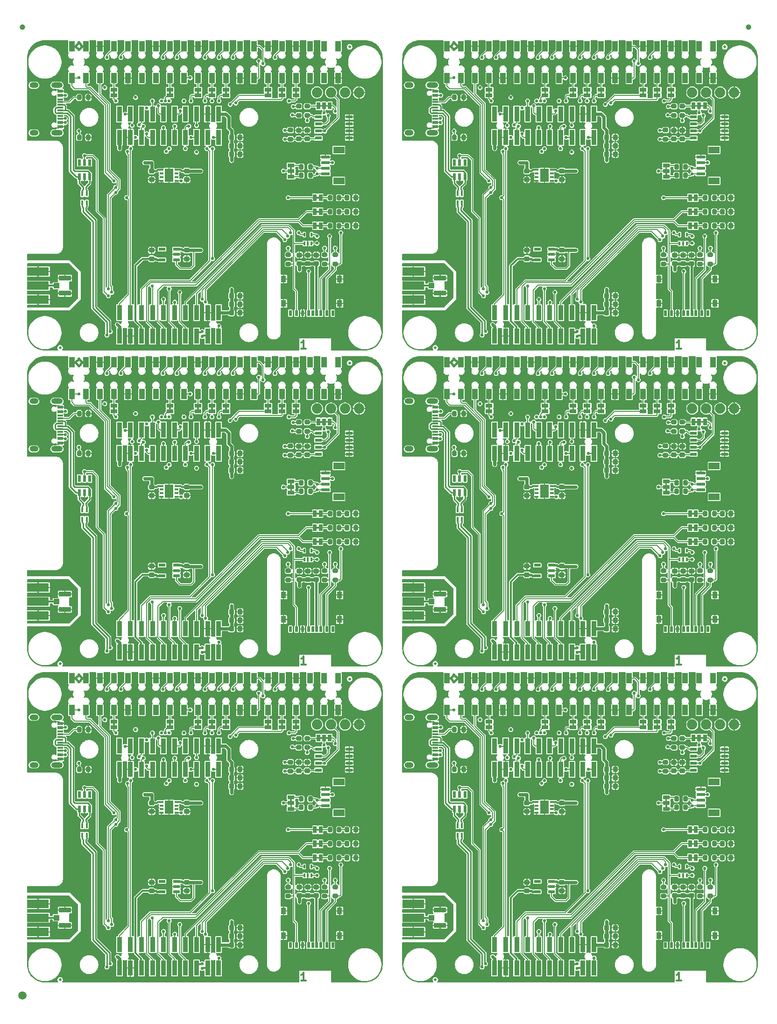
<source format=gtl>
%TF.GenerationSoftware,KiCad,Pcbnew,8.0.7*%
%TF.CreationDate,2025-01-21T13:01:44+00:00*%
%TF.ProjectId,SparkFun_GNSS_HAT+_panelized,53706172-6b46-4756-9e5f-474e53535f48,v10*%
%TF.SameCoordinates,Original*%
%TF.FileFunction,Copper,L1,Top*%
%TF.FilePolarity,Positive*%
%FSLAX46Y46*%
G04 Gerber Fmt 4.6, Leading zero omitted, Abs format (unit mm)*
G04 Created by KiCad (PCBNEW 8.0.7) date 2025-01-21 13:01:44*
%MOMM*%
%LPD*%
G01*
G04 APERTURE LIST*
G04 Aperture macros list*
%AMRoundRect*
0 Rectangle with rounded corners*
0 $1 Rounding radius*
0 $2 $3 $4 $5 $6 $7 $8 $9 X,Y pos of 4 corners*
0 Add a 4 corners polygon primitive as box body*
4,1,4,$2,$3,$4,$5,$6,$7,$8,$9,$2,$3,0*
0 Add four circle primitives for the rounded corners*
1,1,$1+$1,$2,$3*
1,1,$1+$1,$4,$5*
1,1,$1+$1,$6,$7*
1,1,$1+$1,$8,$9*
0 Add four rect primitives between the rounded corners*
20,1,$1+$1,$2,$3,$4,$5,0*
20,1,$1+$1,$4,$5,$6,$7,0*
20,1,$1+$1,$6,$7,$8,$9,0*
20,1,$1+$1,$8,$9,$2,$3,0*%
G04 Aperture macros list end*
%ADD10C,0.300000*%
%TA.AperFunction,NonConductor*%
%ADD11C,0.300000*%
%TD*%
%TA.AperFunction,EtchedComponent*%
%ADD12C,0.000000*%
%TD*%
%TA.AperFunction,SMDPad,CuDef*%
%ADD13RoundRect,0.200000X0.200000X0.275000X-0.200000X0.275000X-0.200000X-0.275000X0.200000X-0.275000X0*%
%TD*%
%TA.AperFunction,SMDPad,CuDef*%
%ADD14R,1.270000X0.660400*%
%TD*%
%TA.AperFunction,SMDPad,CuDef*%
%ADD15RoundRect,0.225000X-0.225000X-0.250000X0.225000X-0.250000X0.225000X0.250000X-0.225000X0.250000X0*%
%TD*%
%TA.AperFunction,SMDPad,CuDef*%
%ADD16RoundRect,0.218750X0.218750X0.256250X-0.218750X0.256250X-0.218750X-0.256250X0.218750X-0.256250X0*%
%TD*%
%TA.AperFunction,SMDPad,CuDef*%
%ADD17R,0.900000X2.750000*%
%TD*%
%TA.AperFunction,SMDPad,CuDef*%
%ADD18C,1.500000*%
%TD*%
%TA.AperFunction,SMDPad,CuDef*%
%ADD19C,1.000000*%
%TD*%
%TA.AperFunction,SMDPad,CuDef*%
%ADD20R,0.660400X1.270000*%
%TD*%
%TA.AperFunction,SMDPad,CuDef*%
%ADD21C,0.500000*%
%TD*%
%TA.AperFunction,SMDPad,CuDef*%
%ADD22RoundRect,0.225000X0.250000X-0.225000X0.250000X0.225000X-0.250000X0.225000X-0.250000X-0.225000X0*%
%TD*%
%TA.AperFunction,SMDPad,CuDef*%
%ADD23RoundRect,0.200000X0.275000X-0.200000X0.275000X0.200000X-0.275000X0.200000X-0.275000X-0.200000X0*%
%TD*%
%TA.AperFunction,SMDPad,CuDef*%
%ADD24R,4.000000X1.500000*%
%TD*%
%TA.AperFunction,SMDPad,CuDef*%
%ADD25RoundRect,0.200000X-0.275000X0.200000X-0.275000X-0.200000X0.275000X-0.200000X0.275000X0.200000X0*%
%TD*%
%TA.AperFunction,ComponentPad*%
%ADD26C,1.879600*%
%TD*%
%TA.AperFunction,SMDPad,CuDef*%
%ADD27R,0.500000X1.000000*%
%TD*%
%TA.AperFunction,SMDPad,CuDef*%
%ADD28R,0.950000X1.200000*%
%TD*%
%TA.AperFunction,SMDPad,CuDef*%
%ADD29R,0.550000X1.200000*%
%TD*%
%TA.AperFunction,SMDPad,CuDef*%
%ADD30R,1.020000X1.870000*%
%TD*%
%TA.AperFunction,SMDPad,CuDef*%
%ADD31R,1.550000X0.600000*%
%TD*%
%TA.AperFunction,SMDPad,CuDef*%
%ADD32R,2.000000X1.200000*%
%TD*%
%TA.AperFunction,SMDPad,CuDef*%
%ADD33RoundRect,0.225000X-0.250000X0.225000X-0.250000X-0.225000X0.250000X-0.225000X0.250000X0.225000X0*%
%TD*%
%TA.AperFunction,SMDPad,CuDef*%
%ADD34R,1.200000X0.550000*%
%TD*%
%TA.AperFunction,SMDPad,CuDef*%
%ADD35RoundRect,0.225000X0.225000X0.250000X-0.225000X0.250000X-0.225000X-0.250000X0.225000X-0.250000X0*%
%TD*%
%TA.AperFunction,SMDPad,CuDef*%
%ADD36R,1.050000X1.000000*%
%TD*%
%TA.AperFunction,SMDPad,CuDef*%
%ADD37R,2.200000X0.850000*%
%TD*%
%TA.AperFunction,SMDPad,CuDef*%
%ADD38R,0.650000X0.300000*%
%TD*%
%TA.AperFunction,SMDPad,CuDef*%
%ADD39R,1.600000X2.350000*%
%TD*%
%TA.AperFunction,SMDPad,CuDef*%
%ADD40R,1.000000X0.300000*%
%TD*%
%TA.AperFunction,SMDPad,CuDef*%
%ADD41R,1.000000X0.600000*%
%TD*%
%TA.AperFunction,ComponentPad*%
%ADD42O,1.600000X1.000000*%
%TD*%
%TA.AperFunction,ComponentPad*%
%ADD43O,2.100000X1.000000*%
%TD*%
%TA.AperFunction,SMDPad,CuDef*%
%ADD44R,1.200000X0.600000*%
%TD*%
%TA.AperFunction,SMDPad,CuDef*%
%ADD45R,0.300000X0.700000*%
%TD*%
%TA.AperFunction,SMDPad,CuDef*%
%ADD46R,0.400000X0.900000*%
%TD*%
%TA.AperFunction,ViaPad*%
%ADD47C,0.560000*%
%TD*%
%TA.AperFunction,Conductor*%
%ADD48C,0.304800*%
%TD*%
%TA.AperFunction,Conductor*%
%ADD49C,0.558800*%
%TD*%
%TA.AperFunction,Conductor*%
%ADD50C,0.177800*%
%TD*%
%TA.AperFunction,Conductor*%
%ADD51C,0.406400*%
%TD*%
%TA.AperFunction,Conductor*%
%ADD52C,0.266700*%
%TD*%
%TA.AperFunction,Conductor*%
%ADD53C,0.330200*%
%TD*%
G04 APERTURE END LIST*
D10*
D11*
X50847572Y57841672D02*
X49990429Y57841672D01*
X50419000Y57841672D02*
X50419000Y59341672D01*
X50419000Y59341672D02*
X50276143Y59127386D01*
X50276143Y59127386D02*
X50133286Y58984529D01*
X50133286Y58984529D02*
X49990429Y58913100D01*
D10*
D11*
X118887572Y57841672D02*
X118030429Y57841672D01*
X118459000Y57841672D02*
X118459000Y59341672D01*
X118459000Y59341672D02*
X118316143Y59127386D01*
X118316143Y59127386D02*
X118173286Y58984529D01*
X118173286Y58984529D02*
X118030429Y58913100D01*
D10*
D11*
X50847572Y115091672D02*
X49990429Y115091672D01*
X50419000Y115091672D02*
X50419000Y116591672D01*
X50419000Y116591672D02*
X50276143Y116377386D01*
X50276143Y116377386D02*
X50133286Y116234529D01*
X50133286Y116234529D02*
X49990429Y116163100D01*
D10*
D11*
X118887572Y591672D02*
X118030429Y591672D01*
X118459000Y591672D02*
X118459000Y2091672D01*
X118459000Y2091672D02*
X118316143Y1877386D01*
X118316143Y1877386D02*
X118173286Y1734529D01*
X118173286Y1734529D02*
X118030429Y1663100D01*
D10*
D11*
X118887572Y115091672D02*
X118030429Y115091672D01*
X118459000Y115091672D02*
X118459000Y116591672D01*
X118459000Y116591672D02*
X118316143Y116377386D01*
X118316143Y116377386D02*
X118173286Y116234529D01*
X118173286Y116234529D02*
X118030429Y116163100D01*
D10*
D11*
X50847572Y591672D02*
X49990429Y591672D01*
X50419000Y591672D02*
X50419000Y2091672D01*
X50419000Y2091672D02*
X50276143Y1877386D01*
X50276143Y1877386D02*
X50133286Y1734529D01*
X50133286Y1734529D02*
X49990429Y1663100D01*
D12*
%TA.AperFunction,EtchedComponent*%
%TO.C,JP10*%
G36*
X16152000Y161240000D02*
G01*
X15852000Y161240000D01*
X15852000Y161740000D01*
X16152000Y161740000D01*
X16152000Y161240000D01*
G37*
%TD.AperFunction*%
%TA.AperFunction,EtchedComponent*%
G36*
X84192000Y161240000D02*
G01*
X83892000Y161240000D01*
X83892000Y161740000D01*
X84192000Y161740000D01*
X84192000Y161240000D01*
G37*
%TD.AperFunction*%
%TA.AperFunction,EtchedComponent*%
G36*
X84192000Y46740000D02*
G01*
X83892000Y46740000D01*
X83892000Y47240000D01*
X84192000Y47240000D01*
X84192000Y46740000D01*
G37*
%TD.AperFunction*%
%TA.AperFunction,EtchedComponent*%
G36*
X84192000Y103990000D02*
G01*
X83892000Y103990000D01*
X83892000Y104490000D01*
X84192000Y104490000D01*
X84192000Y103990000D01*
G37*
%TD.AperFunction*%
%TA.AperFunction,EtchedComponent*%
G36*
X16152000Y103990000D02*
G01*
X15852000Y103990000D01*
X15852000Y104490000D01*
X16152000Y104490000D01*
X16152000Y103990000D01*
G37*
%TD.AperFunction*%
%TA.AperFunction,EtchedComponent*%
G36*
X16152000Y46740000D02*
G01*
X15852000Y46740000D01*
X15852000Y47240000D01*
X16152000Y47240000D01*
X16152000Y46740000D01*
G37*
%TD.AperFunction*%
%TA.AperFunction,EtchedComponent*%
%TO.C,JP16*%
G36*
X31392000Y161240000D02*
G01*
X31092000Y161240000D01*
X31092000Y161740000D01*
X31392000Y161740000D01*
X31392000Y161240000D01*
G37*
%TD.AperFunction*%
%TA.AperFunction,EtchedComponent*%
G36*
X99432000Y46740000D02*
G01*
X99132000Y46740000D01*
X99132000Y47240000D01*
X99432000Y47240000D01*
X99432000Y46740000D01*
G37*
%TD.AperFunction*%
%TA.AperFunction,EtchedComponent*%
G36*
X99432000Y103990000D02*
G01*
X99132000Y103990000D01*
X99132000Y104490000D01*
X99432000Y104490000D01*
X99432000Y103990000D01*
G37*
%TD.AperFunction*%
%TA.AperFunction,EtchedComponent*%
G36*
X31392000Y103990000D02*
G01*
X31092000Y103990000D01*
X31092000Y104490000D01*
X31392000Y104490000D01*
X31392000Y103990000D01*
G37*
%TD.AperFunction*%
%TA.AperFunction,EtchedComponent*%
G36*
X99432000Y161240000D02*
G01*
X99132000Y161240000D01*
X99132000Y161740000D01*
X99432000Y161740000D01*
X99432000Y161240000D01*
G37*
%TD.AperFunction*%
%TA.AperFunction,EtchedComponent*%
G36*
X31392000Y46740000D02*
G01*
X31092000Y46740000D01*
X31092000Y47240000D01*
X31392000Y47240000D01*
X31392000Y46740000D01*
G37*
%TD.AperFunction*%
%TA.AperFunction,EtchedComponent*%
%TO.C,JP22*%
G36*
X121249000Y27790000D02*
G01*
X120749000Y27790000D01*
X120749000Y28090000D01*
X121249000Y28090000D01*
X121249000Y27790000D01*
G37*
%TD.AperFunction*%
%TA.AperFunction,EtchedComponent*%
G36*
X53209000Y85040000D02*
G01*
X52709000Y85040000D01*
X52709000Y85340000D01*
X53209000Y85340000D01*
X53209000Y85040000D01*
G37*
%TD.AperFunction*%
%TA.AperFunction,EtchedComponent*%
G36*
X53209000Y142290000D02*
G01*
X52709000Y142290000D01*
X52709000Y142590000D01*
X53209000Y142590000D01*
X53209000Y142290000D01*
G37*
%TD.AperFunction*%
%TA.AperFunction,EtchedComponent*%
G36*
X121249000Y85040000D02*
G01*
X120749000Y85040000D01*
X120749000Y85340000D01*
X121249000Y85340000D01*
X121249000Y85040000D01*
G37*
%TD.AperFunction*%
%TA.AperFunction,EtchedComponent*%
G36*
X121249000Y142290000D02*
G01*
X120749000Y142290000D01*
X120749000Y142590000D01*
X121249000Y142590000D01*
X121249000Y142290000D01*
G37*
%TD.AperFunction*%
%TA.AperFunction,EtchedComponent*%
G36*
X53209000Y27790000D02*
G01*
X52709000Y27790000D01*
X52709000Y28090000D01*
X53209000Y28090000D01*
X53209000Y27790000D01*
G37*
%TD.AperFunction*%
%TA.AperFunction,EtchedComponent*%
%TO.C,JP12*%
G36*
X46632000Y103990000D02*
G01*
X46332000Y103990000D01*
X46332000Y104490000D01*
X46632000Y104490000D01*
X46632000Y103990000D01*
G37*
%TD.AperFunction*%
%TA.AperFunction,EtchedComponent*%
G36*
X114672000Y161240000D02*
G01*
X114372000Y161240000D01*
X114372000Y161740000D01*
X114672000Y161740000D01*
X114672000Y161240000D01*
G37*
%TD.AperFunction*%
%TA.AperFunction,EtchedComponent*%
G36*
X114672000Y103990000D02*
G01*
X114372000Y103990000D01*
X114372000Y104490000D01*
X114672000Y104490000D01*
X114672000Y103990000D01*
G37*
%TD.AperFunction*%
%TA.AperFunction,EtchedComponent*%
G36*
X46632000Y161240000D02*
G01*
X46332000Y161240000D01*
X46332000Y161740000D01*
X46632000Y161740000D01*
X46632000Y161240000D01*
G37*
%TD.AperFunction*%
%TA.AperFunction,EtchedComponent*%
G36*
X114672000Y46740000D02*
G01*
X114372000Y46740000D01*
X114372000Y47240000D01*
X114672000Y47240000D01*
X114672000Y46740000D01*
G37*
%TD.AperFunction*%
%TA.AperFunction,EtchedComponent*%
G36*
X46632000Y46740000D02*
G01*
X46332000Y46740000D01*
X46332000Y47240000D01*
X46632000Y47240000D01*
X46632000Y46740000D01*
G37*
%TD.AperFunction*%
%TA.AperFunction,EtchedComponent*%
%TO.C,JP6*%
G36*
X26312000Y103990000D02*
G01*
X26012000Y103990000D01*
X26012000Y104490000D01*
X26312000Y104490000D01*
X26312000Y103990000D01*
G37*
%TD.AperFunction*%
%TA.AperFunction,EtchedComponent*%
G36*
X26312000Y161240000D02*
G01*
X26012000Y161240000D01*
X26012000Y161740000D01*
X26312000Y161740000D01*
X26312000Y161240000D01*
G37*
%TD.AperFunction*%
%TA.AperFunction,EtchedComponent*%
G36*
X94352000Y46740000D02*
G01*
X94052000Y46740000D01*
X94052000Y47240000D01*
X94352000Y47240000D01*
X94352000Y46740000D01*
G37*
%TD.AperFunction*%
%TA.AperFunction,EtchedComponent*%
G36*
X94352000Y161240000D02*
G01*
X94052000Y161240000D01*
X94052000Y161740000D01*
X94352000Y161740000D01*
X94352000Y161240000D01*
G37*
%TD.AperFunction*%
%TA.AperFunction,EtchedComponent*%
G36*
X94352000Y103990000D02*
G01*
X94052000Y103990000D01*
X94052000Y104490000D01*
X94352000Y104490000D01*
X94352000Y103990000D01*
G37*
%TD.AperFunction*%
%TA.AperFunction,EtchedComponent*%
G36*
X26312000Y46740000D02*
G01*
X26012000Y46740000D01*
X26012000Y47240000D01*
X26312000Y47240000D01*
X26312000Y46740000D01*
G37*
%TD.AperFunction*%
%TA.AperFunction,EtchedComponent*%
%TO.C,JP21*%
G36*
X121249000Y79960000D02*
G01*
X120749000Y79960000D01*
X120749000Y80260000D01*
X121249000Y80260000D01*
X121249000Y79960000D01*
G37*
%TD.AperFunction*%
%TA.AperFunction,EtchedComponent*%
G36*
X53209000Y137210000D02*
G01*
X52709000Y137210000D01*
X52709000Y137510000D01*
X53209000Y137510000D01*
X53209000Y137210000D01*
G37*
%TD.AperFunction*%
%TA.AperFunction,EtchedComponent*%
G36*
X121249000Y22710000D02*
G01*
X120749000Y22710000D01*
X120749000Y23010000D01*
X121249000Y23010000D01*
X121249000Y22710000D01*
G37*
%TD.AperFunction*%
%TA.AperFunction,EtchedComponent*%
G36*
X53209000Y79960000D02*
G01*
X52709000Y79960000D01*
X52709000Y80260000D01*
X53209000Y80260000D01*
X53209000Y79960000D01*
G37*
%TD.AperFunction*%
%TA.AperFunction,EtchedComponent*%
G36*
X121249000Y137210000D02*
G01*
X120749000Y137210000D01*
X120749000Y137510000D01*
X121249000Y137510000D01*
X121249000Y137210000D01*
G37*
%TD.AperFunction*%
%TA.AperFunction,EtchedComponent*%
G36*
X53209000Y22710000D02*
G01*
X52709000Y22710000D01*
X52709000Y23010000D01*
X53209000Y23010000D01*
X53209000Y22710000D01*
G37*
%TD.AperFunction*%
%TA.AperFunction,EtchedComponent*%
%TO.C,JP15*%
G36*
X33932000Y103990000D02*
G01*
X33632000Y103990000D01*
X33632000Y104490000D01*
X33932000Y104490000D01*
X33932000Y103990000D01*
G37*
%TD.AperFunction*%
%TA.AperFunction,EtchedComponent*%
G36*
X33932000Y161240000D02*
G01*
X33632000Y161240000D01*
X33632000Y161740000D01*
X33932000Y161740000D01*
X33932000Y161240000D01*
G37*
%TD.AperFunction*%
%TA.AperFunction,EtchedComponent*%
G36*
X101972000Y46740000D02*
G01*
X101672000Y46740000D01*
X101672000Y47240000D01*
X101972000Y47240000D01*
X101972000Y46740000D01*
G37*
%TD.AperFunction*%
%TA.AperFunction,EtchedComponent*%
G36*
X101972000Y103990000D02*
G01*
X101672000Y103990000D01*
X101672000Y104490000D01*
X101972000Y104490000D01*
X101972000Y103990000D01*
G37*
%TD.AperFunction*%
%TA.AperFunction,EtchedComponent*%
G36*
X101972000Y161240000D02*
G01*
X101672000Y161240000D01*
X101672000Y161740000D01*
X101972000Y161740000D01*
X101972000Y161240000D01*
G37*
%TD.AperFunction*%
%TA.AperFunction,EtchedComponent*%
G36*
X33932000Y46740000D02*
G01*
X33632000Y46740000D01*
X33632000Y47240000D01*
X33932000Y47240000D01*
X33932000Y46740000D01*
G37*
%TD.AperFunction*%
%TA.AperFunction,EtchedComponent*%
%TO.C,JP19*%
G36*
X49172000Y103990000D02*
G01*
X48872000Y103990000D01*
X48872000Y104490000D01*
X49172000Y104490000D01*
X49172000Y103990000D01*
G37*
%TD.AperFunction*%
%TA.AperFunction,EtchedComponent*%
G36*
X49172000Y161240000D02*
G01*
X48872000Y161240000D01*
X48872000Y161740000D01*
X49172000Y161740000D01*
X49172000Y161240000D01*
G37*
%TD.AperFunction*%
%TA.AperFunction,EtchedComponent*%
G36*
X117212000Y46740000D02*
G01*
X116912000Y46740000D01*
X116912000Y47240000D01*
X117212000Y47240000D01*
X117212000Y46740000D01*
G37*
%TD.AperFunction*%
%TA.AperFunction,EtchedComponent*%
G36*
X117212000Y161240000D02*
G01*
X116912000Y161240000D01*
X116912000Y161740000D01*
X117212000Y161740000D01*
X117212000Y161240000D01*
G37*
%TD.AperFunction*%
%TA.AperFunction,EtchedComponent*%
G36*
X117212000Y103990000D02*
G01*
X116912000Y103990000D01*
X116912000Y104490000D01*
X117212000Y104490000D01*
X117212000Y103990000D01*
G37*
%TD.AperFunction*%
%TA.AperFunction,EtchedComponent*%
G36*
X49172000Y46740000D02*
G01*
X48872000Y46740000D01*
X48872000Y47240000D01*
X49172000Y47240000D01*
X49172000Y46740000D01*
G37*
%TD.AperFunction*%
%TA.AperFunction,EtchedComponent*%
%TO.C,JP20*%
G36*
X121249000Y139750000D02*
G01*
X120749000Y139750000D01*
X120749000Y140050000D01*
X121249000Y140050000D01*
X121249000Y139750000D01*
G37*
%TD.AperFunction*%
%TA.AperFunction,EtchedComponent*%
G36*
X121249000Y25250000D02*
G01*
X120749000Y25250000D01*
X120749000Y25550000D01*
X121249000Y25550000D01*
X121249000Y25250000D01*
G37*
%TD.AperFunction*%
%TA.AperFunction,EtchedComponent*%
G36*
X53209000Y139750000D02*
G01*
X52709000Y139750000D01*
X52709000Y140050000D01*
X53209000Y140050000D01*
X53209000Y139750000D01*
G37*
%TD.AperFunction*%
%TA.AperFunction,EtchedComponent*%
G36*
X53209000Y82500000D02*
G01*
X52709000Y82500000D01*
X52709000Y82800000D01*
X53209000Y82800000D01*
X53209000Y82500000D01*
G37*
%TD.AperFunction*%
%TA.AperFunction,EtchedComponent*%
G36*
X121249000Y82500000D02*
G01*
X120749000Y82500000D01*
X120749000Y82800000D01*
X121249000Y82800000D01*
X121249000Y82500000D01*
G37*
%TD.AperFunction*%
%TA.AperFunction,EtchedComponent*%
G36*
X53209000Y25250000D02*
G01*
X52709000Y25250000D01*
X52709000Y25550000D01*
X53209000Y25550000D01*
X53209000Y25250000D01*
G37*
%TD.AperFunction*%
%TA.AperFunction,EtchedComponent*%
%TO.C,JP2*%
G36*
X121880000Y101654000D02*
G01*
X121380000Y101654000D01*
X121380000Y101954000D01*
X121880000Y101954000D01*
X121880000Y101654000D01*
G37*
%TD.AperFunction*%
%TA.AperFunction,EtchedComponent*%
G36*
X122912700Y101677000D02*
G01*
X122412700Y101677000D01*
X122412700Y101977000D01*
X122912700Y101977000D01*
X122912700Y101677000D01*
G37*
%TD.AperFunction*%
%TA.AperFunction,EtchedComponent*%
G36*
X53840000Y101654000D02*
G01*
X53340000Y101654000D01*
X53340000Y101954000D01*
X53840000Y101954000D01*
X53840000Y101654000D01*
G37*
%TD.AperFunction*%
%TA.AperFunction,EtchedComponent*%
G36*
X54872700Y101677000D02*
G01*
X54372700Y101677000D01*
X54372700Y101977000D01*
X54872700Y101977000D01*
X54872700Y101677000D01*
G37*
%TD.AperFunction*%
%TA.AperFunction,EtchedComponent*%
G36*
X53840000Y158904000D02*
G01*
X53340000Y158904000D01*
X53340000Y159204000D01*
X53840000Y159204000D01*
X53840000Y158904000D01*
G37*
%TD.AperFunction*%
%TA.AperFunction,EtchedComponent*%
G36*
X54872700Y158927000D02*
G01*
X54372700Y158927000D01*
X54372700Y159227000D01*
X54872700Y159227000D01*
X54872700Y158927000D01*
G37*
%TD.AperFunction*%
%TA.AperFunction,EtchedComponent*%
G36*
X121880000Y44404000D02*
G01*
X121380000Y44404000D01*
X121380000Y44704000D01*
X121880000Y44704000D01*
X121880000Y44404000D01*
G37*
%TD.AperFunction*%
%TA.AperFunction,EtchedComponent*%
G36*
X122912700Y44427000D02*
G01*
X122412700Y44427000D01*
X122412700Y44727000D01*
X122912700Y44727000D01*
X122912700Y44427000D01*
G37*
%TD.AperFunction*%
%TA.AperFunction,EtchedComponent*%
G36*
X121880000Y158904000D02*
G01*
X121380000Y158904000D01*
X121380000Y159204000D01*
X121880000Y159204000D01*
X121880000Y158904000D01*
G37*
%TD.AperFunction*%
%TA.AperFunction,EtchedComponent*%
G36*
X122912700Y158927000D02*
G01*
X122412700Y158927000D01*
X122412700Y159227000D01*
X122912700Y159227000D01*
X122912700Y158927000D01*
G37*
%TD.AperFunction*%
%TA.AperFunction,EtchedComponent*%
G36*
X53840000Y44404000D02*
G01*
X53340000Y44404000D01*
X53340000Y44704000D01*
X53840000Y44704000D01*
X53840000Y44404000D01*
G37*
%TD.AperFunction*%
%TA.AperFunction,EtchedComponent*%
G36*
X54872700Y44427000D02*
G01*
X54372700Y44427000D01*
X54372700Y44727000D01*
X54872700Y44727000D01*
X54872700Y44427000D01*
G37*
%TD.AperFunction*%
%TA.AperFunction,EtchedComponent*%
%TO.C,JP17*%
G36*
X36472000Y103990000D02*
G01*
X36172000Y103990000D01*
X36172000Y104490000D01*
X36472000Y104490000D01*
X36472000Y103990000D01*
G37*
%TD.AperFunction*%
%TA.AperFunction,EtchedComponent*%
G36*
X104512000Y103990000D02*
G01*
X104212000Y103990000D01*
X104212000Y104490000D01*
X104512000Y104490000D01*
X104512000Y103990000D01*
G37*
%TD.AperFunction*%
%TA.AperFunction,EtchedComponent*%
G36*
X104512000Y46740000D02*
G01*
X104212000Y46740000D01*
X104212000Y47240000D01*
X104512000Y47240000D01*
X104512000Y46740000D01*
G37*
%TD.AperFunction*%
%TA.AperFunction,EtchedComponent*%
G36*
X104512000Y161240000D02*
G01*
X104212000Y161240000D01*
X104212000Y161740000D01*
X104512000Y161740000D01*
X104512000Y161240000D01*
G37*
%TD.AperFunction*%
%TA.AperFunction,EtchedComponent*%
G36*
X36472000Y161240000D02*
G01*
X36172000Y161240000D01*
X36172000Y161740000D01*
X36472000Y161740000D01*
X36472000Y161240000D01*
G37*
%TD.AperFunction*%
%TA.AperFunction,EtchedComponent*%
G36*
X36472000Y46740000D02*
G01*
X36172000Y46740000D01*
X36172000Y47240000D01*
X36472000Y47240000D01*
X36472000Y46740000D01*
G37*
%TD.AperFunction*%
%TA.AperFunction,EtchedComponent*%
%TO.C,JP11*%
G36*
X112132000Y103990000D02*
G01*
X111832000Y103990000D01*
X111832000Y104490000D01*
X112132000Y104490000D01*
X112132000Y103990000D01*
G37*
%TD.AperFunction*%
%TA.AperFunction,EtchedComponent*%
G36*
X44092000Y161240000D02*
G01*
X43792000Y161240000D01*
X43792000Y161740000D01*
X44092000Y161740000D01*
X44092000Y161240000D01*
G37*
%TD.AperFunction*%
%TA.AperFunction,EtchedComponent*%
G36*
X44092000Y103990000D02*
G01*
X43792000Y103990000D01*
X43792000Y104490000D01*
X44092000Y104490000D01*
X44092000Y103990000D01*
G37*
%TD.AperFunction*%
%TA.AperFunction,EtchedComponent*%
G36*
X112132000Y46740000D02*
G01*
X111832000Y46740000D01*
X111832000Y47240000D01*
X112132000Y47240000D01*
X112132000Y46740000D01*
G37*
%TD.AperFunction*%
%TA.AperFunction,EtchedComponent*%
G36*
X112132000Y161240000D02*
G01*
X111832000Y161240000D01*
X111832000Y161740000D01*
X112132000Y161740000D01*
X112132000Y161240000D01*
G37*
%TD.AperFunction*%
%TA.AperFunction,EtchedComponent*%
G36*
X44092000Y46740000D02*
G01*
X43792000Y46740000D01*
X43792000Y47240000D01*
X44092000Y47240000D01*
X44092000Y46740000D01*
G37*
%TD.AperFunction*%
%TA.AperFunction,EtchedComponent*%
%TO.C,JP1*%
G36*
X116300000Y90278000D02*
G01*
X116000000Y90278000D01*
X116000000Y90778000D01*
X116300000Y90778000D01*
X116300000Y90278000D01*
G37*
%TD.AperFunction*%
%TA.AperFunction,EtchedComponent*%
G36*
X116323000Y89245300D02*
G01*
X116023000Y89245300D01*
X116023000Y89745300D01*
X116323000Y89745300D01*
X116323000Y89245300D01*
G37*
%TD.AperFunction*%
%TA.AperFunction,EtchedComponent*%
G36*
X48260000Y90278000D02*
G01*
X47960000Y90278000D01*
X47960000Y90778000D01*
X48260000Y90778000D01*
X48260000Y90278000D01*
G37*
%TD.AperFunction*%
%TA.AperFunction,EtchedComponent*%
G36*
X48283000Y89245300D02*
G01*
X47983000Y89245300D01*
X47983000Y89745300D01*
X48283000Y89745300D01*
X48283000Y89245300D01*
G37*
%TD.AperFunction*%
%TA.AperFunction,EtchedComponent*%
G36*
X48260000Y147528000D02*
G01*
X47960000Y147528000D01*
X47960000Y148028000D01*
X48260000Y148028000D01*
X48260000Y147528000D01*
G37*
%TD.AperFunction*%
%TA.AperFunction,EtchedComponent*%
G36*
X48283000Y146495300D02*
G01*
X47983000Y146495300D01*
X47983000Y146995300D01*
X48283000Y146995300D01*
X48283000Y146495300D01*
G37*
%TD.AperFunction*%
%TA.AperFunction,EtchedComponent*%
G36*
X116300000Y33028000D02*
G01*
X116000000Y33028000D01*
X116000000Y33528000D01*
X116300000Y33528000D01*
X116300000Y33028000D01*
G37*
%TD.AperFunction*%
%TA.AperFunction,EtchedComponent*%
G36*
X116323000Y31995300D02*
G01*
X116023000Y31995300D01*
X116023000Y32495300D01*
X116323000Y32495300D01*
X116323000Y31995300D01*
G37*
%TD.AperFunction*%
%TA.AperFunction,EtchedComponent*%
G36*
X116300000Y147528000D02*
G01*
X116000000Y147528000D01*
X116000000Y148028000D01*
X116300000Y148028000D01*
X116300000Y147528000D01*
G37*
%TD.AperFunction*%
%TA.AperFunction,EtchedComponent*%
G36*
X116323000Y146495300D02*
G01*
X116023000Y146495300D01*
X116023000Y146995300D01*
X116323000Y146995300D01*
X116323000Y146495300D01*
G37*
%TD.AperFunction*%
%TA.AperFunction,EtchedComponent*%
G36*
X48260000Y33028000D02*
G01*
X47960000Y33028000D01*
X47960000Y33528000D01*
X48260000Y33528000D01*
X48260000Y33028000D01*
G37*
%TD.AperFunction*%
%TA.AperFunction,EtchedComponent*%
G36*
X48283000Y31995300D02*
G01*
X47983000Y31995300D01*
X47983000Y32495300D01*
X48283000Y32495300D01*
X48283000Y31995300D01*
G37*
%TD.AperFunction*%
%TD*%
D13*
%TO.P,R5,1*%
%TO.N,SCL*%
X119665000Y146504000D03*
%TO.P,R5,2*%
%TO.N,Net-(JP1-A)*%
X118015000Y146504000D03*
%TD*%
%TO.P,R5,1*%
%TO.N,SCL*%
X51625000Y89254000D03*
%TO.P,R5,2*%
%TO.N,Net-(JP1-A)*%
X49975000Y89254000D03*
%TD*%
%TO.P,R5,1*%
%TO.N,SCL*%
X51625000Y146504000D03*
%TO.P,R5,2*%
%TO.N,Net-(JP1-A)*%
X49975000Y146504000D03*
%TD*%
%TO.P,R5,1*%
%TO.N,SCL*%
X119665000Y32004000D03*
%TO.P,R5,2*%
%TO.N,Net-(JP1-A)*%
X118015000Y32004000D03*
%TD*%
%TO.P,R5,1*%
%TO.N,SCL*%
X119665000Y89254000D03*
%TO.P,R5,2*%
%TO.N,Net-(JP1-A)*%
X118015000Y89254000D03*
%TD*%
%TO.P,R5,1*%
%TO.N,SCL*%
X51625000Y32004000D03*
%TO.P,R5,2*%
%TO.N,Net-(JP1-A)*%
X49975000Y32004000D03*
%TD*%
D14*
%TO.P,JP10,1,A*%
%TO.N,Net-(J1-GCLK0{slash}GPIO4)*%
X16002000Y162010700D03*
%TO.P,JP10,2,B*%
%TO.N,RXD3*%
X16002000Y160969300D03*
%TD*%
%TO.P,JP10,1,A*%
%TO.N,Net-(J1-GCLK0{slash}GPIO4)*%
X84042000Y162010700D03*
%TO.P,JP10,2,B*%
%TO.N,RXD3*%
X84042000Y160969300D03*
%TD*%
%TO.P,JP10,1,A*%
%TO.N,Net-(J1-GCLK0{slash}GPIO4)*%
X84042000Y47510700D03*
%TO.P,JP10,2,B*%
%TO.N,RXD3*%
X84042000Y46469300D03*
%TD*%
%TO.P,JP10,1,A*%
%TO.N,Net-(J1-GCLK0{slash}GPIO4)*%
X84042000Y104760700D03*
%TO.P,JP10,2,B*%
%TO.N,RXD3*%
X84042000Y103719300D03*
%TD*%
%TO.P,JP10,1,A*%
%TO.N,Net-(J1-GCLK0{slash}GPIO4)*%
X16002000Y104760700D03*
%TO.P,JP10,2,B*%
%TO.N,RXD3*%
X16002000Y103719300D03*
%TD*%
%TO.P,JP10,1,A*%
%TO.N,Net-(J1-GCLK0{slash}GPIO4)*%
X16002000Y47510700D03*
%TO.P,JP10,2,B*%
%TO.N,RXD3*%
X16002000Y46469300D03*
%TD*%
D15*
%TO.P,C15,1*%
%TO.N,3.3V*%
X37325000Y150314000D03*
%TO.P,C15,2*%
%TO.N,GND*%
X38875000Y150314000D03*
%TD*%
%TO.P,C15,1*%
%TO.N,3.3V*%
X105365000Y35814000D03*
%TO.P,C15,2*%
%TO.N,GND*%
X106915000Y35814000D03*
%TD*%
%TO.P,C15,1*%
%TO.N,3.3V*%
X105365000Y93064000D03*
%TO.P,C15,2*%
%TO.N,GND*%
X106915000Y93064000D03*
%TD*%
%TO.P,C15,1*%
%TO.N,3.3V*%
X37325000Y93064000D03*
%TO.P,C15,2*%
%TO.N,GND*%
X38875000Y93064000D03*
%TD*%
%TO.P,C15,1*%
%TO.N,3.3V*%
X105365000Y150314000D03*
%TO.P,C15,2*%
%TO.N,GND*%
X106915000Y150314000D03*
%TD*%
%TO.P,C15,1*%
%TO.N,3.3V*%
X37325000Y35814000D03*
%TO.P,C15,2*%
%TO.N,GND*%
X38875000Y35814000D03*
%TD*%
%TO.P,C12,1*%
%TO.N,3.3V*%
X37325000Y67410000D03*
%TO.P,C12,2*%
%TO.N,GND*%
X38875000Y67410000D03*
%TD*%
%TO.P,C12,1*%
%TO.N,3.3V*%
X37325000Y124660000D03*
%TO.P,C12,2*%
%TO.N,GND*%
X38875000Y124660000D03*
%TD*%
%TO.P,C12,1*%
%TO.N,3.3V*%
X105365000Y10160000D03*
%TO.P,C12,2*%
%TO.N,GND*%
X106915000Y10160000D03*
%TD*%
%TO.P,C12,1*%
%TO.N,3.3V*%
X105365000Y124660000D03*
%TO.P,C12,2*%
%TO.N,GND*%
X106915000Y124660000D03*
%TD*%
%TO.P,C12,1*%
%TO.N,3.3V*%
X105365000Y67410000D03*
%TO.P,C12,2*%
%TO.N,GND*%
X106915000Y67410000D03*
%TD*%
%TO.P,C12,1*%
%TO.N,3.3V*%
X37325000Y10160000D03*
%TO.P,C12,2*%
%TO.N,GND*%
X38875000Y10160000D03*
%TD*%
D14*
%TO.P,JP16,1,A*%
%TO.N,Net-(J1-PICO0{slash}GPIO10)*%
X31242000Y162010700D03*
%TO.P,JP16,2,B*%
%TO.N,RTS2*%
X31242000Y160969300D03*
%TD*%
%TO.P,JP16,1,A*%
%TO.N,Net-(J1-PICO0{slash}GPIO10)*%
X99282000Y47510700D03*
%TO.P,JP16,2,B*%
%TO.N,RTS2*%
X99282000Y46469300D03*
%TD*%
%TO.P,JP16,1,A*%
%TO.N,Net-(J1-PICO0{slash}GPIO10)*%
X99282000Y104760700D03*
%TO.P,JP16,2,B*%
%TO.N,RTS2*%
X99282000Y103719300D03*
%TD*%
%TO.P,JP16,1,A*%
%TO.N,Net-(J1-PICO0{slash}GPIO10)*%
X31242000Y104760700D03*
%TO.P,JP16,2,B*%
%TO.N,RTS2*%
X31242000Y103719300D03*
%TD*%
%TO.P,JP16,1,A*%
%TO.N,Net-(J1-PICO0{slash}GPIO10)*%
X99282000Y162010700D03*
%TO.P,JP16,2,B*%
%TO.N,RTS2*%
X99282000Y160969300D03*
%TD*%
%TO.P,JP16,1,A*%
%TO.N,Net-(J1-PICO0{slash}GPIO10)*%
X31242000Y47510700D03*
%TO.P,JP16,2,B*%
%TO.N,RTS2*%
X31242000Y46469300D03*
%TD*%
D16*
%TO.P,D4,1,K*%
%TO.N,GND*%
X127882500Y137360000D03*
%TO.P,D4,2,A*%
%TO.N,Net-(D4-A)*%
X126307500Y137360000D03*
%TD*%
%TO.P,D4,1,K*%
%TO.N,GND*%
X127882500Y22860000D03*
%TO.P,D4,2,A*%
%TO.N,Net-(D4-A)*%
X126307500Y22860000D03*
%TD*%
%TO.P,D4,1,K*%
%TO.N,GND*%
X59842500Y80110000D03*
%TO.P,D4,2,A*%
%TO.N,Net-(D4-A)*%
X58267500Y80110000D03*
%TD*%
%TO.P,D4,1,K*%
%TO.N,GND*%
X59842500Y137360000D03*
%TO.P,D4,2,A*%
%TO.N,Net-(D4-A)*%
X58267500Y137360000D03*
%TD*%
%TO.P,D4,1,K*%
%TO.N,GND*%
X127882500Y80110000D03*
%TO.P,D4,2,A*%
%TO.N,Net-(D4-A)*%
X126307500Y80110000D03*
%TD*%
%TO.P,D4,1,K*%
%TO.N,GND*%
X59842500Y22860000D03*
%TO.P,D4,2,A*%
%TO.N,Net-(D4-A)*%
X58267500Y22860000D03*
%TD*%
D17*
%TO.P,J4,1,Pin_1*%
%TO.N,3.3V*%
X17000000Y96125000D03*
%TO.P,J4,2,Pin_2*%
%TO.N,unconnected-(J4-Pin_2-Pad2)*%
X17000000Y100375000D03*
%TO.P,J4,3,Pin_3*%
%TO.N,GND*%
X19000000Y96125000D03*
%TO.P,J4,4,Pin_4*%
%TO.N,CTS3*%
X19000000Y100375000D03*
%TO.P,J4,5,Pin_5*%
%TO.N,RTS3*%
X21000000Y96125000D03*
%TO.P,J4,6,Pin_6*%
%TO.N,TXD3*%
X21000000Y100375000D03*
%TO.P,J4,7,Pin_7*%
%TO.N,CTS2*%
X23000000Y96125000D03*
%TO.P,J4,8,Pin_8*%
%TO.N,RXD3*%
X23000000Y100375000D03*
%TO.P,J4,9,Pin_9*%
%TO.N,RTS2*%
X25000000Y96125000D03*
%TO.P,J4,10,Pin_10*%
%TO.N,TXD2*%
X25000000Y100375000D03*
%TO.P,J4,11,Pin_1*%
%TO.N,TXD4*%
X27000000Y96125000D03*
%TO.P,J4,12,Pin_2*%
%TO.N,RXD2*%
X27000000Y100375000D03*
%TO.P,J4,13,Pin_1*%
%TO.N,RXD4*%
X29000000Y96125000D03*
%TO.P,J4,14,Pin_2*%
%TO.N,unconnected-(J4-Pin_2-Pad14)*%
X29000000Y100375000D03*
%TO.P,J4,15,Pin_1*%
%TO.N,TXD1*%
X31000000Y96125000D03*
%TO.P,J4,16,Pin_2*%
%TO.N,Net-(J4-Pin_2-Pad16)*%
X31000000Y100375000D03*
%TO.P,J4,17,Pin_1*%
%TO.N,unconnected-(J4-Pin_1-Pad17)*%
X33000000Y96125000D03*
%TO.P,J4,18,Pin_2*%
%TO.N,GND*%
X33000000Y100375000D03*
%TO.P,J4,19,Pin_1*%
%TO.N,RXD1*%
X35000000Y96125000D03*
%TO.P,J4,20,Pin_2*%
%TO.N,3.3V*%
X35000000Y100375000D03*
%TD*%
%TO.P,J4,1,Pin_1*%
%TO.N,3.3V*%
X85040000Y96125000D03*
%TO.P,J4,2,Pin_2*%
%TO.N,unconnected-(J4-Pin_2-Pad2)*%
X85040000Y100375000D03*
%TO.P,J4,3,Pin_3*%
%TO.N,GND*%
X87040000Y96125000D03*
%TO.P,J4,4,Pin_4*%
%TO.N,CTS3*%
X87040000Y100375000D03*
%TO.P,J4,5,Pin_5*%
%TO.N,RTS3*%
X89040000Y96125000D03*
%TO.P,J4,6,Pin_6*%
%TO.N,TXD3*%
X89040000Y100375000D03*
%TO.P,J4,7,Pin_7*%
%TO.N,CTS2*%
X91040000Y96125000D03*
%TO.P,J4,8,Pin_8*%
%TO.N,RXD3*%
X91040000Y100375000D03*
%TO.P,J4,9,Pin_9*%
%TO.N,RTS2*%
X93040000Y96125000D03*
%TO.P,J4,10,Pin_10*%
%TO.N,TXD2*%
X93040000Y100375000D03*
%TO.P,J4,11,Pin_1*%
%TO.N,TXD4*%
X95040000Y96125000D03*
%TO.P,J4,12,Pin_2*%
%TO.N,RXD2*%
X95040000Y100375000D03*
%TO.P,J4,13,Pin_1*%
%TO.N,RXD4*%
X97040000Y96125000D03*
%TO.P,J4,14,Pin_2*%
%TO.N,unconnected-(J4-Pin_2-Pad14)*%
X97040000Y100375000D03*
%TO.P,J4,15,Pin_1*%
%TO.N,TXD1*%
X99040000Y96125000D03*
%TO.P,J4,16,Pin_2*%
%TO.N,Net-(J4-Pin_2-Pad16)*%
X99040000Y100375000D03*
%TO.P,J4,17,Pin_1*%
%TO.N,unconnected-(J4-Pin_1-Pad17)*%
X101040000Y96125000D03*
%TO.P,J4,18,Pin_2*%
%TO.N,GND*%
X101040000Y100375000D03*
%TO.P,J4,19,Pin_1*%
%TO.N,RXD1*%
X103040000Y96125000D03*
%TO.P,J4,20,Pin_2*%
%TO.N,3.3V*%
X103040000Y100375000D03*
%TD*%
%TO.P,J4,1,Pin_1*%
%TO.N,3.3V*%
X17000000Y153375000D03*
%TO.P,J4,2,Pin_2*%
%TO.N,unconnected-(J4-Pin_2-Pad2)*%
X17000000Y157625000D03*
%TO.P,J4,3,Pin_3*%
%TO.N,GND*%
X19000000Y153375000D03*
%TO.P,J4,4,Pin_4*%
%TO.N,CTS3*%
X19000000Y157625000D03*
%TO.P,J4,5,Pin_5*%
%TO.N,RTS3*%
X21000000Y153375000D03*
%TO.P,J4,6,Pin_6*%
%TO.N,TXD3*%
X21000000Y157625000D03*
%TO.P,J4,7,Pin_7*%
%TO.N,CTS2*%
X23000000Y153375000D03*
%TO.P,J4,8,Pin_8*%
%TO.N,RXD3*%
X23000000Y157625000D03*
%TO.P,J4,9,Pin_9*%
%TO.N,RTS2*%
X25000000Y153375000D03*
%TO.P,J4,10,Pin_10*%
%TO.N,TXD2*%
X25000000Y157625000D03*
%TO.P,J4,11,Pin_1*%
%TO.N,TXD4*%
X27000000Y153375000D03*
%TO.P,J4,12,Pin_2*%
%TO.N,RXD2*%
X27000000Y157625000D03*
%TO.P,J4,13,Pin_1*%
%TO.N,RXD4*%
X29000000Y153375000D03*
%TO.P,J4,14,Pin_2*%
%TO.N,unconnected-(J4-Pin_2-Pad14)*%
X29000000Y157625000D03*
%TO.P,J4,15,Pin_1*%
%TO.N,TXD1*%
X31000000Y153375000D03*
%TO.P,J4,16,Pin_2*%
%TO.N,Net-(J4-Pin_2-Pad16)*%
X31000000Y157625000D03*
%TO.P,J4,17,Pin_1*%
%TO.N,unconnected-(J4-Pin_1-Pad17)*%
X33000000Y153375000D03*
%TO.P,J4,18,Pin_2*%
%TO.N,GND*%
X33000000Y157625000D03*
%TO.P,J4,19,Pin_1*%
%TO.N,RXD1*%
X35000000Y153375000D03*
%TO.P,J4,20,Pin_2*%
%TO.N,3.3V*%
X35000000Y157625000D03*
%TD*%
%TO.P,J4,1,Pin_1*%
%TO.N,3.3V*%
X85040000Y153375000D03*
%TO.P,J4,2,Pin_2*%
%TO.N,unconnected-(J4-Pin_2-Pad2)*%
X85040000Y157625000D03*
%TO.P,J4,3,Pin_3*%
%TO.N,GND*%
X87040000Y153375000D03*
%TO.P,J4,4,Pin_4*%
%TO.N,CTS3*%
X87040000Y157625000D03*
%TO.P,J4,5,Pin_5*%
%TO.N,RTS3*%
X89040000Y153375000D03*
%TO.P,J4,6,Pin_6*%
%TO.N,TXD3*%
X89040000Y157625000D03*
%TO.P,J4,7,Pin_7*%
%TO.N,CTS2*%
X91040000Y153375000D03*
%TO.P,J4,8,Pin_8*%
%TO.N,RXD3*%
X91040000Y157625000D03*
%TO.P,J4,9,Pin_9*%
%TO.N,RTS2*%
X93040000Y153375000D03*
%TO.P,J4,10,Pin_10*%
%TO.N,TXD2*%
X93040000Y157625000D03*
%TO.P,J4,11,Pin_1*%
%TO.N,TXD4*%
X95040000Y153375000D03*
%TO.P,J4,12,Pin_2*%
%TO.N,RXD2*%
X95040000Y157625000D03*
%TO.P,J4,13,Pin_1*%
%TO.N,RXD4*%
X97040000Y153375000D03*
%TO.P,J4,14,Pin_2*%
%TO.N,unconnected-(J4-Pin_2-Pad14)*%
X97040000Y157625000D03*
%TO.P,J4,15,Pin_1*%
%TO.N,TXD1*%
X99040000Y153375000D03*
%TO.P,J4,16,Pin_2*%
%TO.N,Net-(J4-Pin_2-Pad16)*%
X99040000Y157625000D03*
%TO.P,J4,17,Pin_1*%
%TO.N,unconnected-(J4-Pin_1-Pad17)*%
X101040000Y153375000D03*
%TO.P,J4,18,Pin_2*%
%TO.N,GND*%
X101040000Y157625000D03*
%TO.P,J4,19,Pin_1*%
%TO.N,RXD1*%
X103040000Y153375000D03*
%TO.P,J4,20,Pin_2*%
%TO.N,3.3V*%
X103040000Y157625000D03*
%TD*%
%TO.P,J4,1,Pin_1*%
%TO.N,3.3V*%
X85040000Y38875000D03*
%TO.P,J4,2,Pin_2*%
%TO.N,unconnected-(J4-Pin_2-Pad2)*%
X85040000Y43125000D03*
%TO.P,J4,3,Pin_3*%
%TO.N,GND*%
X87040000Y38875000D03*
%TO.P,J4,4,Pin_4*%
%TO.N,CTS3*%
X87040000Y43125000D03*
%TO.P,J4,5,Pin_5*%
%TO.N,RTS3*%
X89040000Y38875000D03*
%TO.P,J4,6,Pin_6*%
%TO.N,TXD3*%
X89040000Y43125000D03*
%TO.P,J4,7,Pin_7*%
%TO.N,CTS2*%
X91040000Y38875000D03*
%TO.P,J4,8,Pin_8*%
%TO.N,RXD3*%
X91040000Y43125000D03*
%TO.P,J4,9,Pin_9*%
%TO.N,RTS2*%
X93040000Y38875000D03*
%TO.P,J4,10,Pin_10*%
%TO.N,TXD2*%
X93040000Y43125000D03*
%TO.P,J4,11,Pin_1*%
%TO.N,TXD4*%
X95040000Y38875000D03*
%TO.P,J4,12,Pin_2*%
%TO.N,RXD2*%
X95040000Y43125000D03*
%TO.P,J4,13,Pin_1*%
%TO.N,RXD4*%
X97040000Y38875000D03*
%TO.P,J4,14,Pin_2*%
%TO.N,unconnected-(J4-Pin_2-Pad14)*%
X97040000Y43125000D03*
%TO.P,J4,15,Pin_1*%
%TO.N,TXD1*%
X99040000Y38875000D03*
%TO.P,J4,16,Pin_2*%
%TO.N,Net-(J4-Pin_2-Pad16)*%
X99040000Y43125000D03*
%TO.P,J4,17,Pin_1*%
%TO.N,unconnected-(J4-Pin_1-Pad17)*%
X101040000Y38875000D03*
%TO.P,J4,18,Pin_2*%
%TO.N,GND*%
X101040000Y43125000D03*
%TO.P,J4,19,Pin_1*%
%TO.N,RXD1*%
X103040000Y38875000D03*
%TO.P,J4,20,Pin_2*%
%TO.N,3.3V*%
X103040000Y43125000D03*
%TD*%
%TO.P,J4,1,Pin_1*%
%TO.N,3.3V*%
X17000000Y38875000D03*
%TO.P,J4,2,Pin_2*%
%TO.N,unconnected-(J4-Pin_2-Pad2)*%
X17000000Y43125000D03*
%TO.P,J4,3,Pin_3*%
%TO.N,GND*%
X19000000Y38875000D03*
%TO.P,J4,4,Pin_4*%
%TO.N,CTS3*%
X19000000Y43125000D03*
%TO.P,J4,5,Pin_5*%
%TO.N,RTS3*%
X21000000Y38875000D03*
%TO.P,J4,6,Pin_6*%
%TO.N,TXD3*%
X21000000Y43125000D03*
%TO.P,J4,7,Pin_7*%
%TO.N,CTS2*%
X23000000Y38875000D03*
%TO.P,J4,8,Pin_8*%
%TO.N,RXD3*%
X23000000Y43125000D03*
%TO.P,J4,9,Pin_9*%
%TO.N,RTS2*%
X25000000Y38875000D03*
%TO.P,J4,10,Pin_10*%
%TO.N,TXD2*%
X25000000Y43125000D03*
%TO.P,J4,11,Pin_1*%
%TO.N,TXD4*%
X27000000Y38875000D03*
%TO.P,J4,12,Pin_2*%
%TO.N,RXD2*%
X27000000Y43125000D03*
%TO.P,J4,13,Pin_1*%
%TO.N,RXD4*%
X29000000Y38875000D03*
%TO.P,J4,14,Pin_2*%
%TO.N,unconnected-(J4-Pin_2-Pad14)*%
X29000000Y43125000D03*
%TO.P,J4,15,Pin_1*%
%TO.N,TXD1*%
X31000000Y38875000D03*
%TO.P,J4,16,Pin_2*%
%TO.N,Net-(J4-Pin_2-Pad16)*%
X31000000Y43125000D03*
%TO.P,J4,17,Pin_1*%
%TO.N,unconnected-(J4-Pin_1-Pad17)*%
X33000000Y38875000D03*
%TO.P,J4,18,Pin_2*%
%TO.N,GND*%
X33000000Y43125000D03*
%TO.P,J4,19,Pin_1*%
%TO.N,RXD1*%
X35000000Y38875000D03*
%TO.P,J4,20,Pin_2*%
%TO.N,3.3V*%
X35000000Y43125000D03*
%TD*%
D18*
%TO.P,,*%
%TO.N,*%
X-540000Y-2087500D03*
%TD*%
D19*
%TO.P,,*%
%TO.N,*%
X-540000Y173337500D03*
%TD*%
D20*
%TO.P,JP22,1,A*%
%TO.N,PPS1*%
X120478300Y27940000D03*
%TO.P,JP22,2,B*%
%TO.N,Net-(JP22-B)*%
X121519700Y27940000D03*
%TD*%
%TO.P,JP22,1,A*%
%TO.N,PPS1*%
X52438300Y85190000D03*
%TO.P,JP22,2,B*%
%TO.N,Net-(JP22-B)*%
X53479700Y85190000D03*
%TD*%
%TO.P,JP22,1,A*%
%TO.N,PPS1*%
X52438300Y142440000D03*
%TO.P,JP22,2,B*%
%TO.N,Net-(JP22-B)*%
X53479700Y142440000D03*
%TD*%
%TO.P,JP22,1,A*%
%TO.N,PPS1*%
X120478300Y85190000D03*
%TO.P,JP22,2,B*%
%TO.N,Net-(JP22-B)*%
X121519700Y85190000D03*
%TD*%
%TO.P,JP22,1,A*%
%TO.N,PPS1*%
X120478300Y142440000D03*
%TO.P,JP22,2,B*%
%TO.N,Net-(JP22-B)*%
X121519700Y142440000D03*
%TD*%
%TO.P,JP22,1,A*%
%TO.N,PPS1*%
X52438300Y27940000D03*
%TO.P,JP22,2,B*%
%TO.N,Net-(JP22-B)*%
X53479700Y27940000D03*
%TD*%
D21*
%TO.P,FID4,*%
%TO.N,*%
X74290000Y750000D03*
%TD*%
%TO.P,FID4,*%
%TO.N,*%
X74290000Y115250000D03*
%TD*%
%TO.P,FID4,*%
%TO.N,*%
X74290000Y58000000D03*
%TD*%
%TO.P,FID4,*%
%TO.N,*%
X6250000Y58000000D03*
%TD*%
%TO.P,FID4,*%
%TO.N,*%
X6250000Y115250000D03*
%TD*%
%TO.P,FID4,*%
%TO.N,*%
X6250000Y750000D03*
%TD*%
D22*
%TO.P,C1,1*%
%TO.N,3.3V*%
X117570000Y38595000D03*
%TO.P,C1,2*%
%TO.N,GND*%
X117570000Y40145000D03*
%TD*%
%TO.P,C1,1*%
%TO.N,3.3V*%
X49530000Y153095000D03*
%TO.P,C1,2*%
%TO.N,GND*%
X49530000Y154645000D03*
%TD*%
%TO.P,C1,1*%
%TO.N,3.3V*%
X117570000Y95845000D03*
%TO.P,C1,2*%
%TO.N,GND*%
X117570000Y97395000D03*
%TD*%
%TO.P,C1,1*%
%TO.N,3.3V*%
X49530000Y95845000D03*
%TO.P,C1,2*%
%TO.N,GND*%
X49530000Y97395000D03*
%TD*%
%TO.P,C1,1*%
%TO.N,3.3V*%
X117570000Y153095000D03*
%TO.P,C1,2*%
%TO.N,GND*%
X117570000Y154645000D03*
%TD*%
%TO.P,C1,1*%
%TO.N,3.3V*%
X49530000Y38595000D03*
%TO.P,C1,2*%
%TO.N,GND*%
X49530000Y40145000D03*
%TD*%
D23*
%TO.P,R8,1*%
%TO.N,SD_DAT0*%
X115665000Y15939000D03*
%TO.P,R8,2*%
%TO.N,3.3V*%
X115665000Y17589000D03*
%TD*%
%TO.P,R8,1*%
%TO.N,SD_DAT0*%
X47625000Y73189000D03*
%TO.P,R8,2*%
%TO.N,3.3V*%
X47625000Y74839000D03*
%TD*%
%TO.P,R8,1*%
%TO.N,SD_DAT0*%
X47625000Y130439000D03*
%TO.P,R8,2*%
%TO.N,3.3V*%
X47625000Y132089000D03*
%TD*%
%TO.P,R8,1*%
%TO.N,SD_DAT0*%
X115665000Y73189000D03*
%TO.P,R8,2*%
%TO.N,3.3V*%
X115665000Y74839000D03*
%TD*%
%TO.P,R8,1*%
%TO.N,SD_DAT0*%
X115665000Y130439000D03*
%TO.P,R8,2*%
%TO.N,3.3V*%
X115665000Y132089000D03*
%TD*%
%TO.P,R8,1*%
%TO.N,SD_DAT0*%
X47625000Y15939000D03*
%TO.P,R8,2*%
%TO.N,3.3V*%
X47625000Y17589000D03*
%TD*%
D15*
%TO.P,C10,1*%
%TO.N,3.3V*%
X105365000Y64343000D03*
%TO.P,C10,2*%
%TO.N,GND*%
X106915000Y64343000D03*
%TD*%
%TO.P,C10,1*%
%TO.N,3.3V*%
X105365000Y121593000D03*
%TO.P,C10,2*%
%TO.N,GND*%
X106915000Y121593000D03*
%TD*%
%TO.P,C10,1*%
%TO.N,3.3V*%
X37325000Y64343000D03*
%TO.P,C10,2*%
%TO.N,GND*%
X38875000Y64343000D03*
%TD*%
%TO.P,C10,1*%
%TO.N,3.3V*%
X37325000Y121593000D03*
%TO.P,C10,2*%
%TO.N,GND*%
X38875000Y121593000D03*
%TD*%
%TO.P,C10,1*%
%TO.N,3.3V*%
X105365000Y7093000D03*
%TO.P,C10,2*%
%TO.N,GND*%
X106915000Y7093000D03*
%TD*%
%TO.P,C10,1*%
%TO.N,3.3V*%
X37325000Y7093000D03*
%TO.P,C10,2*%
%TO.N,GND*%
X38875000Y7093000D03*
%TD*%
D21*
%TO.P,FID1,*%
%TO.N,*%
X58750000Y112500000D03*
%TD*%
%TO.P,FID1,*%
%TO.N,*%
X58750000Y169750000D03*
%TD*%
%TO.P,FID1,*%
%TO.N,*%
X126790000Y112500000D03*
%TD*%
%TO.P,FID1,*%
%TO.N,*%
X126790000Y55250000D03*
%TD*%
%TO.P,FID1,*%
%TO.N,*%
X126790000Y169750000D03*
%TD*%
%TO.P,FID1,*%
%TO.N,*%
X58750000Y55250000D03*
%TD*%
D22*
%TO.P,C3,1*%
%TO.N,GND*%
X22860000Y145729000D03*
%TO.P,C3,2*%
%TO.N,3.3V*%
X22860000Y147279000D03*
%TD*%
%TO.P,C3,1*%
%TO.N,GND*%
X90900000Y31229000D03*
%TO.P,C3,2*%
%TO.N,3.3V*%
X90900000Y32779000D03*
%TD*%
%TO.P,C3,1*%
%TO.N,GND*%
X90900000Y88479000D03*
%TO.P,C3,2*%
%TO.N,3.3V*%
X90900000Y90029000D03*
%TD*%
%TO.P,C3,1*%
%TO.N,GND*%
X90900000Y145729000D03*
%TO.P,C3,2*%
%TO.N,3.3V*%
X90900000Y147279000D03*
%TD*%
%TO.P,C3,1*%
%TO.N,GND*%
X22860000Y88479000D03*
%TO.P,C3,2*%
%TO.N,3.3V*%
X22860000Y90029000D03*
%TD*%
%TO.P,C3,1*%
%TO.N,GND*%
X22860000Y31229000D03*
%TO.P,C3,2*%
%TO.N,3.3V*%
X22860000Y32779000D03*
%TD*%
D19*
%TO.P,,*%
%TO.N,*%
X131040000Y173337500D03*
%TD*%
D13*
%TO.P,R10,1*%
%TO.N,GND*%
X79406000Y38862000D03*
%TO.P,R10,2*%
%TO.N,Net-(J6-CC2)*%
X77756000Y38862000D03*
%TD*%
%TO.P,R10,1*%
%TO.N,GND*%
X11366000Y96112000D03*
%TO.P,R10,2*%
%TO.N,Net-(J6-CC2)*%
X9716000Y96112000D03*
%TD*%
%TO.P,R10,1*%
%TO.N,GND*%
X11366000Y153362000D03*
%TO.P,R10,2*%
%TO.N,Net-(J6-CC2)*%
X9716000Y153362000D03*
%TD*%
%TO.P,R10,1*%
%TO.N,GND*%
X79406000Y96112000D03*
%TO.P,R10,2*%
%TO.N,Net-(J6-CC2)*%
X77756000Y96112000D03*
%TD*%
%TO.P,R10,1*%
%TO.N,GND*%
X79406000Y153362000D03*
%TO.P,R10,2*%
%TO.N,Net-(J6-CC2)*%
X77756000Y153362000D03*
%TD*%
%TO.P,R10,1*%
%TO.N,GND*%
X11366000Y38862000D03*
%TO.P,R10,2*%
%TO.N,Net-(J6-CC2)*%
X9716000Y38862000D03*
%TD*%
%TO.P,R9,1*%
%TO.N,GND*%
X11366000Y103351000D03*
%TO.P,R9,2*%
%TO.N,Net-(J6-CC1)*%
X9716000Y103351000D03*
%TD*%
%TO.P,R9,1*%
%TO.N,GND*%
X11366000Y160601000D03*
%TO.P,R9,2*%
%TO.N,Net-(J6-CC1)*%
X9716000Y160601000D03*
%TD*%
%TO.P,R9,1*%
%TO.N,GND*%
X79406000Y46101000D03*
%TO.P,R9,2*%
%TO.N,Net-(J6-CC1)*%
X77756000Y46101000D03*
%TD*%
%TO.P,R9,1*%
%TO.N,GND*%
X79406000Y103351000D03*
%TO.P,R9,2*%
%TO.N,Net-(J6-CC1)*%
X77756000Y103351000D03*
%TD*%
%TO.P,R9,1*%
%TO.N,GND*%
X79406000Y160601000D03*
%TO.P,R9,2*%
%TO.N,Net-(J6-CC1)*%
X77756000Y160601000D03*
%TD*%
%TO.P,R9,1*%
%TO.N,GND*%
X11366000Y46101000D03*
%TO.P,R9,2*%
%TO.N,Net-(J6-CC1)*%
X9716000Y46101000D03*
%TD*%
D15*
%TO.P,C13,1*%
%TO.N,3.3V*%
X37325000Y153362000D03*
%TO.P,C13,2*%
%TO.N,GND*%
X38875000Y153362000D03*
%TD*%
%TO.P,C13,1*%
%TO.N,3.3V*%
X105365000Y96112000D03*
%TO.P,C13,2*%
%TO.N,GND*%
X106915000Y96112000D03*
%TD*%
%TO.P,C13,1*%
%TO.N,3.3V*%
X105365000Y153362000D03*
%TO.P,C13,2*%
%TO.N,GND*%
X106915000Y153362000D03*
%TD*%
%TO.P,C13,1*%
%TO.N,3.3V*%
X105365000Y38862000D03*
%TO.P,C13,2*%
%TO.N,GND*%
X106915000Y38862000D03*
%TD*%
%TO.P,C13,1*%
%TO.N,3.3V*%
X37325000Y96112000D03*
%TO.P,C13,2*%
%TO.N,GND*%
X38875000Y96112000D03*
%TD*%
%TO.P,C13,1*%
%TO.N,3.3V*%
X37325000Y38862000D03*
%TO.P,C13,2*%
%TO.N,GND*%
X38875000Y38862000D03*
%TD*%
D16*
%TO.P,D5,1,K*%
%TO.N,GND*%
X59842500Y85190000D03*
%TO.P,D5,2,A*%
%TO.N,Net-(D5-A)*%
X58267500Y85190000D03*
%TD*%
%TO.P,D5,1,K*%
%TO.N,GND*%
X127882500Y85190000D03*
%TO.P,D5,2,A*%
%TO.N,Net-(D5-A)*%
X126307500Y85190000D03*
%TD*%
%TO.P,D5,1,K*%
%TO.N,GND*%
X127882500Y27940000D03*
%TO.P,D5,2,A*%
%TO.N,Net-(D5-A)*%
X126307500Y27940000D03*
%TD*%
%TO.P,D5,1,K*%
%TO.N,GND*%
X127882500Y142440000D03*
%TO.P,D5,2,A*%
%TO.N,Net-(D5-A)*%
X126307500Y142440000D03*
%TD*%
%TO.P,D5,1,K*%
%TO.N,GND*%
X59842500Y142440000D03*
%TO.P,D5,2,A*%
%TO.N,Net-(D5-A)*%
X58267500Y142440000D03*
%TD*%
%TO.P,D5,1,K*%
%TO.N,GND*%
X59842500Y27940000D03*
%TO.P,D5,2,A*%
%TO.N,Net-(D5-A)*%
X58267500Y27940000D03*
%TD*%
D14*
%TO.P,JP12,1,A*%
%TO.N,Net-(J1-GCLK2{slash}GPIO6)*%
X46482000Y104760700D03*
%TO.P,JP12,2,B*%
%TO.N,RTS3*%
X46482000Y103719300D03*
%TD*%
%TO.P,JP12,1,A*%
%TO.N,Net-(J1-GCLK2{slash}GPIO6)*%
X114522000Y162010700D03*
%TO.P,JP12,2,B*%
%TO.N,RTS3*%
X114522000Y160969300D03*
%TD*%
%TO.P,JP12,1,A*%
%TO.N,Net-(J1-GCLK2{slash}GPIO6)*%
X114522000Y104760700D03*
%TO.P,JP12,2,B*%
%TO.N,RTS3*%
X114522000Y103719300D03*
%TD*%
%TO.P,JP12,1,A*%
%TO.N,Net-(J1-GCLK2{slash}GPIO6)*%
X46482000Y162010700D03*
%TO.P,JP12,2,B*%
%TO.N,RTS3*%
X46482000Y160969300D03*
%TD*%
%TO.P,JP12,1,A*%
%TO.N,Net-(J1-GCLK2{slash}GPIO6)*%
X114522000Y47510700D03*
%TO.P,JP12,2,B*%
%TO.N,RTS3*%
X114522000Y46469300D03*
%TD*%
%TO.P,JP12,1,A*%
%TO.N,Net-(J1-GCLK2{slash}GPIO6)*%
X46482000Y47510700D03*
%TO.P,JP12,2,B*%
%TO.N,RTS3*%
X46482000Y46469300D03*
%TD*%
%TO.P,JP6,1,A*%
%TO.N,PPS1*%
X26162000Y103719300D03*
%TO.P,JP6,2,B*%
%TO.N,Net-(J1-GPIO22)*%
X26162000Y104760700D03*
%TD*%
%TO.P,JP6,1,A*%
%TO.N,PPS1*%
X26162000Y160969300D03*
%TO.P,JP6,2,B*%
%TO.N,Net-(J1-GPIO22)*%
X26162000Y162010700D03*
%TD*%
%TO.P,JP6,1,A*%
%TO.N,PPS1*%
X94202000Y46469300D03*
%TO.P,JP6,2,B*%
%TO.N,Net-(J1-GPIO22)*%
X94202000Y47510700D03*
%TD*%
%TO.P,JP6,1,A*%
%TO.N,PPS1*%
X94202000Y160969300D03*
%TO.P,JP6,2,B*%
%TO.N,Net-(J1-GPIO22)*%
X94202000Y162010700D03*
%TD*%
%TO.P,JP6,1,A*%
%TO.N,PPS1*%
X94202000Y103719300D03*
%TO.P,JP6,2,B*%
%TO.N,Net-(J1-GPIO22)*%
X94202000Y104760700D03*
%TD*%
%TO.P,JP6,1,A*%
%TO.N,PPS1*%
X26162000Y46469300D03*
%TO.P,JP6,2,B*%
%TO.N,Net-(J1-GPIO22)*%
X26162000Y47510700D03*
%TD*%
D13*
%TO.P,R11,1*%
%TO.N,Net-(D3-A)*%
X56832000Y82650000D03*
%TO.P,R11,2*%
%TO.N,Net-(JP20-B)*%
X55182000Y82650000D03*
%TD*%
%TO.P,R11,1*%
%TO.N,Net-(D3-A)*%
X56832000Y139900000D03*
%TO.P,R11,2*%
%TO.N,Net-(JP20-B)*%
X55182000Y139900000D03*
%TD*%
%TO.P,R11,1*%
%TO.N,Net-(D3-A)*%
X124872000Y25400000D03*
%TO.P,R11,2*%
%TO.N,Net-(JP20-B)*%
X123222000Y25400000D03*
%TD*%
%TO.P,R11,1*%
%TO.N,Net-(D3-A)*%
X124872000Y139900000D03*
%TO.P,R11,2*%
%TO.N,Net-(JP20-B)*%
X123222000Y139900000D03*
%TD*%
%TO.P,R11,1*%
%TO.N,Net-(D3-A)*%
X124872000Y82650000D03*
%TO.P,R11,2*%
%TO.N,Net-(JP20-B)*%
X123222000Y82650000D03*
%TD*%
%TO.P,R11,1*%
%TO.N,Net-(D3-A)*%
X56832000Y25400000D03*
%TO.P,R11,2*%
%TO.N,Net-(JP20-B)*%
X55182000Y25400000D03*
%TD*%
D24*
%TO.P,J7,1,In*%
%TO.N,Net-(J3-In)*%
X70294000Y126500000D03*
%TO.P,J7,2,Ext*%
%TO.N,GND*%
X70294000Y123960000D03*
X70294000Y129040000D03*
%TD*%
%TO.P,J7,1,In*%
%TO.N,Net-(J3-In)*%
X70294000Y69250000D03*
%TO.P,J7,2,Ext*%
%TO.N,GND*%
X70294000Y66710000D03*
X70294000Y71790000D03*
%TD*%
%TO.P,J7,1,In*%
%TO.N,Net-(J3-In)*%
X2254000Y69250000D03*
%TO.P,J7,2,Ext*%
%TO.N,GND*%
X2254000Y66710000D03*
X2254000Y71790000D03*
%TD*%
%TO.P,J7,1,In*%
%TO.N,Net-(J3-In)*%
X2254000Y126500000D03*
%TO.P,J7,2,Ext*%
%TO.N,GND*%
X2254000Y123960000D03*
X2254000Y129040000D03*
%TD*%
%TO.P,J7,1,In*%
%TO.N,Net-(J3-In)*%
X70294000Y12000000D03*
%TO.P,J7,2,Ext*%
%TO.N,GND*%
X70294000Y9460000D03*
X70294000Y14540000D03*
%TD*%
%TO.P,J7,1,In*%
%TO.N,Net-(J3-In)*%
X2254000Y12000000D03*
%TO.P,J7,2,Ext*%
%TO.N,GND*%
X2254000Y9460000D03*
X2254000Y14540000D03*
%TD*%
D25*
%TO.P,R3,1*%
%TO.N,Net-(U1-WP)*%
X116046000Y97445000D03*
%TO.P,R3,2*%
%TO.N,3.3V*%
X116046000Y95795000D03*
%TD*%
%TO.P,R3,1*%
%TO.N,Net-(U1-WP)*%
X48006000Y154695000D03*
%TO.P,R3,2*%
%TO.N,3.3V*%
X48006000Y153045000D03*
%TD*%
%TO.P,R3,1*%
%TO.N,Net-(U1-WP)*%
X48006000Y97445000D03*
%TO.P,R3,2*%
%TO.N,3.3V*%
X48006000Y95795000D03*
%TD*%
%TO.P,R3,1*%
%TO.N,Net-(U1-WP)*%
X116046000Y40195000D03*
%TO.P,R3,2*%
%TO.N,3.3V*%
X116046000Y38545000D03*
%TD*%
%TO.P,R3,1*%
%TO.N,Net-(U1-WP)*%
X116046000Y154695000D03*
%TO.P,R3,2*%
%TO.N,3.3V*%
X116046000Y153045000D03*
%TD*%
%TO.P,R3,1*%
%TO.N,Net-(U1-WP)*%
X48006000Y40195000D03*
%TO.P,R3,2*%
%TO.N,3.3V*%
X48006000Y38545000D03*
%TD*%
D26*
%TO.P,RST.1,1,1*%
%TO.N,Net-(J4-Pin_2-Pad16)*%
X120872000Y104240000D03*
%TD*%
%TO.P,RST.1,1,1*%
%TO.N,Net-(J4-Pin_2-Pad16)*%
X52832000Y104240000D03*
%TD*%
%TO.P,RST.1,1,1*%
%TO.N,Net-(J4-Pin_2-Pad16)*%
X52832000Y161490000D03*
%TD*%
%TO.P,RST.1,1,1*%
%TO.N,Net-(J4-Pin_2-Pad16)*%
X120872000Y46990000D03*
%TD*%
%TO.P,RST.1,1,1*%
%TO.N,Net-(J4-Pin_2-Pad16)*%
X120872000Y161490000D03*
%TD*%
%TO.P,RST.1,1,1*%
%TO.N,Net-(J4-Pin_2-Pad16)*%
X52832000Y46990000D03*
%TD*%
D27*
%TO.P,J5,1,DAT2*%
%TO.N,unconnected-(J5-DAT2-Pad1)*%
X55700000Y64275000D03*
%TO.P,J5,2,DAT3/~{CS}*%
%TO.N,SD_DAT3*%
X54600000Y64275000D03*
%TO.P,J5,3,CMD/SDI*%
%TO.N,SD_CMD*%
X53500000Y64275000D03*
%TO.P,J5,4,VDD*%
%TO.N,3.3V*%
X52750000Y64275000D03*
%TO.P,J5,5,CLK/SCK*%
%TO.N,SD_CLK*%
X51300000Y64275000D03*
%TO.P,J5,6,VSS*%
%TO.N,GND*%
X50200000Y64275000D03*
%TO.P,J5,7,DAT0/SDO*%
%TO.N,SD_DAT0*%
X49100000Y64275000D03*
%TO.P,J5,8,DAT1*%
%TO.N,unconnected-(J5-DAT1-Pad8)*%
X48000000Y64275000D03*
%TO.P,J5,9,DET*%
%TO.N,unconnected-(J5-DET-Pad9)*%
X52050000Y64275000D03*
D28*
%TO.P,J5,10,SHIELD*%
%TO.N,GND*%
X46750000Y70475000D03*
X46750000Y66025000D03*
X56950000Y70475000D03*
X56950000Y66025000D03*
%TD*%
D27*
%TO.P,J5,1,DAT2*%
%TO.N,unconnected-(J5-DAT2-Pad1)*%
X55700000Y121525000D03*
%TO.P,J5,2,DAT3/~{CS}*%
%TO.N,SD_DAT3*%
X54600000Y121525000D03*
%TO.P,J5,3,CMD/SDI*%
%TO.N,SD_CMD*%
X53500000Y121525000D03*
%TO.P,J5,4,VDD*%
%TO.N,3.3V*%
X52750000Y121525000D03*
%TO.P,J5,5,CLK/SCK*%
%TO.N,SD_CLK*%
X51300000Y121525000D03*
%TO.P,J5,6,VSS*%
%TO.N,GND*%
X50200000Y121525000D03*
%TO.P,J5,7,DAT0/SDO*%
%TO.N,SD_DAT0*%
X49100000Y121525000D03*
%TO.P,J5,8,DAT1*%
%TO.N,unconnected-(J5-DAT1-Pad8)*%
X48000000Y121525000D03*
%TO.P,J5,9,DET*%
%TO.N,unconnected-(J5-DET-Pad9)*%
X52050000Y121525000D03*
D28*
%TO.P,J5,10,SHIELD*%
%TO.N,GND*%
X46750000Y127725000D03*
X46750000Y123275000D03*
X56950000Y127725000D03*
X56950000Y123275000D03*
%TD*%
D27*
%TO.P,J5,1,DAT2*%
%TO.N,unconnected-(J5-DAT2-Pad1)*%
X123740000Y7025000D03*
%TO.P,J5,2,DAT3/~{CS}*%
%TO.N,SD_DAT3*%
X122640000Y7025000D03*
%TO.P,J5,3,CMD/SDI*%
%TO.N,SD_CMD*%
X121540000Y7025000D03*
%TO.P,J5,4,VDD*%
%TO.N,3.3V*%
X120790000Y7025000D03*
%TO.P,J5,5,CLK/SCK*%
%TO.N,SD_CLK*%
X119340000Y7025000D03*
%TO.P,J5,6,VSS*%
%TO.N,GND*%
X118240000Y7025000D03*
%TO.P,J5,7,DAT0/SDO*%
%TO.N,SD_DAT0*%
X117140000Y7025000D03*
%TO.P,J5,8,DAT1*%
%TO.N,unconnected-(J5-DAT1-Pad8)*%
X116040000Y7025000D03*
%TO.P,J5,9,DET*%
%TO.N,unconnected-(J5-DET-Pad9)*%
X120090000Y7025000D03*
D28*
%TO.P,J5,10,SHIELD*%
%TO.N,GND*%
X114790000Y13225000D03*
X114790000Y8775000D03*
X124990000Y13225000D03*
X124990000Y8775000D03*
%TD*%
D27*
%TO.P,J5,1,DAT2*%
%TO.N,unconnected-(J5-DAT2-Pad1)*%
X123740000Y64275000D03*
%TO.P,J5,2,DAT3/~{CS}*%
%TO.N,SD_DAT3*%
X122640000Y64275000D03*
%TO.P,J5,3,CMD/SDI*%
%TO.N,SD_CMD*%
X121540000Y64275000D03*
%TO.P,J5,4,VDD*%
%TO.N,3.3V*%
X120790000Y64275000D03*
%TO.P,J5,5,CLK/SCK*%
%TO.N,SD_CLK*%
X119340000Y64275000D03*
%TO.P,J5,6,VSS*%
%TO.N,GND*%
X118240000Y64275000D03*
%TO.P,J5,7,DAT0/SDO*%
%TO.N,SD_DAT0*%
X117140000Y64275000D03*
%TO.P,J5,8,DAT1*%
%TO.N,unconnected-(J5-DAT1-Pad8)*%
X116040000Y64275000D03*
%TO.P,J5,9,DET*%
%TO.N,unconnected-(J5-DET-Pad9)*%
X120090000Y64275000D03*
D28*
%TO.P,J5,10,SHIELD*%
%TO.N,GND*%
X114790000Y70475000D03*
X114790000Y66025000D03*
X124990000Y70475000D03*
X124990000Y66025000D03*
%TD*%
D27*
%TO.P,J5,1,DAT2*%
%TO.N,unconnected-(J5-DAT2-Pad1)*%
X123740000Y121525000D03*
%TO.P,J5,2,DAT3/~{CS}*%
%TO.N,SD_DAT3*%
X122640000Y121525000D03*
%TO.P,J5,3,CMD/SDI*%
%TO.N,SD_CMD*%
X121540000Y121525000D03*
%TO.P,J5,4,VDD*%
%TO.N,3.3V*%
X120790000Y121525000D03*
%TO.P,J5,5,CLK/SCK*%
%TO.N,SD_CLK*%
X119340000Y121525000D03*
%TO.P,J5,6,VSS*%
%TO.N,GND*%
X118240000Y121525000D03*
%TO.P,J5,7,DAT0/SDO*%
%TO.N,SD_DAT0*%
X117140000Y121525000D03*
%TO.P,J5,8,DAT1*%
%TO.N,unconnected-(J5-DAT1-Pad8)*%
X116040000Y121525000D03*
%TO.P,J5,9,DET*%
%TO.N,unconnected-(J5-DET-Pad9)*%
X120090000Y121525000D03*
D28*
%TO.P,J5,10,SHIELD*%
%TO.N,GND*%
X114790000Y127725000D03*
X114790000Y123275000D03*
X124990000Y127725000D03*
X124990000Y123275000D03*
%TD*%
D27*
%TO.P,J5,1,DAT2*%
%TO.N,unconnected-(J5-DAT2-Pad1)*%
X55700000Y7025000D03*
%TO.P,J5,2,DAT3/~{CS}*%
%TO.N,SD_DAT3*%
X54600000Y7025000D03*
%TO.P,J5,3,CMD/SDI*%
%TO.N,SD_CMD*%
X53500000Y7025000D03*
%TO.P,J5,4,VDD*%
%TO.N,3.3V*%
X52750000Y7025000D03*
%TO.P,J5,5,CLK/SCK*%
%TO.N,SD_CLK*%
X51300000Y7025000D03*
%TO.P,J5,6,VSS*%
%TO.N,GND*%
X50200000Y7025000D03*
%TO.P,J5,7,DAT0/SDO*%
%TO.N,SD_DAT0*%
X49100000Y7025000D03*
%TO.P,J5,8,DAT1*%
%TO.N,unconnected-(J5-DAT1-Pad8)*%
X48000000Y7025000D03*
%TO.P,J5,9,DET*%
%TO.N,unconnected-(J5-DET-Pad9)*%
X52050000Y7025000D03*
D28*
%TO.P,J5,10,SHIELD*%
%TO.N,GND*%
X46750000Y13225000D03*
X46750000Y8775000D03*
X56950000Y13225000D03*
X56950000Y8775000D03*
%TD*%
D22*
%TO.P,C8,1*%
%TO.N,3.3V*%
X49657000Y130489000D03*
%TO.P,C8,2*%
%TO.N,GND*%
X49657000Y132039000D03*
%TD*%
%TO.P,C8,1*%
%TO.N,3.3V*%
X117697000Y15989000D03*
%TO.P,C8,2*%
%TO.N,GND*%
X117697000Y17539000D03*
%TD*%
%TO.P,C8,1*%
%TO.N,3.3V*%
X49657000Y73239000D03*
%TO.P,C8,2*%
%TO.N,GND*%
X49657000Y74789000D03*
%TD*%
%TO.P,C8,1*%
%TO.N,3.3V*%
X117697000Y73239000D03*
%TO.P,C8,2*%
%TO.N,GND*%
X117697000Y74789000D03*
%TD*%
%TO.P,C8,1*%
%TO.N,3.3V*%
X117697000Y130489000D03*
%TO.P,C8,2*%
%TO.N,GND*%
X117697000Y132039000D03*
%TD*%
%TO.P,C8,1*%
%TO.N,3.3V*%
X49657000Y15989000D03*
%TO.P,C8,2*%
%TO.N,GND*%
X49657000Y17539000D03*
%TD*%
D20*
%TO.P,JP21,1,A*%
%TO.N,PVT_LED*%
X120478300Y80110000D03*
%TO.P,JP21,2,B*%
%TO.N,Net-(JP21-B)*%
X121519700Y80110000D03*
%TD*%
%TO.P,JP21,1,A*%
%TO.N,PVT_LED*%
X52438300Y137360000D03*
%TO.P,JP21,2,B*%
%TO.N,Net-(JP21-B)*%
X53479700Y137360000D03*
%TD*%
%TO.P,JP21,1,A*%
%TO.N,PVT_LED*%
X120478300Y22860000D03*
%TO.P,JP21,2,B*%
%TO.N,Net-(JP21-B)*%
X121519700Y22860000D03*
%TD*%
%TO.P,JP21,1,A*%
%TO.N,PVT_LED*%
X52438300Y80110000D03*
%TO.P,JP21,2,B*%
%TO.N,Net-(JP21-B)*%
X53479700Y80110000D03*
%TD*%
%TO.P,JP21,1,A*%
%TO.N,PVT_LED*%
X120478300Y137360000D03*
%TO.P,JP21,2,B*%
%TO.N,Net-(JP21-B)*%
X121519700Y137360000D03*
%TD*%
%TO.P,JP21,1,A*%
%TO.N,PVT_LED*%
X52438300Y22860000D03*
%TO.P,JP21,2,B*%
%TO.N,Net-(JP21-B)*%
X53479700Y22860000D03*
%TD*%
D26*
%TO.P,GND.1,1,1*%
%TO.N,GND*%
X60452000Y161490000D03*
%TD*%
%TO.P,GND.1,1,1*%
%TO.N,GND*%
X60452000Y104240000D03*
%TD*%
%TO.P,GND.1,1,1*%
%TO.N,GND*%
X128492000Y161490000D03*
%TD*%
%TO.P,GND.1,1,1*%
%TO.N,GND*%
X128492000Y46990000D03*
%TD*%
%TO.P,GND.1,1,1*%
%TO.N,GND*%
X128492000Y104240000D03*
%TD*%
%TO.P,GND.1,1,1*%
%TO.N,GND*%
X60452000Y46990000D03*
%TD*%
D14*
%TO.P,JP15,1,A*%
%TO.N,Net-(J1-POCI0{slash}GPIO9)*%
X33782000Y104760700D03*
%TO.P,JP15,2,B*%
%TO.N,TXD2*%
X33782000Y103719300D03*
%TD*%
%TO.P,JP15,1,A*%
%TO.N,Net-(J1-POCI0{slash}GPIO9)*%
X33782000Y162010700D03*
%TO.P,JP15,2,B*%
%TO.N,TXD2*%
X33782000Y160969300D03*
%TD*%
%TO.P,JP15,1,A*%
%TO.N,Net-(J1-POCI0{slash}GPIO9)*%
X101822000Y47510700D03*
%TO.P,JP15,2,B*%
%TO.N,TXD2*%
X101822000Y46469300D03*
%TD*%
%TO.P,JP15,1,A*%
%TO.N,Net-(J1-POCI0{slash}GPIO9)*%
X101822000Y104760700D03*
%TO.P,JP15,2,B*%
%TO.N,TXD2*%
X101822000Y103719300D03*
%TD*%
%TO.P,JP15,1,A*%
%TO.N,Net-(J1-POCI0{slash}GPIO9)*%
X101822000Y162010700D03*
%TO.P,JP15,2,B*%
%TO.N,TXD2*%
X101822000Y160969300D03*
%TD*%
%TO.P,JP15,1,A*%
%TO.N,Net-(J1-POCI0{slash}GPIO9)*%
X33782000Y47510700D03*
%TO.P,JP15,2,B*%
%TO.N,TXD2*%
X33782000Y46469300D03*
%TD*%
D22*
%TO.P,C7,1*%
%TO.N,3.3V*%
X120745000Y15989000D03*
%TO.P,C7,2*%
%TO.N,GND*%
X120745000Y17539000D03*
%TD*%
%TO.P,C7,1*%
%TO.N,3.3V*%
X120745000Y130489000D03*
%TO.P,C7,2*%
%TO.N,GND*%
X120745000Y132039000D03*
%TD*%
%TO.P,C7,1*%
%TO.N,3.3V*%
X52705000Y130489000D03*
%TO.P,C7,2*%
%TO.N,GND*%
X52705000Y132039000D03*
%TD*%
%TO.P,C7,1*%
%TO.N,3.3V*%
X52705000Y73239000D03*
%TO.P,C7,2*%
%TO.N,GND*%
X52705000Y74789000D03*
%TD*%
%TO.P,C7,1*%
%TO.N,3.3V*%
X120745000Y73239000D03*
%TO.P,C7,2*%
%TO.N,GND*%
X120745000Y74789000D03*
%TD*%
%TO.P,C7,1*%
%TO.N,3.3V*%
X52705000Y15989000D03*
%TO.P,C7,2*%
%TO.N,GND*%
X52705000Y17539000D03*
%TD*%
D26*
%TO.P,WP.1,1,1*%
%TO.N,Net-(U1-WP)*%
X55372000Y161490000D03*
%TD*%
%TO.P,WP.1,1,1*%
%TO.N,Net-(U1-WP)*%
X123412000Y161490000D03*
%TD*%
%TO.P,WP.1,1,1*%
%TO.N,Net-(U1-WP)*%
X55372000Y104240000D03*
%TD*%
%TO.P,WP.1,1,1*%
%TO.N,Net-(U1-WP)*%
X123412000Y46990000D03*
%TD*%
%TO.P,WP.1,1,1*%
%TO.N,Net-(U1-WP)*%
X123412000Y104240000D03*
%TD*%
%TO.P,WP.1,1,1*%
%TO.N,Net-(U1-WP)*%
X55372000Y46990000D03*
%TD*%
D29*
%TO.P,D1,1,I/O1*%
%TO.N,Net-(D1-I{slash}O1)*%
X9718000Y88969900D03*
%TO.P,D1,2,GND*%
%TO.N,GND*%
X10668000Y88969900D03*
%TO.P,D1,3,I/O2*%
%TO.N,Net-(D1-I{slash}O2)*%
X11618000Y88969900D03*
%TO.P,D1,4,I/O3*%
%TO.N,unconnected-(D1-I{slash}O3-Pad4)*%
X11618000Y91570100D03*
%TO.P,D1,5,VCC*%
%TO.N,VUSB*%
X10668000Y91570000D03*
%TO.P,D1,6,I/O4*%
%TO.N,unconnected-(D1-I{slash}O4-Pad6)*%
X9718000Y91570100D03*
%TD*%
%TO.P,D1,1,I/O1*%
%TO.N,Net-(D1-I{slash}O1)*%
X77758000Y31719900D03*
%TO.P,D1,2,GND*%
%TO.N,GND*%
X78708000Y31719900D03*
%TO.P,D1,3,I/O2*%
%TO.N,Net-(D1-I{slash}O2)*%
X79658000Y31719900D03*
%TO.P,D1,4,I/O3*%
%TO.N,unconnected-(D1-I{slash}O3-Pad4)*%
X79658000Y34320100D03*
%TO.P,D1,5,VCC*%
%TO.N,VUSB*%
X78708000Y34320000D03*
%TO.P,D1,6,I/O4*%
%TO.N,unconnected-(D1-I{slash}O4-Pad6)*%
X77758000Y34320100D03*
%TD*%
%TO.P,D1,1,I/O1*%
%TO.N,Net-(D1-I{slash}O1)*%
X77758000Y88969900D03*
%TO.P,D1,2,GND*%
%TO.N,GND*%
X78708000Y88969900D03*
%TO.P,D1,3,I/O2*%
%TO.N,Net-(D1-I{slash}O2)*%
X79658000Y88969900D03*
%TO.P,D1,4,I/O3*%
%TO.N,unconnected-(D1-I{slash}O3-Pad4)*%
X79658000Y91570100D03*
%TO.P,D1,5,VCC*%
%TO.N,VUSB*%
X78708000Y91570000D03*
%TO.P,D1,6,I/O4*%
%TO.N,unconnected-(D1-I{slash}O4-Pad6)*%
X77758000Y91570100D03*
%TD*%
%TO.P,D1,1,I/O1*%
%TO.N,Net-(D1-I{slash}O1)*%
X9718000Y146219900D03*
%TO.P,D1,2,GND*%
%TO.N,GND*%
X10668000Y146219900D03*
%TO.P,D1,3,I/O2*%
%TO.N,Net-(D1-I{slash}O2)*%
X11618000Y146219900D03*
%TO.P,D1,4,I/O3*%
%TO.N,unconnected-(D1-I{slash}O3-Pad4)*%
X11618000Y148820100D03*
%TO.P,D1,5,VCC*%
%TO.N,VUSB*%
X10668000Y148820000D03*
%TO.P,D1,6,I/O4*%
%TO.N,unconnected-(D1-I{slash}O4-Pad6)*%
X9718000Y148820100D03*
%TD*%
%TO.P,D1,1,I/O1*%
%TO.N,Net-(D1-I{slash}O1)*%
X77758000Y146219900D03*
%TO.P,D1,2,GND*%
%TO.N,GND*%
X78708000Y146219900D03*
%TO.P,D1,3,I/O2*%
%TO.N,Net-(D1-I{slash}O2)*%
X79658000Y146219900D03*
%TO.P,D1,4,I/O3*%
%TO.N,unconnected-(D1-I{slash}O3-Pad4)*%
X79658000Y148820100D03*
%TO.P,D1,5,VCC*%
%TO.N,VUSB*%
X78708000Y148820000D03*
%TO.P,D1,6,I/O4*%
%TO.N,unconnected-(D1-I{slash}O4-Pad6)*%
X77758000Y148820100D03*
%TD*%
%TO.P,D1,1,I/O1*%
%TO.N,Net-(D1-I{slash}O1)*%
X9718000Y31719900D03*
%TO.P,D1,2,GND*%
%TO.N,GND*%
X10668000Y31719900D03*
%TO.P,D1,3,I/O2*%
%TO.N,Net-(D1-I{slash}O2)*%
X11618000Y31719900D03*
%TO.P,D1,4,I/O3*%
%TO.N,unconnected-(D1-I{slash}O3-Pad4)*%
X11618000Y34320100D03*
%TO.P,D1,5,VCC*%
%TO.N,VUSB*%
X10668000Y34320000D03*
%TO.P,D1,6,I/O4*%
%TO.N,unconnected-(D1-I{slash}O4-Pad6)*%
X9718000Y34320100D03*
%TD*%
D30*
%TO.P,J1,1,3V3*%
%TO.N,Pi_3V3*%
X76410000Y164135000D03*
%TO.P,J1,2,5V*%
%TO.N,5V*%
X76410000Y169865000D03*
%TO.P,J1,3,SDA/GPIO2*%
%TO.N,SDA*%
X78950000Y164135000D03*
%TO.P,J1,4,5V*%
%TO.N,5V*%
X78950000Y169865000D03*
%TO.P,J1,5,SCL/GPIO3*%
%TO.N,SCL*%
X81490000Y164135000D03*
%TO.P,J1,6,GND*%
%TO.N,GND*%
X81490000Y169865000D03*
%TO.P,J1,7,GCLK0/GPIO4*%
%TO.N,Net-(J1-GCLK0{slash}GPIO4)*%
X84030000Y164135000D03*
%TO.P,J1,8,GPIO14/TXD*%
%TO.N,Net-(J1-GPIO14{slash}TXD)*%
X84030000Y169865000D03*
%TO.P,J1,9,GND*%
%TO.N,GND*%
X86570000Y164135000D03*
%TO.P,J1,10,GPIO15/RXD*%
%TO.N,Net-(J1-GPIO15{slash}RXD)*%
X86570000Y169865000D03*
%TO.P,J1,11,GPIO17*%
%TO.N,unconnected-(J1-GPIO17-Pad11)*%
X89110000Y164135000D03*
%TO.P,J1,12,GPIO18/PWM0*%
%TO.N,unconnected-(J1-GPIO18{slash}PWM0-Pad12)*%
X89110000Y169865000D03*
%TO.P,J1,13,GPIO27*%
%TO.N,unconnected-(J1-GPIO27-Pad13)*%
X91650000Y164135000D03*
%TO.P,J1,14,GND*%
%TO.N,GND*%
X91650000Y169865000D03*
%TO.P,J1,15,GPIO22*%
%TO.N,Net-(J1-GPIO22)*%
X94190000Y164135000D03*
%TO.P,J1,16,GPIO23*%
%TO.N,Net-(J1-GPIO23)*%
X94190000Y169865000D03*
%TO.P,J1,17,3V3*%
%TO.N,Pi_3V3*%
X96730000Y164135000D03*
%TO.P,J1,18,GPIO24*%
%TO.N,Net-(J1-GPIO24)*%
X96730000Y169865000D03*
%TO.P,J1,19,PICO0/GPIO10*%
%TO.N,Net-(J1-PICO0{slash}GPIO10)*%
X99270000Y164135000D03*
%TO.P,J1,20,GND*%
%TO.N,GND*%
X99270000Y169865000D03*
%TO.P,J1,21,POCI0/GPIO9*%
%TO.N,Net-(J1-POCI0{slash}GPIO9)*%
X101810000Y164135000D03*
%TO.P,J1,22,GPIO25*%
%TO.N,Net-(J1-GPIO25)*%
X101810000Y169865000D03*
%TO.P,J1,23,SCLK0/GPIO11*%
%TO.N,Net-(J1-SCLK0{slash}GPIO11)*%
X104350000Y164135000D03*
%TO.P,J1,24,~{CE0}/GPIO8*%
%TO.N,Net-(J1-~{CE0}{slash}GPIO8)*%
X104350000Y169865000D03*
%TO.P,J1,25,GND*%
%TO.N,GND*%
X106890000Y164135000D03*
%TO.P,J1,26,~{CE1}/GPIO7*%
%TO.N,Net-(J1-~{CE1}{slash}GPIO7)*%
X106890000Y169865000D03*
%TO.P,J1,27,ID_SD/GPIO0*%
%TO.N,ID_SD*%
X109430000Y164135000D03*
%TO.P,J1,28,ID_SC/GPIO1*%
%TO.N,ID_SC*%
X109430000Y169865000D03*
%TO.P,J1,29,GCLK1/GPIO5*%
%TO.N,Net-(J1-GCLK1{slash}GPIO5)*%
X111970000Y164135000D03*
%TO.P,J1,30,GND*%
%TO.N,GND*%
X111970000Y169865000D03*
%TO.P,J1,31,GCLK2/GPIO6*%
%TO.N,Net-(J1-GCLK2{slash}GPIO6)*%
X114510000Y164135000D03*
%TO.P,J1,32,PWM0/GPIO12*%
%TO.N,Net-(J1-PWM0{slash}GPIO12)*%
X114510000Y169865000D03*
%TO.P,J1,33,PWM1/GPIO13*%
%TO.N,Net-(J1-PWM1{slash}GPIO13)*%
X117050000Y164135000D03*
%TO.P,J1,34,GND*%
%TO.N,GND*%
X117050000Y169865000D03*
%TO.P,J1,35,GPIO19/POCI1*%
%TO.N,unconnected-(J1-GPIO19{slash}POCI1-Pad35)*%
X119590000Y164135000D03*
%TO.P,J1,36,GPIO16*%
%TO.N,unconnected-(J1-GPIO16-Pad36)*%
X119590000Y169865000D03*
%TO.P,J1,37,GPIO26*%
%TO.N,unconnected-(J1-GPIO26-Pad37)*%
X122130000Y164135000D03*
%TO.P,J1,38,GPIO20/PICO1*%
%TO.N,unconnected-(J1-GPIO20{slash}PICO1-Pad38)*%
X122130000Y169865000D03*
%TO.P,J1,39,GND*%
%TO.N,GND*%
X124670000Y164135000D03*
%TO.P,J1,40,GPIO21/SCLK1*%
%TO.N,unconnected-(J1-GPIO21{slash}SCLK1-Pad40)*%
X124670000Y169865000D03*
%TD*%
%TO.P,J1,1,3V3*%
%TO.N,Pi_3V3*%
X76410000Y49635000D03*
%TO.P,J1,2,5V*%
%TO.N,5V*%
X76410000Y55365000D03*
%TO.P,J1,3,SDA/GPIO2*%
%TO.N,SDA*%
X78950000Y49635000D03*
%TO.P,J1,4,5V*%
%TO.N,5V*%
X78950000Y55365000D03*
%TO.P,J1,5,SCL/GPIO3*%
%TO.N,SCL*%
X81490000Y49635000D03*
%TO.P,J1,6,GND*%
%TO.N,GND*%
X81490000Y55365000D03*
%TO.P,J1,7,GCLK0/GPIO4*%
%TO.N,Net-(J1-GCLK0{slash}GPIO4)*%
X84030000Y49635000D03*
%TO.P,J1,8,GPIO14/TXD*%
%TO.N,Net-(J1-GPIO14{slash}TXD)*%
X84030000Y55365000D03*
%TO.P,J1,9,GND*%
%TO.N,GND*%
X86570000Y49635000D03*
%TO.P,J1,10,GPIO15/RXD*%
%TO.N,Net-(J1-GPIO15{slash}RXD)*%
X86570000Y55365000D03*
%TO.P,J1,11,GPIO17*%
%TO.N,unconnected-(J1-GPIO17-Pad11)*%
X89110000Y49635000D03*
%TO.P,J1,12,GPIO18/PWM0*%
%TO.N,unconnected-(J1-GPIO18{slash}PWM0-Pad12)*%
X89110000Y55365000D03*
%TO.P,J1,13,GPIO27*%
%TO.N,unconnected-(J1-GPIO27-Pad13)*%
X91650000Y49635000D03*
%TO.P,J1,14,GND*%
%TO.N,GND*%
X91650000Y55365000D03*
%TO.P,J1,15,GPIO22*%
%TO.N,Net-(J1-GPIO22)*%
X94190000Y49635000D03*
%TO.P,J1,16,GPIO23*%
%TO.N,Net-(J1-GPIO23)*%
X94190000Y55365000D03*
%TO.P,J1,17,3V3*%
%TO.N,Pi_3V3*%
X96730000Y49635000D03*
%TO.P,J1,18,GPIO24*%
%TO.N,Net-(J1-GPIO24)*%
X96730000Y55365000D03*
%TO.P,J1,19,PICO0/GPIO10*%
%TO.N,Net-(J1-PICO0{slash}GPIO10)*%
X99270000Y49635000D03*
%TO.P,J1,20,GND*%
%TO.N,GND*%
X99270000Y55365000D03*
%TO.P,J1,21,POCI0/GPIO9*%
%TO.N,Net-(J1-POCI0{slash}GPIO9)*%
X101810000Y49635000D03*
%TO.P,J1,22,GPIO25*%
%TO.N,Net-(J1-GPIO25)*%
X101810000Y55365000D03*
%TO.P,J1,23,SCLK0/GPIO11*%
%TO.N,Net-(J1-SCLK0{slash}GPIO11)*%
X104350000Y49635000D03*
%TO.P,J1,24,~{CE0}/GPIO8*%
%TO.N,Net-(J1-~{CE0}{slash}GPIO8)*%
X104350000Y55365000D03*
%TO.P,J1,25,GND*%
%TO.N,GND*%
X106890000Y49635000D03*
%TO.P,J1,26,~{CE1}/GPIO7*%
%TO.N,Net-(J1-~{CE1}{slash}GPIO7)*%
X106890000Y55365000D03*
%TO.P,J1,27,ID_SD/GPIO0*%
%TO.N,ID_SD*%
X109430000Y49635000D03*
%TO.P,J1,28,ID_SC/GPIO1*%
%TO.N,ID_SC*%
X109430000Y55365000D03*
%TO.P,J1,29,GCLK1/GPIO5*%
%TO.N,Net-(J1-GCLK1{slash}GPIO5)*%
X111970000Y49635000D03*
%TO.P,J1,30,GND*%
%TO.N,GND*%
X111970000Y55365000D03*
%TO.P,J1,31,GCLK2/GPIO6*%
%TO.N,Net-(J1-GCLK2{slash}GPIO6)*%
X114510000Y49635000D03*
%TO.P,J1,32,PWM0/GPIO12*%
%TO.N,Net-(J1-PWM0{slash}GPIO12)*%
X114510000Y55365000D03*
%TO.P,J1,33,PWM1/GPIO13*%
%TO.N,Net-(J1-PWM1{slash}GPIO13)*%
X117050000Y49635000D03*
%TO.P,J1,34,GND*%
%TO.N,GND*%
X117050000Y55365000D03*
%TO.P,J1,35,GPIO19/POCI1*%
%TO.N,unconnected-(J1-GPIO19{slash}POCI1-Pad35)*%
X119590000Y49635000D03*
%TO.P,J1,36,GPIO16*%
%TO.N,unconnected-(J1-GPIO16-Pad36)*%
X119590000Y55365000D03*
%TO.P,J1,37,GPIO26*%
%TO.N,unconnected-(J1-GPIO26-Pad37)*%
X122130000Y49635000D03*
%TO.P,J1,38,GPIO20/PICO1*%
%TO.N,unconnected-(J1-GPIO20{slash}PICO1-Pad38)*%
X122130000Y55365000D03*
%TO.P,J1,39,GND*%
%TO.N,GND*%
X124670000Y49635000D03*
%TO.P,J1,40,GPIO21/SCLK1*%
%TO.N,unconnected-(J1-GPIO21{slash}SCLK1-Pad40)*%
X124670000Y55365000D03*
%TD*%
%TO.P,J1,1,3V3*%
%TO.N,Pi_3V3*%
X76410000Y106885000D03*
%TO.P,J1,2,5V*%
%TO.N,5V*%
X76410000Y112615000D03*
%TO.P,J1,3,SDA/GPIO2*%
%TO.N,SDA*%
X78950000Y106885000D03*
%TO.P,J1,4,5V*%
%TO.N,5V*%
X78950000Y112615000D03*
%TO.P,J1,5,SCL/GPIO3*%
%TO.N,SCL*%
X81490000Y106885000D03*
%TO.P,J1,6,GND*%
%TO.N,GND*%
X81490000Y112615000D03*
%TO.P,J1,7,GCLK0/GPIO4*%
%TO.N,Net-(J1-GCLK0{slash}GPIO4)*%
X84030000Y106885000D03*
%TO.P,J1,8,GPIO14/TXD*%
%TO.N,Net-(J1-GPIO14{slash}TXD)*%
X84030000Y112615000D03*
%TO.P,J1,9,GND*%
%TO.N,GND*%
X86570000Y106885000D03*
%TO.P,J1,10,GPIO15/RXD*%
%TO.N,Net-(J1-GPIO15{slash}RXD)*%
X86570000Y112615000D03*
%TO.P,J1,11,GPIO17*%
%TO.N,unconnected-(J1-GPIO17-Pad11)*%
X89110000Y106885000D03*
%TO.P,J1,12,GPIO18/PWM0*%
%TO.N,unconnected-(J1-GPIO18{slash}PWM0-Pad12)*%
X89110000Y112615000D03*
%TO.P,J1,13,GPIO27*%
%TO.N,unconnected-(J1-GPIO27-Pad13)*%
X91650000Y106885000D03*
%TO.P,J1,14,GND*%
%TO.N,GND*%
X91650000Y112615000D03*
%TO.P,J1,15,GPIO22*%
%TO.N,Net-(J1-GPIO22)*%
X94190000Y106885000D03*
%TO.P,J1,16,GPIO23*%
%TO.N,Net-(J1-GPIO23)*%
X94190000Y112615000D03*
%TO.P,J1,17,3V3*%
%TO.N,Pi_3V3*%
X96730000Y106885000D03*
%TO.P,J1,18,GPIO24*%
%TO.N,Net-(J1-GPIO24)*%
X96730000Y112615000D03*
%TO.P,J1,19,PICO0/GPIO10*%
%TO.N,Net-(J1-PICO0{slash}GPIO10)*%
X99270000Y106885000D03*
%TO.P,J1,20,GND*%
%TO.N,GND*%
X99270000Y112615000D03*
%TO.P,J1,21,POCI0/GPIO9*%
%TO.N,Net-(J1-POCI0{slash}GPIO9)*%
X101810000Y106885000D03*
%TO.P,J1,22,GPIO25*%
%TO.N,Net-(J1-GPIO25)*%
X101810000Y112615000D03*
%TO.P,J1,23,SCLK0/GPIO11*%
%TO.N,Net-(J1-SCLK0{slash}GPIO11)*%
X104350000Y106885000D03*
%TO.P,J1,24,~{CE0}/GPIO8*%
%TO.N,Net-(J1-~{CE0}{slash}GPIO8)*%
X104350000Y112615000D03*
%TO.P,J1,25,GND*%
%TO.N,GND*%
X106890000Y106885000D03*
%TO.P,J1,26,~{CE1}/GPIO7*%
%TO.N,Net-(J1-~{CE1}{slash}GPIO7)*%
X106890000Y112615000D03*
%TO.P,J1,27,ID_SD/GPIO0*%
%TO.N,ID_SD*%
X109430000Y106885000D03*
%TO.P,J1,28,ID_SC/GPIO1*%
%TO.N,ID_SC*%
X109430000Y112615000D03*
%TO.P,J1,29,GCLK1/GPIO5*%
%TO.N,Net-(J1-GCLK1{slash}GPIO5)*%
X111970000Y106885000D03*
%TO.P,J1,30,GND*%
%TO.N,GND*%
X111970000Y112615000D03*
%TO.P,J1,31,GCLK2/GPIO6*%
%TO.N,Net-(J1-GCLK2{slash}GPIO6)*%
X114510000Y106885000D03*
%TO.P,J1,32,PWM0/GPIO12*%
%TO.N,Net-(J1-PWM0{slash}GPIO12)*%
X114510000Y112615000D03*
%TO.P,J1,33,PWM1/GPIO13*%
%TO.N,Net-(J1-PWM1{slash}GPIO13)*%
X117050000Y106885000D03*
%TO.P,J1,34,GND*%
%TO.N,GND*%
X117050000Y112615000D03*
%TO.P,J1,35,GPIO19/POCI1*%
%TO.N,unconnected-(J1-GPIO19{slash}POCI1-Pad35)*%
X119590000Y106885000D03*
%TO.P,J1,36,GPIO16*%
%TO.N,unconnected-(J1-GPIO16-Pad36)*%
X119590000Y112615000D03*
%TO.P,J1,37,GPIO26*%
%TO.N,unconnected-(J1-GPIO26-Pad37)*%
X122130000Y106885000D03*
%TO.P,J1,38,GPIO20/PICO1*%
%TO.N,unconnected-(J1-GPIO20{slash}PICO1-Pad38)*%
X122130000Y112615000D03*
%TO.P,J1,39,GND*%
%TO.N,GND*%
X124670000Y106885000D03*
%TO.P,J1,40,GPIO21/SCLK1*%
%TO.N,unconnected-(J1-GPIO21{slash}SCLK1-Pad40)*%
X124670000Y112615000D03*
%TD*%
%TO.P,J1,1,3V3*%
%TO.N,Pi_3V3*%
X8370000Y164135000D03*
%TO.P,J1,2,5V*%
%TO.N,5V*%
X8370000Y169865000D03*
%TO.P,J1,3,SDA/GPIO2*%
%TO.N,SDA*%
X10910000Y164135000D03*
%TO.P,J1,4,5V*%
%TO.N,5V*%
X10910000Y169865000D03*
%TO.P,J1,5,SCL/GPIO3*%
%TO.N,SCL*%
X13450000Y164135000D03*
%TO.P,J1,6,GND*%
%TO.N,GND*%
X13450000Y169865000D03*
%TO.P,J1,7,GCLK0/GPIO4*%
%TO.N,Net-(J1-GCLK0{slash}GPIO4)*%
X15990000Y164135000D03*
%TO.P,J1,8,GPIO14/TXD*%
%TO.N,Net-(J1-GPIO14{slash}TXD)*%
X15990000Y169865000D03*
%TO.P,J1,9,GND*%
%TO.N,GND*%
X18530000Y164135000D03*
%TO.P,J1,10,GPIO15/RXD*%
%TO.N,Net-(J1-GPIO15{slash}RXD)*%
X18530000Y169865000D03*
%TO.P,J1,11,GPIO17*%
%TO.N,unconnected-(J1-GPIO17-Pad11)*%
X21070000Y164135000D03*
%TO.P,J1,12,GPIO18/PWM0*%
%TO.N,unconnected-(J1-GPIO18{slash}PWM0-Pad12)*%
X21070000Y169865000D03*
%TO.P,J1,13,GPIO27*%
%TO.N,unconnected-(J1-GPIO27-Pad13)*%
X23610000Y164135000D03*
%TO.P,J1,14,GND*%
%TO.N,GND*%
X23610000Y169865000D03*
%TO.P,J1,15,GPIO22*%
%TO.N,Net-(J1-GPIO22)*%
X26150000Y164135000D03*
%TO.P,J1,16,GPIO23*%
%TO.N,Net-(J1-GPIO23)*%
X26150000Y169865000D03*
%TO.P,J1,17,3V3*%
%TO.N,Pi_3V3*%
X28690000Y164135000D03*
%TO.P,J1,18,GPIO24*%
%TO.N,Net-(J1-GPIO24)*%
X28690000Y169865000D03*
%TO.P,J1,19,PICO0/GPIO10*%
%TO.N,Net-(J1-PICO0{slash}GPIO10)*%
X31230000Y164135000D03*
%TO.P,J1,20,GND*%
%TO.N,GND*%
X31230000Y169865000D03*
%TO.P,J1,21,POCI0/GPIO9*%
%TO.N,Net-(J1-POCI0{slash}GPIO9)*%
X33770000Y164135000D03*
%TO.P,J1,22,GPIO25*%
%TO.N,Net-(J1-GPIO25)*%
X33770000Y169865000D03*
%TO.P,J1,23,SCLK0/GPIO11*%
%TO.N,Net-(J1-SCLK0{slash}GPIO11)*%
X36310000Y164135000D03*
%TO.P,J1,24,~{CE0}/GPIO8*%
%TO.N,Net-(J1-~{CE0}{slash}GPIO8)*%
X36310000Y169865000D03*
%TO.P,J1,25,GND*%
%TO.N,GND*%
X38850000Y164135000D03*
%TO.P,J1,26,~{CE1}/GPIO7*%
%TO.N,Net-(J1-~{CE1}{slash}GPIO7)*%
X38850000Y169865000D03*
%TO.P,J1,27,ID_SD/GPIO0*%
%TO.N,ID_SD*%
X41390000Y164135000D03*
%TO.P,J1,28,ID_SC/GPIO1*%
%TO.N,ID_SC*%
X41390000Y169865000D03*
%TO.P,J1,29,GCLK1/GPIO5*%
%TO.N,Net-(J1-GCLK1{slash}GPIO5)*%
X43930000Y164135000D03*
%TO.P,J1,30,GND*%
%TO.N,GND*%
X43930000Y169865000D03*
%TO.P,J1,31,GCLK2/GPIO6*%
%TO.N,Net-(J1-GCLK2{slash}GPIO6)*%
X46470000Y164135000D03*
%TO.P,J1,32,PWM0/GPIO12*%
%TO.N,Net-(J1-PWM0{slash}GPIO12)*%
X46470000Y169865000D03*
%TO.P,J1,33,PWM1/GPIO13*%
%TO.N,Net-(J1-PWM1{slash}GPIO13)*%
X49010000Y164135000D03*
%TO.P,J1,34,GND*%
%TO.N,GND*%
X49010000Y169865000D03*
%TO.P,J1,35,GPIO19/POCI1*%
%TO.N,unconnected-(J1-GPIO19{slash}POCI1-Pad35)*%
X51550000Y164135000D03*
%TO.P,J1,36,GPIO16*%
%TO.N,unconnected-(J1-GPIO16-Pad36)*%
X51550000Y169865000D03*
%TO.P,J1,37,GPIO26*%
%TO.N,unconnected-(J1-GPIO26-Pad37)*%
X54090000Y164135000D03*
%TO.P,J1,38,GPIO20/PICO1*%
%TO.N,unconnected-(J1-GPIO20{slash}PICO1-Pad38)*%
X54090000Y169865000D03*
%TO.P,J1,39,GND*%
%TO.N,GND*%
X56630000Y164135000D03*
%TO.P,J1,40,GPIO21/SCLK1*%
%TO.N,unconnected-(J1-GPIO21{slash}SCLK1-Pad40)*%
X56630000Y169865000D03*
%TD*%
%TO.P,J1,1,3V3*%
%TO.N,Pi_3V3*%
X8370000Y106885000D03*
%TO.P,J1,2,5V*%
%TO.N,5V*%
X8370000Y112615000D03*
%TO.P,J1,3,SDA/GPIO2*%
%TO.N,SDA*%
X10910000Y106885000D03*
%TO.P,J1,4,5V*%
%TO.N,5V*%
X10910000Y112615000D03*
%TO.P,J1,5,SCL/GPIO3*%
%TO.N,SCL*%
X13450000Y106885000D03*
%TO.P,J1,6,GND*%
%TO.N,GND*%
X13450000Y112615000D03*
%TO.P,J1,7,GCLK0/GPIO4*%
%TO.N,Net-(J1-GCLK0{slash}GPIO4)*%
X15990000Y106885000D03*
%TO.P,J1,8,GPIO14/TXD*%
%TO.N,Net-(J1-GPIO14{slash}TXD)*%
X15990000Y112615000D03*
%TO.P,J1,9,GND*%
%TO.N,GND*%
X18530000Y106885000D03*
%TO.P,J1,10,GPIO15/RXD*%
%TO.N,Net-(J1-GPIO15{slash}RXD)*%
X18530000Y112615000D03*
%TO.P,J1,11,GPIO17*%
%TO.N,unconnected-(J1-GPIO17-Pad11)*%
X21070000Y106885000D03*
%TO.P,J1,12,GPIO18/PWM0*%
%TO.N,unconnected-(J1-GPIO18{slash}PWM0-Pad12)*%
X21070000Y112615000D03*
%TO.P,J1,13,GPIO27*%
%TO.N,unconnected-(J1-GPIO27-Pad13)*%
X23610000Y106885000D03*
%TO.P,J1,14,GND*%
%TO.N,GND*%
X23610000Y112615000D03*
%TO.P,J1,15,GPIO22*%
%TO.N,Net-(J1-GPIO22)*%
X26150000Y106885000D03*
%TO.P,J1,16,GPIO23*%
%TO.N,Net-(J1-GPIO23)*%
X26150000Y112615000D03*
%TO.P,J1,17,3V3*%
%TO.N,Pi_3V3*%
X28690000Y106885000D03*
%TO.P,J1,18,GPIO24*%
%TO.N,Net-(J1-GPIO24)*%
X28690000Y112615000D03*
%TO.P,J1,19,PICO0/GPIO10*%
%TO.N,Net-(J1-PICO0{slash}GPIO10)*%
X31230000Y106885000D03*
%TO.P,J1,20,GND*%
%TO.N,GND*%
X31230000Y112615000D03*
%TO.P,J1,21,POCI0/GPIO9*%
%TO.N,Net-(J1-POCI0{slash}GPIO9)*%
X33770000Y106885000D03*
%TO.P,J1,22,GPIO25*%
%TO.N,Net-(J1-GPIO25)*%
X33770000Y112615000D03*
%TO.P,J1,23,SCLK0/GPIO11*%
%TO.N,Net-(J1-SCLK0{slash}GPIO11)*%
X36310000Y106885000D03*
%TO.P,J1,24,~{CE0}/GPIO8*%
%TO.N,Net-(J1-~{CE0}{slash}GPIO8)*%
X36310000Y112615000D03*
%TO.P,J1,25,GND*%
%TO.N,GND*%
X38850000Y106885000D03*
%TO.P,J1,26,~{CE1}/GPIO7*%
%TO.N,Net-(J1-~{CE1}{slash}GPIO7)*%
X38850000Y112615000D03*
%TO.P,J1,27,ID_SD/GPIO0*%
%TO.N,ID_SD*%
X41390000Y106885000D03*
%TO.P,J1,28,ID_SC/GPIO1*%
%TO.N,ID_SC*%
X41390000Y112615000D03*
%TO.P,J1,29,GCLK1/GPIO5*%
%TO.N,Net-(J1-GCLK1{slash}GPIO5)*%
X43930000Y106885000D03*
%TO.P,J1,30,GND*%
%TO.N,GND*%
X43930000Y112615000D03*
%TO.P,J1,31,GCLK2/GPIO6*%
%TO.N,Net-(J1-GCLK2{slash}GPIO6)*%
X46470000Y106885000D03*
%TO.P,J1,32,PWM0/GPIO12*%
%TO.N,Net-(J1-PWM0{slash}GPIO12)*%
X46470000Y112615000D03*
%TO.P,J1,33,PWM1/GPIO13*%
%TO.N,Net-(J1-PWM1{slash}GPIO13)*%
X49010000Y106885000D03*
%TO.P,J1,34,GND*%
%TO.N,GND*%
X49010000Y112615000D03*
%TO.P,J1,35,GPIO19/POCI1*%
%TO.N,unconnected-(J1-GPIO19{slash}POCI1-Pad35)*%
X51550000Y106885000D03*
%TO.P,J1,36,GPIO16*%
%TO.N,unconnected-(J1-GPIO16-Pad36)*%
X51550000Y112615000D03*
%TO.P,J1,37,GPIO26*%
%TO.N,unconnected-(J1-GPIO26-Pad37)*%
X54090000Y106885000D03*
%TO.P,J1,38,GPIO20/PICO1*%
%TO.N,unconnected-(J1-GPIO20{slash}PICO1-Pad38)*%
X54090000Y112615000D03*
%TO.P,J1,39,GND*%
%TO.N,GND*%
X56630000Y106885000D03*
%TO.P,J1,40,GPIO21/SCLK1*%
%TO.N,unconnected-(J1-GPIO21{slash}SCLK1-Pad40)*%
X56630000Y112615000D03*
%TD*%
%TO.P,J1,1,3V3*%
%TO.N,Pi_3V3*%
X8370000Y49635000D03*
%TO.P,J1,2,5V*%
%TO.N,5V*%
X8370000Y55365000D03*
%TO.P,J1,3,SDA/GPIO2*%
%TO.N,SDA*%
X10910000Y49635000D03*
%TO.P,J1,4,5V*%
%TO.N,5V*%
X10910000Y55365000D03*
%TO.P,J1,5,SCL/GPIO3*%
%TO.N,SCL*%
X13450000Y49635000D03*
%TO.P,J1,6,GND*%
%TO.N,GND*%
X13450000Y55365000D03*
%TO.P,J1,7,GCLK0/GPIO4*%
%TO.N,Net-(J1-GCLK0{slash}GPIO4)*%
X15990000Y49635000D03*
%TO.P,J1,8,GPIO14/TXD*%
%TO.N,Net-(J1-GPIO14{slash}TXD)*%
X15990000Y55365000D03*
%TO.P,J1,9,GND*%
%TO.N,GND*%
X18530000Y49635000D03*
%TO.P,J1,10,GPIO15/RXD*%
%TO.N,Net-(J1-GPIO15{slash}RXD)*%
X18530000Y55365000D03*
%TO.P,J1,11,GPIO17*%
%TO.N,unconnected-(J1-GPIO17-Pad11)*%
X21070000Y49635000D03*
%TO.P,J1,12,GPIO18/PWM0*%
%TO.N,unconnected-(J1-GPIO18{slash}PWM0-Pad12)*%
X21070000Y55365000D03*
%TO.P,J1,13,GPIO27*%
%TO.N,unconnected-(J1-GPIO27-Pad13)*%
X23610000Y49635000D03*
%TO.P,J1,14,GND*%
%TO.N,GND*%
X23610000Y55365000D03*
%TO.P,J1,15,GPIO22*%
%TO.N,Net-(J1-GPIO22)*%
X26150000Y49635000D03*
%TO.P,J1,16,GPIO23*%
%TO.N,Net-(J1-GPIO23)*%
X26150000Y55365000D03*
%TO.P,J1,17,3V3*%
%TO.N,Pi_3V3*%
X28690000Y49635000D03*
%TO.P,J1,18,GPIO24*%
%TO.N,Net-(J1-GPIO24)*%
X28690000Y55365000D03*
%TO.P,J1,19,PICO0/GPIO10*%
%TO.N,Net-(J1-PICO0{slash}GPIO10)*%
X31230000Y49635000D03*
%TO.P,J1,20,GND*%
%TO.N,GND*%
X31230000Y55365000D03*
%TO.P,J1,21,POCI0/GPIO9*%
%TO.N,Net-(J1-POCI0{slash}GPIO9)*%
X33770000Y49635000D03*
%TO.P,J1,22,GPIO25*%
%TO.N,Net-(J1-GPIO25)*%
X33770000Y55365000D03*
%TO.P,J1,23,SCLK0/GPIO11*%
%TO.N,Net-(J1-SCLK0{slash}GPIO11)*%
X36310000Y49635000D03*
%TO.P,J1,24,~{CE0}/GPIO8*%
%TO.N,Net-(J1-~{CE0}{slash}GPIO8)*%
X36310000Y55365000D03*
%TO.P,J1,25,GND*%
%TO.N,GND*%
X38850000Y49635000D03*
%TO.P,J1,26,~{CE1}/GPIO7*%
%TO.N,Net-(J1-~{CE1}{slash}GPIO7)*%
X38850000Y55365000D03*
%TO.P,J1,27,ID_SD/GPIO0*%
%TO.N,ID_SD*%
X41390000Y49635000D03*
%TO.P,J1,28,ID_SC/GPIO1*%
%TO.N,ID_SC*%
X41390000Y55365000D03*
%TO.P,J1,29,GCLK1/GPIO5*%
%TO.N,Net-(J1-GCLK1{slash}GPIO5)*%
X43930000Y49635000D03*
%TO.P,J1,30,GND*%
%TO.N,GND*%
X43930000Y55365000D03*
%TO.P,J1,31,GCLK2/GPIO6*%
%TO.N,Net-(J1-GCLK2{slash}GPIO6)*%
X46470000Y49635000D03*
%TO.P,J1,32,PWM0/GPIO12*%
%TO.N,Net-(J1-PWM0{slash}GPIO12)*%
X46470000Y55365000D03*
%TO.P,J1,33,PWM1/GPIO13*%
%TO.N,Net-(J1-PWM1{slash}GPIO13)*%
X49010000Y49635000D03*
%TO.P,J1,34,GND*%
%TO.N,GND*%
X49010000Y55365000D03*
%TO.P,J1,35,GPIO19/POCI1*%
%TO.N,unconnected-(J1-GPIO19{slash}POCI1-Pad35)*%
X51550000Y49635000D03*
%TO.P,J1,36,GPIO16*%
%TO.N,unconnected-(J1-GPIO16-Pad36)*%
X51550000Y55365000D03*
%TO.P,J1,37,GPIO26*%
%TO.N,unconnected-(J1-GPIO26-Pad37)*%
X54090000Y49635000D03*
%TO.P,J1,38,GPIO20/PICO1*%
%TO.N,unconnected-(J1-GPIO20{slash}PICO1-Pad38)*%
X54090000Y55365000D03*
%TO.P,J1,39,GND*%
%TO.N,GND*%
X56630000Y49635000D03*
%TO.P,J1,40,GPIO21/SCLK1*%
%TO.N,unconnected-(J1-GPIO21{slash}SCLK1-Pad40)*%
X56630000Y55365000D03*
%TD*%
D26*
%TO.P,3V3.1,1,1*%
%TO.N,3.3V*%
X125952000Y104240000D03*
%TD*%
%TO.P,3V3.1,1,1*%
%TO.N,3.3V*%
X57912000Y161490000D03*
%TD*%
%TO.P,3V3.1,1,1*%
%TO.N,3.3V*%
X125952000Y46990000D03*
%TD*%
%TO.P,3V3.1,1,1*%
%TO.N,3.3V*%
X57912000Y104240000D03*
%TD*%
%TO.P,3V3.1,1,1*%
%TO.N,3.3V*%
X125952000Y161490000D03*
%TD*%
%TO.P,3V3.1,1,1*%
%TO.N,3.3V*%
X57912000Y46990000D03*
%TD*%
D13*
%TO.P,R4,1*%
%TO.N,SDA*%
X119665000Y33528000D03*
%TO.P,R4,2*%
%TO.N,Net-(JP1-C)*%
X118015000Y33528000D03*
%TD*%
%TO.P,R4,1*%
%TO.N,SDA*%
X51625000Y90778000D03*
%TO.P,R4,2*%
%TO.N,Net-(JP1-C)*%
X49975000Y90778000D03*
%TD*%
%TO.P,R4,1*%
%TO.N,SDA*%
X51625000Y148028000D03*
%TO.P,R4,2*%
%TO.N,Net-(JP1-C)*%
X49975000Y148028000D03*
%TD*%
%TO.P,R4,1*%
%TO.N,SDA*%
X119665000Y90778000D03*
%TO.P,R4,2*%
%TO.N,Net-(JP1-C)*%
X118015000Y90778000D03*
%TD*%
%TO.P,R4,1*%
%TO.N,SDA*%
X119665000Y148028000D03*
%TO.P,R4,2*%
%TO.N,Net-(JP1-C)*%
X118015000Y148028000D03*
%TD*%
%TO.P,R4,1*%
%TO.N,SDA*%
X51625000Y33528000D03*
%TO.P,R4,2*%
%TO.N,Net-(JP1-C)*%
X49975000Y33528000D03*
%TD*%
D31*
%TO.P,J8,1,Pin_1*%
%TO.N,GND*%
X54369000Y92532000D03*
%TO.P,J8,2,Pin_2*%
%TO.N,3.3V*%
X54369000Y91532000D03*
%TO.P,J8,3,Pin_3*%
%TO.N,SDA*%
X54369000Y90532000D03*
%TO.P,J8,4,Pin_4*%
%TO.N,SCL*%
X54369000Y89532000D03*
D32*
%TO.P,J8,NC1,NC*%
%TO.N,unconnected-(J8-NC-PadNC1)*%
X56794000Y93832000D03*
%TO.P,J8,NC2,NC*%
%TO.N,unconnected-(J8-NC-PadNC2)*%
X56794000Y88232000D03*
%TD*%
D31*
%TO.P,J8,1,Pin_1*%
%TO.N,GND*%
X122409000Y35282000D03*
%TO.P,J8,2,Pin_2*%
%TO.N,3.3V*%
X122409000Y34282000D03*
%TO.P,J8,3,Pin_3*%
%TO.N,SDA*%
X122409000Y33282000D03*
%TO.P,J8,4,Pin_4*%
%TO.N,SCL*%
X122409000Y32282000D03*
D32*
%TO.P,J8,NC1,NC*%
%TO.N,unconnected-(J8-NC-PadNC1)*%
X124834000Y36582000D03*
%TO.P,J8,NC2,NC*%
%TO.N,unconnected-(J8-NC-PadNC2)*%
X124834000Y30982000D03*
%TD*%
D31*
%TO.P,J8,1,Pin_1*%
%TO.N,GND*%
X122409000Y149782000D03*
%TO.P,J8,2,Pin_2*%
%TO.N,3.3V*%
X122409000Y148782000D03*
%TO.P,J8,3,Pin_3*%
%TO.N,SDA*%
X122409000Y147782000D03*
%TO.P,J8,4,Pin_4*%
%TO.N,SCL*%
X122409000Y146782000D03*
D32*
%TO.P,J8,NC1,NC*%
%TO.N,unconnected-(J8-NC-PadNC1)*%
X124834000Y151082000D03*
%TO.P,J8,NC2,NC*%
%TO.N,unconnected-(J8-NC-PadNC2)*%
X124834000Y145482000D03*
%TD*%
D31*
%TO.P,J8,1,Pin_1*%
%TO.N,GND*%
X122409000Y92532000D03*
%TO.P,J8,2,Pin_2*%
%TO.N,3.3V*%
X122409000Y91532000D03*
%TO.P,J8,3,Pin_3*%
%TO.N,SDA*%
X122409000Y90532000D03*
%TO.P,J8,4,Pin_4*%
%TO.N,SCL*%
X122409000Y89532000D03*
D32*
%TO.P,J8,NC1,NC*%
%TO.N,unconnected-(J8-NC-PadNC1)*%
X124834000Y93832000D03*
%TO.P,J8,NC2,NC*%
%TO.N,unconnected-(J8-NC-PadNC2)*%
X124834000Y88232000D03*
%TD*%
D31*
%TO.P,J8,1,Pin_1*%
%TO.N,GND*%
X54369000Y149782000D03*
%TO.P,J8,2,Pin_2*%
%TO.N,3.3V*%
X54369000Y148782000D03*
%TO.P,J8,3,Pin_3*%
%TO.N,SDA*%
X54369000Y147782000D03*
%TO.P,J8,4,Pin_4*%
%TO.N,SCL*%
X54369000Y146782000D03*
D32*
%TO.P,J8,NC1,NC*%
%TO.N,unconnected-(J8-NC-PadNC1)*%
X56794000Y151082000D03*
%TO.P,J8,NC2,NC*%
%TO.N,unconnected-(J8-NC-PadNC2)*%
X56794000Y145482000D03*
%TD*%
D31*
%TO.P,J8,1,Pin_1*%
%TO.N,GND*%
X54369000Y35282000D03*
%TO.P,J8,2,Pin_2*%
%TO.N,3.3V*%
X54369000Y34282000D03*
%TO.P,J8,3,Pin_3*%
%TO.N,SDA*%
X54369000Y33282000D03*
%TO.P,J8,4,Pin_4*%
%TO.N,SCL*%
X54369000Y32282000D03*
D32*
%TO.P,J8,NC1,NC*%
%TO.N,unconnected-(J8-NC-PadNC1)*%
X56794000Y36582000D03*
%TO.P,J8,NC2,NC*%
%TO.N,unconnected-(J8-NC-PadNC2)*%
X56794000Y30982000D03*
%TD*%
D13*
%TO.P,R13,1*%
%TO.N,Net-(D5-A)*%
X56832000Y85190000D03*
%TO.P,R13,2*%
%TO.N,Net-(JP22-B)*%
X55182000Y85190000D03*
%TD*%
%TO.P,R13,1*%
%TO.N,Net-(D5-A)*%
X56832000Y142440000D03*
%TO.P,R13,2*%
%TO.N,Net-(JP22-B)*%
X55182000Y142440000D03*
%TD*%
%TO.P,R13,1*%
%TO.N,Net-(D5-A)*%
X124872000Y27940000D03*
%TO.P,R13,2*%
%TO.N,Net-(JP22-B)*%
X123222000Y27940000D03*
%TD*%
%TO.P,R13,1*%
%TO.N,Net-(D5-A)*%
X124872000Y142440000D03*
%TO.P,R13,2*%
%TO.N,Net-(JP22-B)*%
X123222000Y142440000D03*
%TD*%
%TO.P,R13,1*%
%TO.N,Net-(D5-A)*%
X124872000Y85190000D03*
%TO.P,R13,2*%
%TO.N,Net-(JP22-B)*%
X123222000Y85190000D03*
%TD*%
%TO.P,R13,1*%
%TO.N,Net-(D5-A)*%
X56832000Y27940000D03*
%TO.P,R13,2*%
%TO.N,Net-(JP22-B)*%
X55182000Y27940000D03*
%TD*%
D23*
%TO.P,R2,1*%
%TO.N,ID_SD*%
X51054000Y100113000D03*
%TO.P,R2,2*%
%TO.N,Net-(JP2-C)*%
X51054000Y101763000D03*
%TD*%
%TO.P,R2,1*%
%TO.N,ID_SD*%
X119094000Y157363000D03*
%TO.P,R2,2*%
%TO.N,Net-(JP2-C)*%
X119094000Y159013000D03*
%TD*%
%TO.P,R2,1*%
%TO.N,ID_SD*%
X51054000Y157363000D03*
%TO.P,R2,2*%
%TO.N,Net-(JP2-C)*%
X51054000Y159013000D03*
%TD*%
%TO.P,R2,1*%
%TO.N,ID_SD*%
X119094000Y42863000D03*
%TO.P,R2,2*%
%TO.N,Net-(JP2-C)*%
X119094000Y44513000D03*
%TD*%
%TO.P,R2,1*%
%TO.N,ID_SD*%
X119094000Y100113000D03*
%TO.P,R2,2*%
%TO.N,Net-(JP2-C)*%
X119094000Y101763000D03*
%TD*%
%TO.P,R2,1*%
%TO.N,ID_SD*%
X51054000Y42863000D03*
%TO.P,R2,2*%
%TO.N,Net-(JP2-C)*%
X51054000Y44513000D03*
%TD*%
%TO.P,R1,1*%
%TO.N,ID_SC*%
X117570000Y42863000D03*
%TO.P,R1,2*%
%TO.N,Net-(JP2-A)*%
X117570000Y44513000D03*
%TD*%
%TO.P,R1,1*%
%TO.N,ID_SC*%
X117570000Y100113000D03*
%TO.P,R1,2*%
%TO.N,Net-(JP2-A)*%
X117570000Y101763000D03*
%TD*%
%TO.P,R1,1*%
%TO.N,ID_SC*%
X49530000Y100113000D03*
%TO.P,R1,2*%
%TO.N,Net-(JP2-A)*%
X49530000Y101763000D03*
%TD*%
%TO.P,R1,1*%
%TO.N,ID_SC*%
X49530000Y157363000D03*
%TO.P,R1,2*%
%TO.N,Net-(JP2-A)*%
X49530000Y159013000D03*
%TD*%
%TO.P,R1,1*%
%TO.N,ID_SC*%
X117570000Y157363000D03*
%TO.P,R1,2*%
%TO.N,Net-(JP2-A)*%
X117570000Y159013000D03*
%TD*%
%TO.P,R1,1*%
%TO.N,ID_SC*%
X49530000Y42863000D03*
%TO.P,R1,2*%
%TO.N,Net-(JP2-A)*%
X49530000Y44513000D03*
%TD*%
%TO.P,R6,1*%
%TO.N,SD_DAT3*%
X56134000Y130439000D03*
%TO.P,R6,2*%
%TO.N,3.3V*%
X56134000Y132089000D03*
%TD*%
%TO.P,R6,1*%
%TO.N,SD_DAT3*%
X124174000Y73189000D03*
%TO.P,R6,2*%
%TO.N,3.3V*%
X124174000Y74839000D03*
%TD*%
%TO.P,R6,1*%
%TO.N,SD_DAT3*%
X56134000Y73189000D03*
%TO.P,R6,2*%
%TO.N,3.3V*%
X56134000Y74839000D03*
%TD*%
%TO.P,R6,1*%
%TO.N,SD_DAT3*%
X124174000Y15939000D03*
%TO.P,R6,2*%
%TO.N,3.3V*%
X124174000Y17589000D03*
%TD*%
%TO.P,R6,1*%
%TO.N,SD_DAT3*%
X124174000Y130439000D03*
%TO.P,R6,2*%
%TO.N,3.3V*%
X124174000Y132089000D03*
%TD*%
%TO.P,R6,1*%
%TO.N,SD_DAT3*%
X56134000Y15939000D03*
%TO.P,R6,2*%
%TO.N,3.3V*%
X56134000Y17589000D03*
%TD*%
D33*
%TO.P,C9,1*%
%TO.N,GND*%
X119221000Y74789000D03*
%TO.P,C9,2*%
%TO.N,3.3V*%
X119221000Y73239000D03*
%TD*%
%TO.P,C9,1*%
%TO.N,GND*%
X119221000Y17539000D03*
%TO.P,C9,2*%
%TO.N,3.3V*%
X119221000Y15989000D03*
%TD*%
%TO.P,C9,1*%
%TO.N,GND*%
X51181000Y74789000D03*
%TO.P,C9,2*%
%TO.N,3.3V*%
X51181000Y73239000D03*
%TD*%
%TO.P,C9,1*%
%TO.N,GND*%
X51181000Y132039000D03*
%TO.P,C9,2*%
%TO.N,3.3V*%
X51181000Y130489000D03*
%TD*%
%TO.P,C9,1*%
%TO.N,GND*%
X119221000Y132039000D03*
%TO.P,C9,2*%
%TO.N,3.3V*%
X119221000Y130489000D03*
%TD*%
%TO.P,C9,1*%
%TO.N,GND*%
X51181000Y17539000D03*
%TO.P,C9,2*%
%TO.N,3.3V*%
X51181000Y15989000D03*
%TD*%
%TO.P,C5,1*%
%TO.N,GND*%
X22860000Y75678000D03*
%TO.P,C5,2*%
%TO.N,VBACKUP*%
X22860000Y74128000D03*
%TD*%
%TO.P,C5,1*%
%TO.N,GND*%
X90900000Y18428000D03*
%TO.P,C5,2*%
%TO.N,VBACKUP*%
X90900000Y16878000D03*
%TD*%
%TO.P,C5,1*%
%TO.N,GND*%
X22860000Y132928000D03*
%TO.P,C5,2*%
%TO.N,VBACKUP*%
X22860000Y131378000D03*
%TD*%
%TO.P,C5,1*%
%TO.N,GND*%
X90900000Y132928000D03*
%TO.P,C5,2*%
%TO.N,VBACKUP*%
X90900000Y131378000D03*
%TD*%
%TO.P,C5,1*%
%TO.N,GND*%
X90900000Y75678000D03*
%TO.P,C5,2*%
%TO.N,VBACKUP*%
X90900000Y74128000D03*
%TD*%
%TO.P,C5,1*%
%TO.N,GND*%
X22860000Y18428000D03*
%TO.P,C5,2*%
%TO.N,VBACKUP*%
X22860000Y16878000D03*
%TD*%
D34*
%TO.P,U3,1,VIN*%
%TO.N,5V*%
X95375100Y16703000D03*
%TO.P,U3,2,GND*%
%TO.N,GND*%
X95375100Y17653000D03*
%TO.P,U3,3,EN*%
%TO.N,5V*%
X95375100Y18603000D03*
%TO.P,U3,4,NC*%
%TO.N,unconnected-(U3-NC-Pad4)*%
X92774900Y18603000D03*
%TO.P,U3,5,VOUT*%
%TO.N,VBACKUP*%
X92774900Y16703000D03*
%TD*%
%TO.P,U3,1,VIN*%
%TO.N,5V*%
X27335100Y73953000D03*
%TO.P,U3,2,GND*%
%TO.N,GND*%
X27335100Y74903000D03*
%TO.P,U3,3,EN*%
%TO.N,5V*%
X27335100Y75853000D03*
%TO.P,U3,4,NC*%
%TO.N,unconnected-(U3-NC-Pad4)*%
X24734900Y75853000D03*
%TO.P,U3,5,VOUT*%
%TO.N,VBACKUP*%
X24734900Y73953000D03*
%TD*%
%TO.P,U3,1,VIN*%
%TO.N,5V*%
X95375100Y73953000D03*
%TO.P,U3,2,GND*%
%TO.N,GND*%
X95375100Y74903000D03*
%TO.P,U3,3,EN*%
%TO.N,5V*%
X95375100Y75853000D03*
%TO.P,U3,4,NC*%
%TO.N,unconnected-(U3-NC-Pad4)*%
X92774900Y75853000D03*
%TO.P,U3,5,VOUT*%
%TO.N,VBACKUP*%
X92774900Y73953000D03*
%TD*%
%TO.P,U3,1,VIN*%
%TO.N,5V*%
X95375100Y131203000D03*
%TO.P,U3,2,GND*%
%TO.N,GND*%
X95375100Y132153000D03*
%TO.P,U3,3,EN*%
%TO.N,5V*%
X95375100Y133103000D03*
%TO.P,U3,4,NC*%
%TO.N,unconnected-(U3-NC-Pad4)*%
X92774900Y133103000D03*
%TO.P,U3,5,VOUT*%
%TO.N,VBACKUP*%
X92774900Y131203000D03*
%TD*%
%TO.P,U3,1,VIN*%
%TO.N,5V*%
X27335100Y131203000D03*
%TO.P,U3,2,GND*%
%TO.N,GND*%
X27335100Y132153000D03*
%TO.P,U3,3,EN*%
%TO.N,5V*%
X27335100Y133103000D03*
%TO.P,U3,4,NC*%
%TO.N,unconnected-(U3-NC-Pad4)*%
X24734900Y133103000D03*
%TO.P,U3,5,VOUT*%
%TO.N,VBACKUP*%
X24734900Y131203000D03*
%TD*%
%TO.P,U3,1,VIN*%
%TO.N,5V*%
X27335100Y16703000D03*
%TO.P,U3,2,GND*%
%TO.N,GND*%
X27335100Y17653000D03*
%TO.P,U3,3,EN*%
%TO.N,5V*%
X27335100Y18603000D03*
%TO.P,U3,4,NC*%
%TO.N,unconnected-(U3-NC-Pad4)*%
X24734900Y18603000D03*
%TO.P,U3,5,VOUT*%
%TO.N,VBACKUP*%
X24734900Y16703000D03*
%TD*%
D35*
%TO.P,C11,1*%
%TO.N,GND*%
X38875000Y65886000D03*
%TO.P,C11,2*%
%TO.N,3.3V*%
X37325000Y65886000D03*
%TD*%
%TO.P,C11,1*%
%TO.N,GND*%
X106915000Y8636000D03*
%TO.P,C11,2*%
%TO.N,3.3V*%
X105365000Y8636000D03*
%TD*%
%TO.P,C11,1*%
%TO.N,GND*%
X106915000Y123136000D03*
%TO.P,C11,2*%
%TO.N,3.3V*%
X105365000Y123136000D03*
%TD*%
%TO.P,C11,1*%
%TO.N,GND*%
X38875000Y123136000D03*
%TO.P,C11,2*%
%TO.N,3.3V*%
X37325000Y123136000D03*
%TD*%
%TO.P,C11,1*%
%TO.N,GND*%
X106915000Y65886000D03*
%TO.P,C11,2*%
%TO.N,3.3V*%
X105365000Y65886000D03*
%TD*%
%TO.P,C11,1*%
%TO.N,GND*%
X38875000Y8636000D03*
%TO.P,C11,2*%
%TO.N,3.3V*%
X37325000Y8636000D03*
%TD*%
D36*
%TO.P,J3,1,In*%
%TO.N,Net-(J3-In)*%
X73627000Y69250000D03*
D37*
%TO.P,J3,2,Ext*%
%TO.N,GND*%
X75152000Y67875000D03*
X75152000Y70625000D03*
%TD*%
D36*
%TO.P,J3,1,In*%
%TO.N,Net-(J3-In)*%
X5587000Y126500000D03*
D37*
%TO.P,J3,2,Ext*%
%TO.N,GND*%
X7112000Y125125000D03*
X7112000Y127875000D03*
%TD*%
D36*
%TO.P,J3,1,In*%
%TO.N,Net-(J3-In)*%
X73627000Y126500000D03*
D37*
%TO.P,J3,2,Ext*%
%TO.N,GND*%
X75152000Y125125000D03*
X75152000Y127875000D03*
%TD*%
D36*
%TO.P,J3,1,In*%
%TO.N,Net-(J3-In)*%
X5587000Y69250000D03*
D37*
%TO.P,J3,2,Ext*%
%TO.N,GND*%
X7112000Y67875000D03*
X7112000Y70625000D03*
%TD*%
D36*
%TO.P,J3,1,In*%
%TO.N,Net-(J3-In)*%
X73627000Y12000000D03*
D37*
%TO.P,J3,2,Ext*%
%TO.N,GND*%
X75152000Y10625000D03*
X75152000Y13375000D03*
%TD*%
D36*
%TO.P,J3,1,In*%
%TO.N,Net-(J3-In)*%
X5587000Y12000000D03*
D37*
%TO.P,J3,2,Ext*%
%TO.N,GND*%
X7112000Y10625000D03*
X7112000Y13375000D03*
%TD*%
D22*
%TO.P,C4,1*%
%TO.N,GND*%
X29210000Y74128000D03*
%TO.P,C4,2*%
%TO.N,5V*%
X29210000Y75678000D03*
%TD*%
%TO.P,C4,1*%
%TO.N,GND*%
X97250000Y74128000D03*
%TO.P,C4,2*%
%TO.N,5V*%
X97250000Y75678000D03*
%TD*%
%TO.P,C4,1*%
%TO.N,GND*%
X29210000Y131378000D03*
%TO.P,C4,2*%
%TO.N,5V*%
X29210000Y132928000D03*
%TD*%
%TO.P,C4,1*%
%TO.N,GND*%
X97250000Y16878000D03*
%TO.P,C4,2*%
%TO.N,5V*%
X97250000Y18428000D03*
%TD*%
%TO.P,C4,1*%
%TO.N,GND*%
X97250000Y131378000D03*
%TO.P,C4,2*%
%TO.N,5V*%
X97250000Y132928000D03*
%TD*%
%TO.P,C4,1*%
%TO.N,GND*%
X29210000Y16878000D03*
%TO.P,C4,2*%
%TO.N,5V*%
X29210000Y18428000D03*
%TD*%
D38*
%TO.P,U2,1,VOUT*%
%TO.N,3.3V*%
X24625000Y90225000D03*
%TO.P,U2,2,NC*%
%TO.N,unconnected-(U2-NC-Pad2)*%
X24625000Y89575000D03*
%TO.P,U2,3,NC*%
%TO.N,unconnected-(U2-NC-Pad3)*%
X24625000Y88925000D03*
%TO.P,U2,4,GND*%
%TO.N,GND*%
X24625000Y88275000D03*
%TO.P,U2,5,EN*%
%TO.N,Pi_3V3*%
X27375000Y88275000D03*
%TO.P,U2,6,NC*%
%TO.N,unconnected-(U2-NC-Pad6)*%
X27375000Y88925000D03*
%TO.P,U2,7,NC*%
%TO.N,unconnected-(U2-NC-Pad7)*%
X27375000Y89575000D03*
%TO.P,U2,8,VIN*%
%TO.N,5V*%
X27375000Y90225000D03*
D39*
%TO.P,U2,9,EP*%
%TO.N,GND*%
X26000000Y89250000D03*
%TD*%
D38*
%TO.P,U2,1,VOUT*%
%TO.N,3.3V*%
X92665000Y32975000D03*
%TO.P,U2,2,NC*%
%TO.N,unconnected-(U2-NC-Pad2)*%
X92665000Y32325000D03*
%TO.P,U2,3,NC*%
%TO.N,unconnected-(U2-NC-Pad3)*%
X92665000Y31675000D03*
%TO.P,U2,4,GND*%
%TO.N,GND*%
X92665000Y31025000D03*
%TO.P,U2,5,EN*%
%TO.N,Pi_3V3*%
X95415000Y31025000D03*
%TO.P,U2,6,NC*%
%TO.N,unconnected-(U2-NC-Pad6)*%
X95415000Y31675000D03*
%TO.P,U2,7,NC*%
%TO.N,unconnected-(U2-NC-Pad7)*%
X95415000Y32325000D03*
%TO.P,U2,8,VIN*%
%TO.N,5V*%
X95415000Y32975000D03*
D39*
%TO.P,U2,9,EP*%
%TO.N,GND*%
X94040000Y32000000D03*
%TD*%
D38*
%TO.P,U2,1,VOUT*%
%TO.N,3.3V*%
X92665000Y147475000D03*
%TO.P,U2,2,NC*%
%TO.N,unconnected-(U2-NC-Pad2)*%
X92665000Y146825000D03*
%TO.P,U2,3,NC*%
%TO.N,unconnected-(U2-NC-Pad3)*%
X92665000Y146175000D03*
%TO.P,U2,4,GND*%
%TO.N,GND*%
X92665000Y145525000D03*
%TO.P,U2,5,EN*%
%TO.N,Pi_3V3*%
X95415000Y145525000D03*
%TO.P,U2,6,NC*%
%TO.N,unconnected-(U2-NC-Pad6)*%
X95415000Y146175000D03*
%TO.P,U2,7,NC*%
%TO.N,unconnected-(U2-NC-Pad7)*%
X95415000Y146825000D03*
%TO.P,U2,8,VIN*%
%TO.N,5V*%
X95415000Y147475000D03*
D39*
%TO.P,U2,9,EP*%
%TO.N,GND*%
X94040000Y146500000D03*
%TD*%
D38*
%TO.P,U2,1,VOUT*%
%TO.N,3.3V*%
X24625000Y147475000D03*
%TO.P,U2,2,NC*%
%TO.N,unconnected-(U2-NC-Pad2)*%
X24625000Y146825000D03*
%TO.P,U2,3,NC*%
%TO.N,unconnected-(U2-NC-Pad3)*%
X24625000Y146175000D03*
%TO.P,U2,4,GND*%
%TO.N,GND*%
X24625000Y145525000D03*
%TO.P,U2,5,EN*%
%TO.N,Pi_3V3*%
X27375000Y145525000D03*
%TO.P,U2,6,NC*%
%TO.N,unconnected-(U2-NC-Pad6)*%
X27375000Y146175000D03*
%TO.P,U2,7,NC*%
%TO.N,unconnected-(U2-NC-Pad7)*%
X27375000Y146825000D03*
%TO.P,U2,8,VIN*%
%TO.N,5V*%
X27375000Y147475000D03*
D39*
%TO.P,U2,9,EP*%
%TO.N,GND*%
X26000000Y146500000D03*
%TD*%
D38*
%TO.P,U2,1,VOUT*%
%TO.N,3.3V*%
X92665000Y90225000D03*
%TO.P,U2,2,NC*%
%TO.N,unconnected-(U2-NC-Pad2)*%
X92665000Y89575000D03*
%TO.P,U2,3,NC*%
%TO.N,unconnected-(U2-NC-Pad3)*%
X92665000Y88925000D03*
%TO.P,U2,4,GND*%
%TO.N,GND*%
X92665000Y88275000D03*
%TO.P,U2,5,EN*%
%TO.N,Pi_3V3*%
X95415000Y88275000D03*
%TO.P,U2,6,NC*%
%TO.N,unconnected-(U2-NC-Pad6)*%
X95415000Y88925000D03*
%TO.P,U2,7,NC*%
%TO.N,unconnected-(U2-NC-Pad7)*%
X95415000Y89575000D03*
%TO.P,U2,8,VIN*%
%TO.N,5V*%
X95415000Y90225000D03*
D39*
%TO.P,U2,9,EP*%
%TO.N,GND*%
X94040000Y89250000D03*
%TD*%
D38*
%TO.P,U2,1,VOUT*%
%TO.N,3.3V*%
X24625000Y32975000D03*
%TO.P,U2,2,NC*%
%TO.N,unconnected-(U2-NC-Pad2)*%
X24625000Y32325000D03*
%TO.P,U2,3,NC*%
%TO.N,unconnected-(U2-NC-Pad3)*%
X24625000Y31675000D03*
%TO.P,U2,4,GND*%
%TO.N,GND*%
X24625000Y31025000D03*
%TO.P,U2,5,EN*%
%TO.N,Pi_3V3*%
X27375000Y31025000D03*
%TO.P,U2,6,NC*%
%TO.N,unconnected-(U2-NC-Pad6)*%
X27375000Y31675000D03*
%TO.P,U2,7,NC*%
%TO.N,unconnected-(U2-NC-Pad7)*%
X27375000Y32325000D03*
%TO.P,U2,8,VIN*%
%TO.N,5V*%
X27375000Y32975000D03*
D39*
%TO.P,U2,9,EP*%
%TO.N,GND*%
X26000000Y32000000D03*
%TD*%
D22*
%TO.P,C6,1*%
%TO.N,3.3V*%
X51054000Y153095000D03*
%TO.P,C6,2*%
%TO.N,GND*%
X51054000Y154645000D03*
%TD*%
%TO.P,C6,1*%
%TO.N,3.3V*%
X51054000Y95845000D03*
%TO.P,C6,2*%
%TO.N,GND*%
X51054000Y97395000D03*
%TD*%
%TO.P,C6,1*%
%TO.N,3.3V*%
X119094000Y38595000D03*
%TO.P,C6,2*%
%TO.N,GND*%
X119094000Y40145000D03*
%TD*%
%TO.P,C6,1*%
%TO.N,3.3V*%
X119094000Y153095000D03*
%TO.P,C6,2*%
%TO.N,GND*%
X119094000Y154645000D03*
%TD*%
%TO.P,C6,1*%
%TO.N,3.3V*%
X119094000Y95845000D03*
%TO.P,C6,2*%
%TO.N,GND*%
X119094000Y97395000D03*
%TD*%
%TO.P,C6,1*%
%TO.N,3.3V*%
X51054000Y38595000D03*
%TO.P,C6,2*%
%TO.N,GND*%
X51054000Y40145000D03*
%TD*%
%TO.P,C2,1*%
%TO.N,GND*%
X29210000Y88479000D03*
%TO.P,C2,2*%
%TO.N,5V*%
X29210000Y90029000D03*
%TD*%
%TO.P,C2,1*%
%TO.N,GND*%
X97250000Y88479000D03*
%TO.P,C2,2*%
%TO.N,5V*%
X97250000Y90029000D03*
%TD*%
%TO.P,C2,1*%
%TO.N,GND*%
X29210000Y145729000D03*
%TO.P,C2,2*%
%TO.N,5V*%
X29210000Y147279000D03*
%TD*%
%TO.P,C2,1*%
%TO.N,GND*%
X97250000Y145729000D03*
%TO.P,C2,2*%
%TO.N,5V*%
X97250000Y147279000D03*
%TD*%
%TO.P,C2,1*%
%TO.N,GND*%
X97250000Y31229000D03*
%TO.P,C2,2*%
%TO.N,5V*%
X97250000Y32779000D03*
%TD*%
%TO.P,C2,1*%
%TO.N,GND*%
X29210000Y31229000D03*
%TO.P,C2,2*%
%TO.N,5V*%
X29210000Y32779000D03*
%TD*%
D14*
%TO.P,JP19,1,A*%
%TO.N,Net-(J1-PWM1{slash}GPIO13)*%
X49022000Y104760700D03*
%TO.P,JP19,2,B*%
%TO.N,TXD4*%
X49022000Y103719300D03*
%TD*%
%TO.P,JP19,1,A*%
%TO.N,Net-(J1-PWM1{slash}GPIO13)*%
X49022000Y162010700D03*
%TO.P,JP19,2,B*%
%TO.N,TXD4*%
X49022000Y160969300D03*
%TD*%
%TO.P,JP19,1,A*%
%TO.N,Net-(J1-PWM1{slash}GPIO13)*%
X117062000Y47510700D03*
%TO.P,JP19,2,B*%
%TO.N,TXD4*%
X117062000Y46469300D03*
%TD*%
%TO.P,JP19,1,A*%
%TO.N,Net-(J1-PWM1{slash}GPIO13)*%
X117062000Y162010700D03*
%TO.P,JP19,2,B*%
%TO.N,TXD4*%
X117062000Y160969300D03*
%TD*%
%TO.P,JP19,1,A*%
%TO.N,Net-(J1-PWM1{slash}GPIO13)*%
X117062000Y104760700D03*
%TO.P,JP19,2,B*%
%TO.N,TXD4*%
X117062000Y103719300D03*
%TD*%
%TO.P,JP19,1,A*%
%TO.N,Net-(J1-PWM1{slash}GPIO13)*%
X49022000Y47510700D03*
%TO.P,JP19,2,B*%
%TO.N,TXD4*%
X49022000Y46469300D03*
%TD*%
D23*
%TO.P,R7,1*%
%TO.N,SD_CMD*%
X54229000Y73189000D03*
%TO.P,R7,2*%
%TO.N,3.3V*%
X54229000Y74839000D03*
%TD*%
%TO.P,R7,1*%
%TO.N,SD_CMD*%
X54229000Y130439000D03*
%TO.P,R7,2*%
%TO.N,3.3V*%
X54229000Y132089000D03*
%TD*%
%TO.P,R7,1*%
%TO.N,SD_CMD*%
X122269000Y15939000D03*
%TO.P,R7,2*%
%TO.N,3.3V*%
X122269000Y17589000D03*
%TD*%
%TO.P,R7,1*%
%TO.N,SD_CMD*%
X122269000Y73189000D03*
%TO.P,R7,2*%
%TO.N,3.3V*%
X122269000Y74839000D03*
%TD*%
%TO.P,R7,1*%
%TO.N,SD_CMD*%
X122269000Y130439000D03*
%TO.P,R7,2*%
%TO.N,3.3V*%
X122269000Y132089000D03*
%TD*%
%TO.P,R7,1*%
%TO.N,SD_CMD*%
X54229000Y15939000D03*
%TO.P,R7,2*%
%TO.N,3.3V*%
X54229000Y17589000D03*
%TD*%
D13*
%TO.P,R12,1*%
%TO.N,Net-(D4-A)*%
X124872000Y137360000D03*
%TO.P,R12,2*%
%TO.N,Net-(JP21-B)*%
X123222000Y137360000D03*
%TD*%
%TO.P,R12,1*%
%TO.N,Net-(D4-A)*%
X124872000Y22860000D03*
%TO.P,R12,2*%
%TO.N,Net-(JP21-B)*%
X123222000Y22860000D03*
%TD*%
%TO.P,R12,1*%
%TO.N,Net-(D4-A)*%
X124872000Y80110000D03*
%TO.P,R12,2*%
%TO.N,Net-(JP21-B)*%
X123222000Y80110000D03*
%TD*%
%TO.P,R12,1*%
%TO.N,Net-(D4-A)*%
X56832000Y80110000D03*
%TO.P,R12,2*%
%TO.N,Net-(JP21-B)*%
X55182000Y80110000D03*
%TD*%
%TO.P,R12,1*%
%TO.N,Net-(D4-A)*%
X56832000Y137360000D03*
%TO.P,R12,2*%
%TO.N,Net-(JP21-B)*%
X55182000Y137360000D03*
%TD*%
%TO.P,R12,1*%
%TO.N,Net-(D4-A)*%
X56832000Y22860000D03*
%TO.P,R12,2*%
%TO.N,Net-(JP21-B)*%
X55182000Y22860000D03*
%TD*%
D35*
%TO.P,C14,1*%
%TO.N,GND*%
X38875000Y94588000D03*
%TO.P,C14,2*%
%TO.N,3.3V*%
X37325000Y94588000D03*
%TD*%
%TO.P,C14,1*%
%TO.N,GND*%
X38875000Y151838000D03*
%TO.P,C14,2*%
%TO.N,3.3V*%
X37325000Y151838000D03*
%TD*%
%TO.P,C14,1*%
%TO.N,GND*%
X106915000Y151838000D03*
%TO.P,C14,2*%
%TO.N,3.3V*%
X105365000Y151838000D03*
%TD*%
%TO.P,C14,1*%
%TO.N,GND*%
X106915000Y37338000D03*
%TO.P,C14,2*%
%TO.N,3.3V*%
X105365000Y37338000D03*
%TD*%
%TO.P,C14,1*%
%TO.N,GND*%
X106915000Y94588000D03*
%TO.P,C14,2*%
%TO.N,3.3V*%
X105365000Y94588000D03*
%TD*%
%TO.P,C14,1*%
%TO.N,GND*%
X38875000Y37338000D03*
%TO.P,C14,2*%
%TO.N,3.3V*%
X37325000Y37338000D03*
%TD*%
D40*
%TO.P,J6,A5,CC1*%
%TO.N,Net-(J6-CC1)*%
X6260000Y102500000D03*
%TO.P,J6,A6,D+*%
%TO.N,Net-(D1-I{slash}O1)*%
X6260000Y101500000D03*
%TO.P,J6,A7,D-*%
%TO.N,Net-(D1-I{slash}O2)*%
X6260000Y101000000D03*
%TO.P,J6,A8,NC*%
%TO.N,unconnected-(J6-NC-PadA8)*%
X6260000Y100000000D03*
%TO.P,J6,B5,CC2*%
%TO.N,Net-(J6-CC2)*%
X6260000Y99500000D03*
%TO.P,J6,B6,D+*%
%TO.N,Net-(D1-I{slash}O1)*%
X6260000Y100500000D03*
%TO.P,J6,B7,D-*%
%TO.N,Net-(D1-I{slash}O2)*%
X6260000Y102000000D03*
%TO.P,J6,B8,NC*%
%TO.N,unconnected-(J6-NC-PadB8)*%
X6260000Y103000000D03*
D41*
%TO.P,J6,GND,GND*%
%TO.N,GND*%
X6260000Y104475000D03*
X6260000Y98025000D03*
D42*
%TO.P,J6,NC1,NC*%
%TO.N,unconnected-(J6-NC-PadNC1)*%
X1505000Y105568000D03*
D43*
%TO.P,J6,NC2,NC*%
%TO.N,unconnected-(J6-NC-PadNC2)*%
X5685000Y105568000D03*
%TO.P,J6,NC3,NC*%
%TO.N,unconnected-(J6-NC-PadNC3)*%
X5685000Y96932000D03*
D42*
%TO.P,J6,S,SHIELD*%
%TO.N,Net-(J6-SHIELD)*%
X1505000Y96932000D03*
D41*
%TO.P,J6,VBUS,VBUS*%
%TO.N,VUSB*%
X6260000Y103700000D03*
X6260000Y98800000D03*
%TD*%
D40*
%TO.P,J6,A5,CC1*%
%TO.N,Net-(J6-CC1)*%
X74300000Y159750000D03*
%TO.P,J6,A6,D+*%
%TO.N,Net-(D1-I{slash}O1)*%
X74300000Y158750000D03*
%TO.P,J6,A7,D-*%
%TO.N,Net-(D1-I{slash}O2)*%
X74300000Y158250000D03*
%TO.P,J6,A8,NC*%
%TO.N,unconnected-(J6-NC-PadA8)*%
X74300000Y157250000D03*
%TO.P,J6,B5,CC2*%
%TO.N,Net-(J6-CC2)*%
X74300000Y156750000D03*
%TO.P,J6,B6,D+*%
%TO.N,Net-(D1-I{slash}O1)*%
X74300000Y157750000D03*
%TO.P,J6,B7,D-*%
%TO.N,Net-(D1-I{slash}O2)*%
X74300000Y159250000D03*
%TO.P,J6,B8,NC*%
%TO.N,unconnected-(J6-NC-PadB8)*%
X74300000Y160250000D03*
D41*
%TO.P,J6,GND,GND*%
%TO.N,GND*%
X74300000Y161725000D03*
X74300000Y155275000D03*
D42*
%TO.P,J6,NC1,NC*%
%TO.N,unconnected-(J6-NC-PadNC1)*%
X69545000Y162818000D03*
D43*
%TO.P,J6,NC2,NC*%
%TO.N,unconnected-(J6-NC-PadNC2)*%
X73725000Y162818000D03*
%TO.P,J6,NC3,NC*%
%TO.N,unconnected-(J6-NC-PadNC3)*%
X73725000Y154182000D03*
D42*
%TO.P,J6,S,SHIELD*%
%TO.N,Net-(J6-SHIELD)*%
X69545000Y154182000D03*
D41*
%TO.P,J6,VBUS,VBUS*%
%TO.N,VUSB*%
X74300000Y160950000D03*
X74300000Y156050000D03*
%TD*%
D40*
%TO.P,J6,A5,CC1*%
%TO.N,Net-(J6-CC1)*%
X6260000Y159750000D03*
%TO.P,J6,A6,D+*%
%TO.N,Net-(D1-I{slash}O1)*%
X6260000Y158750000D03*
%TO.P,J6,A7,D-*%
%TO.N,Net-(D1-I{slash}O2)*%
X6260000Y158250000D03*
%TO.P,J6,A8,NC*%
%TO.N,unconnected-(J6-NC-PadA8)*%
X6260000Y157250000D03*
%TO.P,J6,B5,CC2*%
%TO.N,Net-(J6-CC2)*%
X6260000Y156750000D03*
%TO.P,J6,B6,D+*%
%TO.N,Net-(D1-I{slash}O1)*%
X6260000Y157750000D03*
%TO.P,J6,B7,D-*%
%TO.N,Net-(D1-I{slash}O2)*%
X6260000Y159250000D03*
%TO.P,J6,B8,NC*%
%TO.N,unconnected-(J6-NC-PadB8)*%
X6260000Y160250000D03*
D41*
%TO.P,J6,GND,GND*%
%TO.N,GND*%
X6260000Y161725000D03*
X6260000Y155275000D03*
D42*
%TO.P,J6,NC1,NC*%
%TO.N,unconnected-(J6-NC-PadNC1)*%
X1505000Y162818000D03*
D43*
%TO.P,J6,NC2,NC*%
%TO.N,unconnected-(J6-NC-PadNC2)*%
X5685000Y162818000D03*
%TO.P,J6,NC3,NC*%
%TO.N,unconnected-(J6-NC-PadNC3)*%
X5685000Y154182000D03*
D42*
%TO.P,J6,S,SHIELD*%
%TO.N,Net-(J6-SHIELD)*%
X1505000Y154182000D03*
D41*
%TO.P,J6,VBUS,VBUS*%
%TO.N,VUSB*%
X6260000Y160950000D03*
X6260000Y156050000D03*
%TD*%
D40*
%TO.P,J6,A5,CC1*%
%TO.N,Net-(J6-CC1)*%
X74300000Y45250000D03*
%TO.P,J6,A6,D+*%
%TO.N,Net-(D1-I{slash}O1)*%
X74300000Y44250000D03*
%TO.P,J6,A7,D-*%
%TO.N,Net-(D1-I{slash}O2)*%
X74300000Y43750000D03*
%TO.P,J6,A8,NC*%
%TO.N,unconnected-(J6-NC-PadA8)*%
X74300000Y42750000D03*
%TO.P,J6,B5,CC2*%
%TO.N,Net-(J6-CC2)*%
X74300000Y42250000D03*
%TO.P,J6,B6,D+*%
%TO.N,Net-(D1-I{slash}O1)*%
X74300000Y43250000D03*
%TO.P,J6,B7,D-*%
%TO.N,Net-(D1-I{slash}O2)*%
X74300000Y44750000D03*
%TO.P,J6,B8,NC*%
%TO.N,unconnected-(J6-NC-PadB8)*%
X74300000Y45750000D03*
D41*
%TO.P,J6,GND,GND*%
%TO.N,GND*%
X74300000Y47225000D03*
X74300000Y40775000D03*
D42*
%TO.P,J6,NC1,NC*%
%TO.N,unconnected-(J6-NC-PadNC1)*%
X69545000Y48318000D03*
D43*
%TO.P,J6,NC2,NC*%
%TO.N,unconnected-(J6-NC-PadNC2)*%
X73725000Y48318000D03*
%TO.P,J6,NC3,NC*%
%TO.N,unconnected-(J6-NC-PadNC3)*%
X73725000Y39682000D03*
D42*
%TO.P,J6,S,SHIELD*%
%TO.N,Net-(J6-SHIELD)*%
X69545000Y39682000D03*
D41*
%TO.P,J6,VBUS,VBUS*%
%TO.N,VUSB*%
X74300000Y46450000D03*
X74300000Y41550000D03*
%TD*%
D40*
%TO.P,J6,A5,CC1*%
%TO.N,Net-(J6-CC1)*%
X74300000Y102500000D03*
%TO.P,J6,A6,D+*%
%TO.N,Net-(D1-I{slash}O1)*%
X74300000Y101500000D03*
%TO.P,J6,A7,D-*%
%TO.N,Net-(D1-I{slash}O2)*%
X74300000Y101000000D03*
%TO.P,J6,A8,NC*%
%TO.N,unconnected-(J6-NC-PadA8)*%
X74300000Y100000000D03*
%TO.P,J6,B5,CC2*%
%TO.N,Net-(J6-CC2)*%
X74300000Y99500000D03*
%TO.P,J6,B6,D+*%
%TO.N,Net-(D1-I{slash}O1)*%
X74300000Y100500000D03*
%TO.P,J6,B7,D-*%
%TO.N,Net-(D1-I{slash}O2)*%
X74300000Y102000000D03*
%TO.P,J6,B8,NC*%
%TO.N,unconnected-(J6-NC-PadB8)*%
X74300000Y103000000D03*
D41*
%TO.P,J6,GND,GND*%
%TO.N,GND*%
X74300000Y104475000D03*
X74300000Y98025000D03*
D42*
%TO.P,J6,NC1,NC*%
%TO.N,unconnected-(J6-NC-PadNC1)*%
X69545000Y105568000D03*
D43*
%TO.P,J6,NC2,NC*%
%TO.N,unconnected-(J6-NC-PadNC2)*%
X73725000Y105568000D03*
%TO.P,J6,NC3,NC*%
%TO.N,unconnected-(J6-NC-PadNC3)*%
X73725000Y96932000D03*
D42*
%TO.P,J6,S,SHIELD*%
%TO.N,Net-(J6-SHIELD)*%
X69545000Y96932000D03*
D41*
%TO.P,J6,VBUS,VBUS*%
%TO.N,VUSB*%
X74300000Y103700000D03*
X74300000Y98800000D03*
%TD*%
D40*
%TO.P,J6,A5,CC1*%
%TO.N,Net-(J6-CC1)*%
X6260000Y45250000D03*
%TO.P,J6,A6,D+*%
%TO.N,Net-(D1-I{slash}O1)*%
X6260000Y44250000D03*
%TO.P,J6,A7,D-*%
%TO.N,Net-(D1-I{slash}O2)*%
X6260000Y43750000D03*
%TO.P,J6,A8,NC*%
%TO.N,unconnected-(J6-NC-PadA8)*%
X6260000Y42750000D03*
%TO.P,J6,B5,CC2*%
%TO.N,Net-(J6-CC2)*%
X6260000Y42250000D03*
%TO.P,J6,B6,D+*%
%TO.N,Net-(D1-I{slash}O1)*%
X6260000Y43250000D03*
%TO.P,J6,B7,D-*%
%TO.N,Net-(D1-I{slash}O2)*%
X6260000Y44750000D03*
%TO.P,J6,B8,NC*%
%TO.N,unconnected-(J6-NC-PadB8)*%
X6260000Y45750000D03*
D41*
%TO.P,J6,GND,GND*%
%TO.N,GND*%
X6260000Y47225000D03*
X6260000Y40775000D03*
D42*
%TO.P,J6,NC1,NC*%
%TO.N,unconnected-(J6-NC-PadNC1)*%
X1505000Y48318000D03*
D43*
%TO.P,J6,NC2,NC*%
%TO.N,unconnected-(J6-NC-PadNC2)*%
X5685000Y48318000D03*
%TO.P,J6,NC3,NC*%
%TO.N,unconnected-(J6-NC-PadNC3)*%
X5685000Y39682000D03*
D42*
%TO.P,J6,S,SHIELD*%
%TO.N,Net-(J6-SHIELD)*%
X1505000Y39682000D03*
D41*
%TO.P,J6,VBUS,VBUS*%
%TO.N,VUSB*%
X6260000Y46450000D03*
X6260000Y41550000D03*
%TD*%
D20*
%TO.P,JP20,1,A*%
%TO.N,RTK_LED*%
X120478300Y139900000D03*
%TO.P,JP20,2,B*%
%TO.N,Net-(JP20-B)*%
X121519700Y139900000D03*
%TD*%
%TO.P,JP20,1,A*%
%TO.N,RTK_LED*%
X120478300Y25400000D03*
%TO.P,JP20,2,B*%
%TO.N,Net-(JP20-B)*%
X121519700Y25400000D03*
%TD*%
%TO.P,JP20,1,A*%
%TO.N,RTK_LED*%
X52438300Y139900000D03*
%TO.P,JP20,2,B*%
%TO.N,Net-(JP20-B)*%
X53479700Y139900000D03*
%TD*%
%TO.P,JP20,1,A*%
%TO.N,RTK_LED*%
X52438300Y82650000D03*
%TO.P,JP20,2,B*%
%TO.N,Net-(JP20-B)*%
X53479700Y82650000D03*
%TD*%
%TO.P,JP20,1,A*%
%TO.N,RTK_LED*%
X120478300Y82650000D03*
%TO.P,JP20,2,B*%
%TO.N,Net-(JP20-B)*%
X121519700Y82650000D03*
%TD*%
%TO.P,JP20,1,A*%
%TO.N,RTK_LED*%
X52438300Y25400000D03*
%TO.P,JP20,2,B*%
%TO.N,Net-(JP20-B)*%
X53479700Y25400000D03*
%TD*%
D17*
%TO.P,J2,1,Pin_1*%
%TO.N,3.3V*%
X85040000Y2875000D03*
%TO.P,J2,2,Pin_2*%
%TO.N,PPS1*%
X85040000Y7125000D03*
%TO.P,J2,3,Pin_3*%
%TO.N,GND*%
X87040000Y2875000D03*
%TO.P,J2,4,Pin_4*%
%TO.N,PPS2*%
X87040000Y7125000D03*
%TO.P,J2,5,Pin_5*%
%TO.N,VBACKUP*%
X89040000Y2875000D03*
%TO.P,J2,6,Pin_6*%
%TO.N,EVENTA*%
X89040000Y7125000D03*
%TO.P,J2,7,Pin_7*%
%TO.N,RTK_LED*%
X91040000Y2875000D03*
%TO.P,J2,8,Pin_8*%
%TO.N,EVENTB*%
X91040000Y7125000D03*
%TO.P,J2,9,Pin_9*%
%TO.N,PVT_LED*%
X93040000Y2875000D03*
%TO.P,J2,10,Pin_10*%
%TO.N,SD_CMD*%
X93040000Y7125000D03*
%TO.P,J2,11,Pin_1*%
%TO.N,SDA*%
X95040000Y2875000D03*
%TO.P,J2,12,Pin_2*%
%TO.N,SD_CLK*%
X95040000Y7125000D03*
%TO.P,J2,13,Pin_1*%
%TO.N,SCL*%
X97040000Y2875000D03*
%TO.P,J2,14,Pin_2*%
%TO.N,SD_DAT0*%
X97040000Y7125000D03*
%TO.P,J2,15,Pin_1*%
%TO.N,D-*%
X99040000Y2875000D03*
%TO.P,J2,16,Pin_2*%
%TO.N,SD_DAT3*%
X99040000Y7125000D03*
%TO.P,J2,17,Pin_1*%
%TO.N,D+*%
X101040000Y2875000D03*
%TO.P,J2,18,Pin_2*%
%TO.N,GND*%
X101040000Y7125000D03*
%TO.P,J2,19,Pin_1*%
%TO.N,VUSB*%
X103040000Y2875000D03*
%TO.P,J2,20,Pin_2*%
%TO.N,3.3V*%
X103040000Y7125000D03*
%TD*%
%TO.P,J2,1,Pin_1*%
%TO.N,3.3V*%
X85040000Y117375000D03*
%TO.P,J2,2,Pin_2*%
%TO.N,PPS1*%
X85040000Y121625000D03*
%TO.P,J2,3,Pin_3*%
%TO.N,GND*%
X87040000Y117375000D03*
%TO.P,J2,4,Pin_4*%
%TO.N,PPS2*%
X87040000Y121625000D03*
%TO.P,J2,5,Pin_5*%
%TO.N,VBACKUP*%
X89040000Y117375000D03*
%TO.P,J2,6,Pin_6*%
%TO.N,EVENTA*%
X89040000Y121625000D03*
%TO.P,J2,7,Pin_7*%
%TO.N,RTK_LED*%
X91040000Y117375000D03*
%TO.P,J2,8,Pin_8*%
%TO.N,EVENTB*%
X91040000Y121625000D03*
%TO.P,J2,9,Pin_9*%
%TO.N,PVT_LED*%
X93040000Y117375000D03*
%TO.P,J2,10,Pin_10*%
%TO.N,SD_CMD*%
X93040000Y121625000D03*
%TO.P,J2,11,Pin_1*%
%TO.N,SDA*%
X95040000Y117375000D03*
%TO.P,J2,12,Pin_2*%
%TO.N,SD_CLK*%
X95040000Y121625000D03*
%TO.P,J2,13,Pin_1*%
%TO.N,SCL*%
X97040000Y117375000D03*
%TO.P,J2,14,Pin_2*%
%TO.N,SD_DAT0*%
X97040000Y121625000D03*
%TO.P,J2,15,Pin_1*%
%TO.N,D-*%
X99040000Y117375000D03*
%TO.P,J2,16,Pin_2*%
%TO.N,SD_DAT3*%
X99040000Y121625000D03*
%TO.P,J2,17,Pin_1*%
%TO.N,D+*%
X101040000Y117375000D03*
%TO.P,J2,18,Pin_2*%
%TO.N,GND*%
X101040000Y121625000D03*
%TO.P,J2,19,Pin_1*%
%TO.N,VUSB*%
X103040000Y117375000D03*
%TO.P,J2,20,Pin_2*%
%TO.N,3.3V*%
X103040000Y121625000D03*
%TD*%
%TO.P,J2,1,Pin_1*%
%TO.N,3.3V*%
X17000000Y60125000D03*
%TO.P,J2,2,Pin_2*%
%TO.N,PPS1*%
X17000000Y64375000D03*
%TO.P,J2,3,Pin_3*%
%TO.N,GND*%
X19000000Y60125000D03*
%TO.P,J2,4,Pin_4*%
%TO.N,PPS2*%
X19000000Y64375000D03*
%TO.P,J2,5,Pin_5*%
%TO.N,VBACKUP*%
X21000000Y60125000D03*
%TO.P,J2,6,Pin_6*%
%TO.N,EVENTA*%
X21000000Y64375000D03*
%TO.P,J2,7,Pin_7*%
%TO.N,RTK_LED*%
X23000000Y60125000D03*
%TO.P,J2,8,Pin_8*%
%TO.N,EVENTB*%
X23000000Y64375000D03*
%TO.P,J2,9,Pin_9*%
%TO.N,PVT_LED*%
X25000000Y60125000D03*
%TO.P,J2,10,Pin_10*%
%TO.N,SD_CMD*%
X25000000Y64375000D03*
%TO.P,J2,11,Pin_1*%
%TO.N,SDA*%
X27000000Y60125000D03*
%TO.P,J2,12,Pin_2*%
%TO.N,SD_CLK*%
X27000000Y64375000D03*
%TO.P,J2,13,Pin_1*%
%TO.N,SCL*%
X29000000Y60125000D03*
%TO.P,J2,14,Pin_2*%
%TO.N,SD_DAT0*%
X29000000Y64375000D03*
%TO.P,J2,15,Pin_1*%
%TO.N,D-*%
X31000000Y60125000D03*
%TO.P,J2,16,Pin_2*%
%TO.N,SD_DAT3*%
X31000000Y64375000D03*
%TO.P,J2,17,Pin_1*%
%TO.N,D+*%
X33000000Y60125000D03*
%TO.P,J2,18,Pin_2*%
%TO.N,GND*%
X33000000Y64375000D03*
%TO.P,J2,19,Pin_1*%
%TO.N,VUSB*%
X35000000Y60125000D03*
%TO.P,J2,20,Pin_2*%
%TO.N,3.3V*%
X35000000Y64375000D03*
%TD*%
%TO.P,J2,1,Pin_1*%
%TO.N,3.3V*%
X17000000Y117375000D03*
%TO.P,J2,2,Pin_2*%
%TO.N,PPS1*%
X17000000Y121625000D03*
%TO.P,J2,3,Pin_3*%
%TO.N,GND*%
X19000000Y117375000D03*
%TO.P,J2,4,Pin_4*%
%TO.N,PPS2*%
X19000000Y121625000D03*
%TO.P,J2,5,Pin_5*%
%TO.N,VBACKUP*%
X21000000Y117375000D03*
%TO.P,J2,6,Pin_6*%
%TO.N,EVENTA*%
X21000000Y121625000D03*
%TO.P,J2,7,Pin_7*%
%TO.N,RTK_LED*%
X23000000Y117375000D03*
%TO.P,J2,8,Pin_8*%
%TO.N,EVENTB*%
X23000000Y121625000D03*
%TO.P,J2,9,Pin_9*%
%TO.N,PVT_LED*%
X25000000Y117375000D03*
%TO.P,J2,10,Pin_10*%
%TO.N,SD_CMD*%
X25000000Y121625000D03*
%TO.P,J2,11,Pin_1*%
%TO.N,SDA*%
X27000000Y117375000D03*
%TO.P,J2,12,Pin_2*%
%TO.N,SD_CLK*%
X27000000Y121625000D03*
%TO.P,J2,13,Pin_1*%
%TO.N,SCL*%
X29000000Y117375000D03*
%TO.P,J2,14,Pin_2*%
%TO.N,SD_DAT0*%
X29000000Y121625000D03*
%TO.P,J2,15,Pin_1*%
%TO.N,D-*%
X31000000Y117375000D03*
%TO.P,J2,16,Pin_2*%
%TO.N,SD_DAT3*%
X31000000Y121625000D03*
%TO.P,J2,17,Pin_1*%
%TO.N,D+*%
X33000000Y117375000D03*
%TO.P,J2,18,Pin_2*%
%TO.N,GND*%
X33000000Y121625000D03*
%TO.P,J2,19,Pin_1*%
%TO.N,VUSB*%
X35000000Y117375000D03*
%TO.P,J2,20,Pin_2*%
%TO.N,3.3V*%
X35000000Y121625000D03*
%TD*%
%TO.P,J2,1,Pin_1*%
%TO.N,3.3V*%
X85040000Y60125000D03*
%TO.P,J2,2,Pin_2*%
%TO.N,PPS1*%
X85040000Y64375000D03*
%TO.P,J2,3,Pin_3*%
%TO.N,GND*%
X87040000Y60125000D03*
%TO.P,J2,4,Pin_4*%
%TO.N,PPS2*%
X87040000Y64375000D03*
%TO.P,J2,5,Pin_5*%
%TO.N,VBACKUP*%
X89040000Y60125000D03*
%TO.P,J2,6,Pin_6*%
%TO.N,EVENTA*%
X89040000Y64375000D03*
%TO.P,J2,7,Pin_7*%
%TO.N,RTK_LED*%
X91040000Y60125000D03*
%TO.P,J2,8,Pin_8*%
%TO.N,EVENTB*%
X91040000Y64375000D03*
%TO.P,J2,9,Pin_9*%
%TO.N,PVT_LED*%
X93040000Y60125000D03*
%TO.P,J2,10,Pin_10*%
%TO.N,SD_CMD*%
X93040000Y64375000D03*
%TO.P,J2,11,Pin_1*%
%TO.N,SDA*%
X95040000Y60125000D03*
%TO.P,J2,12,Pin_2*%
%TO.N,SD_CLK*%
X95040000Y64375000D03*
%TO.P,J2,13,Pin_1*%
%TO.N,SCL*%
X97040000Y60125000D03*
%TO.P,J2,14,Pin_2*%
%TO.N,SD_DAT0*%
X97040000Y64375000D03*
%TO.P,J2,15,Pin_1*%
%TO.N,D-*%
X99040000Y60125000D03*
%TO.P,J2,16,Pin_2*%
%TO.N,SD_DAT3*%
X99040000Y64375000D03*
%TO.P,J2,17,Pin_1*%
%TO.N,D+*%
X101040000Y60125000D03*
%TO.P,J2,18,Pin_2*%
%TO.N,GND*%
X101040000Y64375000D03*
%TO.P,J2,19,Pin_1*%
%TO.N,VUSB*%
X103040000Y60125000D03*
%TO.P,J2,20,Pin_2*%
%TO.N,3.3V*%
X103040000Y64375000D03*
%TD*%
%TO.P,J2,1,Pin_1*%
%TO.N,3.3V*%
X17000000Y2875000D03*
%TO.P,J2,2,Pin_2*%
%TO.N,PPS1*%
X17000000Y7125000D03*
%TO.P,J2,3,Pin_3*%
%TO.N,GND*%
X19000000Y2875000D03*
%TO.P,J2,4,Pin_4*%
%TO.N,PPS2*%
X19000000Y7125000D03*
%TO.P,J2,5,Pin_5*%
%TO.N,VBACKUP*%
X21000000Y2875000D03*
%TO.P,J2,6,Pin_6*%
%TO.N,EVENTA*%
X21000000Y7125000D03*
%TO.P,J2,7,Pin_7*%
%TO.N,RTK_LED*%
X23000000Y2875000D03*
%TO.P,J2,8,Pin_8*%
%TO.N,EVENTB*%
X23000000Y7125000D03*
%TO.P,J2,9,Pin_9*%
%TO.N,PVT_LED*%
X25000000Y2875000D03*
%TO.P,J2,10,Pin_10*%
%TO.N,SD_CMD*%
X25000000Y7125000D03*
%TO.P,J2,11,Pin_1*%
%TO.N,SDA*%
X27000000Y2875000D03*
%TO.P,J2,12,Pin_2*%
%TO.N,SD_CLK*%
X27000000Y7125000D03*
%TO.P,J2,13,Pin_1*%
%TO.N,SCL*%
X29000000Y2875000D03*
%TO.P,J2,14,Pin_2*%
%TO.N,SD_DAT0*%
X29000000Y7125000D03*
%TO.P,J2,15,Pin_1*%
%TO.N,D-*%
X31000000Y2875000D03*
%TO.P,J2,16,Pin_2*%
%TO.N,SD_DAT3*%
X31000000Y7125000D03*
%TO.P,J2,17,Pin_1*%
%TO.N,D+*%
X33000000Y2875000D03*
%TO.P,J2,18,Pin_2*%
%TO.N,GND*%
X33000000Y7125000D03*
%TO.P,J2,19,Pin_1*%
%TO.N,VUSB*%
X35000000Y2875000D03*
%TO.P,J2,20,Pin_2*%
%TO.N,3.3V*%
X35000000Y7125000D03*
%TD*%
D44*
%TO.P,U1,1,A0*%
%TO.N,GND*%
X126720000Y38735000D03*
%TO.P,U1,2,A1*%
X126720000Y40005000D03*
%TO.P,U1,3,A2*%
X126720000Y41275000D03*
%TO.P,U1,4,GND*%
X126720000Y42545000D03*
%TO.P,U1,5,SDA*%
%TO.N,ID_SD*%
X121120000Y42545000D03*
%TO.P,U1,6,SCL*%
%TO.N,ID_SC*%
X121120000Y41275000D03*
%TO.P,U1,7,WP*%
%TO.N,Net-(U1-WP)*%
X121120000Y40005000D03*
%TO.P,U1,8,VCC*%
%TO.N,3.3V*%
X121120000Y38735000D03*
%TD*%
%TO.P,U1,1,A0*%
%TO.N,GND*%
X126720000Y153235000D03*
%TO.P,U1,2,A1*%
X126720000Y154505000D03*
%TO.P,U1,3,A2*%
X126720000Y155775000D03*
%TO.P,U1,4,GND*%
X126720000Y157045000D03*
%TO.P,U1,5,SDA*%
%TO.N,ID_SD*%
X121120000Y157045000D03*
%TO.P,U1,6,SCL*%
%TO.N,ID_SC*%
X121120000Y155775000D03*
%TO.P,U1,7,WP*%
%TO.N,Net-(U1-WP)*%
X121120000Y154505000D03*
%TO.P,U1,8,VCC*%
%TO.N,3.3V*%
X121120000Y153235000D03*
%TD*%
%TO.P,U1,1,A0*%
%TO.N,GND*%
X58680000Y153235000D03*
%TO.P,U1,2,A1*%
X58680000Y154505000D03*
%TO.P,U1,3,A2*%
X58680000Y155775000D03*
%TO.P,U1,4,GND*%
X58680000Y157045000D03*
%TO.P,U1,5,SDA*%
%TO.N,ID_SD*%
X53080000Y157045000D03*
%TO.P,U1,6,SCL*%
%TO.N,ID_SC*%
X53080000Y155775000D03*
%TO.P,U1,7,WP*%
%TO.N,Net-(U1-WP)*%
X53080000Y154505000D03*
%TO.P,U1,8,VCC*%
%TO.N,3.3V*%
X53080000Y153235000D03*
%TD*%
%TO.P,U1,1,A0*%
%TO.N,GND*%
X58680000Y95985000D03*
%TO.P,U1,2,A1*%
X58680000Y97255000D03*
%TO.P,U1,3,A2*%
X58680000Y98525000D03*
%TO.P,U1,4,GND*%
X58680000Y99795000D03*
%TO.P,U1,5,SDA*%
%TO.N,ID_SD*%
X53080000Y99795000D03*
%TO.P,U1,6,SCL*%
%TO.N,ID_SC*%
X53080000Y98525000D03*
%TO.P,U1,7,WP*%
%TO.N,Net-(U1-WP)*%
X53080000Y97255000D03*
%TO.P,U1,8,VCC*%
%TO.N,3.3V*%
X53080000Y95985000D03*
%TD*%
%TO.P,U1,1,A0*%
%TO.N,GND*%
X126720000Y95985000D03*
%TO.P,U1,2,A1*%
X126720000Y97255000D03*
%TO.P,U1,3,A2*%
X126720000Y98525000D03*
%TO.P,U1,4,GND*%
X126720000Y99795000D03*
%TO.P,U1,5,SDA*%
%TO.N,ID_SD*%
X121120000Y99795000D03*
%TO.P,U1,6,SCL*%
%TO.N,ID_SC*%
X121120000Y98525000D03*
%TO.P,U1,7,WP*%
%TO.N,Net-(U1-WP)*%
X121120000Y97255000D03*
%TO.P,U1,8,VCC*%
%TO.N,3.3V*%
X121120000Y95985000D03*
%TD*%
%TO.P,U1,1,A0*%
%TO.N,GND*%
X58680000Y38735000D03*
%TO.P,U1,2,A1*%
X58680000Y40005000D03*
%TO.P,U1,3,A2*%
X58680000Y41275000D03*
%TO.P,U1,4,GND*%
X58680000Y42545000D03*
%TO.P,U1,5,SDA*%
%TO.N,ID_SD*%
X53080000Y42545000D03*
%TO.P,U1,6,SCL*%
%TO.N,ID_SC*%
X53080000Y41275000D03*
%TO.P,U1,7,WP*%
%TO.N,Net-(U1-WP)*%
X53080000Y40005000D03*
%TO.P,U1,8,VCC*%
%TO.N,3.3V*%
X53080000Y38735000D03*
%TD*%
D20*
%TO.P,JP2,1,A*%
%TO.N,Net-(JP2-A)*%
X123183400Y101827000D03*
%TO.P,JP2,2,B*%
%TO.N,3.3V*%
X122142000Y101827000D03*
%TO.P,JP2,3,C*%
%TO.N,Net-(JP2-C)*%
X121100600Y101827000D03*
%TD*%
%TO.P,JP2,1,A*%
%TO.N,Net-(JP2-A)*%
X55143400Y101827000D03*
%TO.P,JP2,2,B*%
%TO.N,3.3V*%
X54102000Y101827000D03*
%TO.P,JP2,3,C*%
%TO.N,Net-(JP2-C)*%
X53060600Y101827000D03*
%TD*%
%TO.P,JP2,1,A*%
%TO.N,Net-(JP2-A)*%
X55143400Y159077000D03*
%TO.P,JP2,2,B*%
%TO.N,3.3V*%
X54102000Y159077000D03*
%TO.P,JP2,3,C*%
%TO.N,Net-(JP2-C)*%
X53060600Y159077000D03*
%TD*%
%TO.P,JP2,1,A*%
%TO.N,Net-(JP2-A)*%
X123183400Y44577000D03*
%TO.P,JP2,2,B*%
%TO.N,3.3V*%
X122142000Y44577000D03*
%TO.P,JP2,3,C*%
%TO.N,Net-(JP2-C)*%
X121100600Y44577000D03*
%TD*%
%TO.P,JP2,1,A*%
%TO.N,Net-(JP2-A)*%
X123183400Y159077000D03*
%TO.P,JP2,2,B*%
%TO.N,3.3V*%
X122142000Y159077000D03*
%TO.P,JP2,3,C*%
%TO.N,Net-(JP2-C)*%
X121100600Y159077000D03*
%TD*%
%TO.P,JP2,1,A*%
%TO.N,Net-(JP2-A)*%
X55143400Y44577000D03*
%TO.P,JP2,2,B*%
%TO.N,3.3V*%
X54102000Y44577000D03*
%TO.P,JP2,3,C*%
%TO.N,Net-(JP2-C)*%
X53060600Y44577000D03*
%TD*%
D14*
%TO.P,JP17,1,A*%
%TO.N,Net-(J1-SCLK0{slash}GPIO11)*%
X36322000Y104760700D03*
%TO.P,JP17,2,B*%
%TO.N,CTS2*%
X36322000Y103719300D03*
%TD*%
%TO.P,JP17,1,A*%
%TO.N,Net-(J1-SCLK0{slash}GPIO11)*%
X104362000Y104760700D03*
%TO.P,JP17,2,B*%
%TO.N,CTS2*%
X104362000Y103719300D03*
%TD*%
%TO.P,JP17,1,A*%
%TO.N,Net-(J1-SCLK0{slash}GPIO11)*%
X104362000Y47510700D03*
%TO.P,JP17,2,B*%
%TO.N,CTS2*%
X104362000Y46469300D03*
%TD*%
%TO.P,JP17,1,A*%
%TO.N,Net-(J1-SCLK0{slash}GPIO11)*%
X104362000Y162010700D03*
%TO.P,JP17,2,B*%
%TO.N,CTS2*%
X104362000Y160969300D03*
%TD*%
%TO.P,JP17,1,A*%
%TO.N,Net-(J1-SCLK0{slash}GPIO11)*%
X36322000Y162010700D03*
%TO.P,JP17,2,B*%
%TO.N,CTS2*%
X36322000Y160969300D03*
%TD*%
%TO.P,JP17,1,A*%
%TO.N,Net-(J1-SCLK0{slash}GPIO11)*%
X36322000Y47510700D03*
%TO.P,JP17,2,B*%
%TO.N,CTS2*%
X36322000Y46469300D03*
%TD*%
D16*
%TO.P,D3,1,K*%
%TO.N,GND*%
X127882500Y139900000D03*
%TO.P,D3,2,A*%
%TO.N,Net-(D3-A)*%
X126307500Y139900000D03*
%TD*%
%TO.P,D3,1,K*%
%TO.N,GND*%
X127882500Y82650000D03*
%TO.P,D3,2,A*%
%TO.N,Net-(D3-A)*%
X126307500Y82650000D03*
%TD*%
%TO.P,D3,1,K*%
%TO.N,GND*%
X59842500Y82650000D03*
%TO.P,D3,2,A*%
%TO.N,Net-(D3-A)*%
X58267500Y82650000D03*
%TD*%
%TO.P,D3,1,K*%
%TO.N,GND*%
X59842500Y139900000D03*
%TO.P,D3,2,A*%
%TO.N,Net-(D3-A)*%
X58267500Y139900000D03*
%TD*%
%TO.P,D3,1,K*%
%TO.N,GND*%
X127882500Y25400000D03*
%TO.P,D3,2,A*%
%TO.N,Net-(D3-A)*%
X126307500Y25400000D03*
%TD*%
%TO.P,D3,1,K*%
%TO.N,GND*%
X59842500Y25400000D03*
%TO.P,D3,2,A*%
%TO.N,Net-(D3-A)*%
X58267500Y25400000D03*
%TD*%
D14*
%TO.P,JP11,1,A*%
%TO.N,Net-(J1-GCLK1{slash}GPIO5)*%
X111982000Y104760700D03*
%TO.P,JP11,2,B*%
%TO.N,TXD3*%
X111982000Y103719300D03*
%TD*%
%TO.P,JP11,1,A*%
%TO.N,Net-(J1-GCLK1{slash}GPIO5)*%
X43942000Y162010700D03*
%TO.P,JP11,2,B*%
%TO.N,TXD3*%
X43942000Y160969300D03*
%TD*%
%TO.P,JP11,1,A*%
%TO.N,Net-(J1-GCLK1{slash}GPIO5)*%
X43942000Y104760700D03*
%TO.P,JP11,2,B*%
%TO.N,TXD3*%
X43942000Y103719300D03*
%TD*%
%TO.P,JP11,1,A*%
%TO.N,Net-(J1-GCLK1{slash}GPIO5)*%
X111982000Y47510700D03*
%TO.P,JP11,2,B*%
%TO.N,TXD3*%
X111982000Y46469300D03*
%TD*%
%TO.P,JP11,1,A*%
%TO.N,Net-(J1-GCLK1{slash}GPIO5)*%
X111982000Y162010700D03*
%TO.P,JP11,2,B*%
%TO.N,TXD3*%
X111982000Y160969300D03*
%TD*%
%TO.P,JP11,1,A*%
%TO.N,Net-(J1-GCLK1{slash}GPIO5)*%
X43942000Y47510700D03*
%TO.P,JP11,2,B*%
%TO.N,TXD3*%
X43942000Y46469300D03*
%TD*%
%TO.P,JP1,1,A*%
%TO.N,Net-(JP1-A)*%
X116173000Y88974600D03*
%TO.P,JP1,2,B*%
%TO.N,3.3V*%
X116173000Y90016000D03*
%TO.P,JP1,3,C*%
%TO.N,Net-(JP1-C)*%
X116173000Y91057400D03*
%TD*%
%TO.P,JP1,1,A*%
%TO.N,Net-(JP1-A)*%
X48133000Y88974600D03*
%TO.P,JP1,2,B*%
%TO.N,3.3V*%
X48133000Y90016000D03*
%TO.P,JP1,3,C*%
%TO.N,Net-(JP1-C)*%
X48133000Y91057400D03*
%TD*%
%TO.P,JP1,1,A*%
%TO.N,Net-(JP1-A)*%
X48133000Y146224600D03*
%TO.P,JP1,2,B*%
%TO.N,3.3V*%
X48133000Y147266000D03*
%TO.P,JP1,3,C*%
%TO.N,Net-(JP1-C)*%
X48133000Y148307400D03*
%TD*%
%TO.P,JP1,1,A*%
%TO.N,Net-(JP1-A)*%
X116173000Y31724600D03*
%TO.P,JP1,2,B*%
%TO.N,3.3V*%
X116173000Y32766000D03*
%TO.P,JP1,3,C*%
%TO.N,Net-(JP1-C)*%
X116173000Y33807400D03*
%TD*%
%TO.P,JP1,1,A*%
%TO.N,Net-(JP1-A)*%
X116173000Y146224600D03*
%TO.P,JP1,2,B*%
%TO.N,3.3V*%
X116173000Y147266000D03*
%TO.P,JP1,3,C*%
%TO.N,Net-(JP1-C)*%
X116173000Y148307400D03*
%TD*%
%TO.P,JP1,1,A*%
%TO.N,Net-(JP1-A)*%
X48133000Y31724600D03*
%TO.P,JP1,2,B*%
%TO.N,3.3V*%
X48133000Y32766000D03*
%TO.P,JP1,3,C*%
%TO.N,Net-(JP1-C)*%
X48133000Y33807400D03*
%TD*%
D45*
%TO.P,D2,1,K1*%
%TO.N,SD_DAT0*%
X50531000Y134147000D03*
%TO.P,D2,2,A*%
%TO.N,GND*%
X51181000Y134147000D03*
%TO.P,D2,3,K2*%
%TO.N,SD_CLK*%
X51831000Y134147000D03*
%TO.P,D2,4,K3*%
%TO.N,SD_CMD*%
X51831000Y135747000D03*
%TO.P,D2,5,K4*%
%TO.N,SD_DAT3*%
X50531000Y135747000D03*
%TD*%
%TO.P,D2,1,K1*%
%TO.N,SD_DAT0*%
X118571000Y76897000D03*
%TO.P,D2,2,A*%
%TO.N,GND*%
X119221000Y76897000D03*
%TO.P,D2,3,K2*%
%TO.N,SD_CLK*%
X119871000Y76897000D03*
%TO.P,D2,4,K3*%
%TO.N,SD_CMD*%
X119871000Y78497000D03*
%TO.P,D2,5,K4*%
%TO.N,SD_DAT3*%
X118571000Y78497000D03*
%TD*%
%TO.P,D2,1,K1*%
%TO.N,SD_DAT0*%
X118571000Y19647000D03*
%TO.P,D2,2,A*%
%TO.N,GND*%
X119221000Y19647000D03*
%TO.P,D2,3,K2*%
%TO.N,SD_CLK*%
X119871000Y19647000D03*
%TO.P,D2,4,K3*%
%TO.N,SD_CMD*%
X119871000Y21247000D03*
%TO.P,D2,5,K4*%
%TO.N,SD_DAT3*%
X118571000Y21247000D03*
%TD*%
%TO.P,D2,1,K1*%
%TO.N,SD_DAT0*%
X118571000Y134147000D03*
%TO.P,D2,2,A*%
%TO.N,GND*%
X119221000Y134147000D03*
%TO.P,D2,3,K2*%
%TO.N,SD_CLK*%
X119871000Y134147000D03*
%TO.P,D2,4,K3*%
%TO.N,SD_CMD*%
X119871000Y135747000D03*
%TO.P,D2,5,K4*%
%TO.N,SD_DAT3*%
X118571000Y135747000D03*
%TD*%
%TO.P,D2,1,K1*%
%TO.N,SD_DAT0*%
X50531000Y76897000D03*
%TO.P,D2,2,A*%
%TO.N,GND*%
X51181000Y76897000D03*
%TO.P,D2,3,K2*%
%TO.N,SD_CLK*%
X51831000Y76897000D03*
%TO.P,D2,4,K3*%
%TO.N,SD_CMD*%
X51831000Y78497000D03*
%TO.P,D2,5,K4*%
%TO.N,SD_DAT3*%
X50531000Y78497000D03*
%TD*%
%TO.P,D2,1,K1*%
%TO.N,SD_DAT0*%
X50531000Y19647000D03*
%TO.P,D2,2,A*%
%TO.N,GND*%
X51181000Y19647000D03*
%TO.P,D2,3,K2*%
%TO.N,SD_CLK*%
X51831000Y19647000D03*
%TO.P,D2,4,K3*%
%TO.N,SD_CMD*%
X51831000Y21247000D03*
%TO.P,D2,5,K4*%
%TO.N,SD_DAT3*%
X50531000Y21247000D03*
%TD*%
D46*
%TO.P,TR1,1*%
%TO.N,Net-(D1-I{slash}O2)*%
X79108000Y85913000D03*
%TO.P,TR1,2*%
%TO.N,D-*%
X79108000Y84213000D03*
%TO.P,TR1,3*%
%TO.N,Net-(D1-I{slash}O1)*%
X78308000Y85913000D03*
%TO.P,TR1,4*%
%TO.N,D+*%
X78308000Y84213000D03*
%TD*%
%TO.P,TR1,1*%
%TO.N,Net-(D1-I{slash}O2)*%
X79108000Y143163000D03*
%TO.P,TR1,2*%
%TO.N,D-*%
X79108000Y141463000D03*
%TO.P,TR1,3*%
%TO.N,Net-(D1-I{slash}O1)*%
X78308000Y143163000D03*
%TO.P,TR1,4*%
%TO.N,D+*%
X78308000Y141463000D03*
%TD*%
%TO.P,TR1,1*%
%TO.N,Net-(D1-I{slash}O2)*%
X11068000Y85913000D03*
%TO.P,TR1,2*%
%TO.N,D-*%
X11068000Y84213000D03*
%TO.P,TR1,3*%
%TO.N,Net-(D1-I{slash}O1)*%
X10268000Y85913000D03*
%TO.P,TR1,4*%
%TO.N,D+*%
X10268000Y84213000D03*
%TD*%
%TO.P,TR1,1*%
%TO.N,Net-(D1-I{slash}O2)*%
X79108000Y28663000D03*
%TO.P,TR1,2*%
%TO.N,D-*%
X79108000Y26963000D03*
%TO.P,TR1,3*%
%TO.N,Net-(D1-I{slash}O1)*%
X78308000Y28663000D03*
%TO.P,TR1,4*%
%TO.N,D+*%
X78308000Y26963000D03*
%TD*%
%TO.P,TR1,1*%
%TO.N,Net-(D1-I{slash}O2)*%
X11068000Y143163000D03*
%TO.P,TR1,2*%
%TO.N,D-*%
X11068000Y141463000D03*
%TO.P,TR1,3*%
%TO.N,Net-(D1-I{slash}O1)*%
X10268000Y143163000D03*
%TO.P,TR1,4*%
%TO.N,D+*%
X10268000Y141463000D03*
%TD*%
%TO.P,TR1,1*%
%TO.N,Net-(D1-I{slash}O2)*%
X11068000Y28663000D03*
%TO.P,TR1,2*%
%TO.N,D-*%
X11068000Y26963000D03*
%TO.P,TR1,3*%
%TO.N,Net-(D1-I{slash}O1)*%
X10268000Y28663000D03*
%TO.P,TR1,4*%
%TO.N,D+*%
X10268000Y26963000D03*
%TD*%
D47*
%TO.N,3.3V*%
X37338000Y125803000D03*
X123666000Y91540000D03*
X46990000Y38545000D03*
X124174000Y133296000D03*
X89630000Y91540000D03*
X124174000Y18796000D03*
X22860000Y148790000D03*
X105378000Y125803000D03*
X89630000Y34290000D03*
X122142000Y100557000D03*
X105378000Y149171000D03*
X16637000Y62203000D03*
X105378000Y11303000D03*
X37338000Y91921000D03*
X115030000Y38545000D03*
X16637000Y119453000D03*
X56134000Y76046000D03*
X17018000Y94080000D03*
X115030000Y95795000D03*
X114776000Y147266000D03*
X105378000Y34671000D03*
X37338000Y34671000D03*
X49657000Y14859000D03*
X105378000Y91921000D03*
X55626000Y91540000D03*
X46990000Y95795000D03*
X122142000Y157807000D03*
X115665000Y133296000D03*
X16637000Y4953000D03*
X54229000Y133296000D03*
X115030000Y153045000D03*
X117697000Y129359000D03*
X85058000Y94080000D03*
X21590000Y34290000D03*
X37338000Y149171000D03*
X84677000Y62203000D03*
X122269000Y76046000D03*
X17018000Y36830000D03*
X84677000Y119453000D03*
X37338000Y11303000D03*
X21590000Y91540000D03*
X114776000Y90016000D03*
X22860000Y34290000D03*
X54229000Y76046000D03*
X90900000Y148790000D03*
X90900000Y91540000D03*
X46990000Y153045000D03*
X117697000Y14859000D03*
X49657000Y129359000D03*
X117697000Y72109000D03*
X114776000Y32766000D03*
X54229000Y18796000D03*
X47625000Y18796000D03*
X47625000Y133296000D03*
X123666000Y148790000D03*
X54102000Y157807000D03*
X84677000Y4953000D03*
X90900000Y34290000D03*
X17018000Y151330000D03*
X49657000Y72109000D03*
X85058000Y151330000D03*
X55626000Y148790000D03*
X124174000Y76046000D03*
X21590000Y148790000D03*
X55626000Y34290000D03*
X122142000Y43307000D03*
X123666000Y34290000D03*
X115665000Y76046000D03*
X54102000Y43307000D03*
X122269000Y133296000D03*
X46736000Y147266000D03*
X46736000Y90016000D03*
X46736000Y32766000D03*
X56134000Y18796000D03*
X115665000Y18796000D03*
X47625000Y76046000D03*
X37338000Y68553000D03*
X56134000Y133296000D03*
X54102000Y100557000D03*
X122269000Y18796000D03*
X89630000Y148790000D03*
X85058000Y36830000D03*
X105378000Y68553000D03*
X22860000Y91540000D03*
%TO.N,GND*%
X11430000Y67410000D03*
X78708000Y145107000D03*
X87979000Y59282000D03*
X11430000Y80110000D03*
X87852000Y49022000D03*
X60071000Y156410000D03*
X75406000Y150060000D03*
X100044000Y157426000D03*
X11430000Y122120000D03*
X7000000Y123070000D03*
X90900000Y30099000D03*
X119094000Y98398000D03*
X75040000Y129070000D03*
X75279000Y104494000D03*
X77040000Y12070000D03*
X11430000Y7620000D03*
X113252000Y56007000D03*
X74040000Y123070000D03*
X50165000Y120215000D03*
X101949000Y63473000D03*
X128111000Y41910000D03*
X82772000Y56007000D03*
X75406000Y38100000D03*
X24892000Y111987000D03*
X60833000Y25400000D03*
X9652000Y25400000D03*
X12954000Y63346000D03*
X101949000Y120723000D03*
X79470000Y137360000D03*
X92932000Y54737000D03*
X50292000Y54737000D03*
X78708000Y30607000D03*
X7366000Y147520000D03*
X14732000Y54737000D03*
X77040000Y67820000D03*
X25146000Y148409000D03*
X13462000Y134820000D03*
X34036000Y157426000D03*
X30099000Y125930000D03*
X57912000Y163522000D03*
X82010000Y4572000D03*
X119094000Y41148000D03*
X57912000Y49022000D03*
X75406000Y90270000D03*
X128873000Y142440000D03*
X116046000Y70458000D03*
X52705000Y133296000D03*
X14351000Y64870000D03*
X80359000Y139646000D03*
X117697000Y133296000D03*
X5000000Y129070000D03*
X128873000Y27940000D03*
X75406000Y147520000D03*
X75279000Y161744000D03*
X13462000Y80110000D03*
X9000000Y12070000D03*
X12319000Y153362000D03*
X6000000Y72820000D03*
X80359000Y38862000D03*
X122396000Y150568000D03*
X81502000Y20320000D03*
X74040000Y8570000D03*
X118332000Y169237000D03*
X7366000Y35560000D03*
X83534000Y63727000D03*
X60833000Y85190000D03*
X79470000Y69950000D03*
X45212000Y113257000D03*
X4572000Y155013000D03*
X34036000Y42926000D03*
X51054000Y155648000D03*
X97250000Y87349000D03*
X33655000Y125930000D03*
X82772000Y54737000D03*
X100044000Y42926000D03*
X87852000Y50292000D03*
X9525000Y94842000D03*
X12446000Y30607000D03*
X76295000Y44450000D03*
X79470000Y80110000D03*
X73040000Y14570000D03*
X7000000Y71820000D03*
X118332000Y54737000D03*
X13462000Y124660000D03*
X75406000Y152600000D03*
X12319000Y139646000D03*
X77040000Y125070000D03*
X73040000Y9570000D03*
X9000000Y13570000D03*
X14732000Y116532000D03*
X6000000Y15570000D03*
X128873000Y22860000D03*
X24892000Y170507000D03*
X74040000Y65820000D03*
X83534000Y120977000D03*
X97250000Y144599000D03*
X117899885Y137054885D03*
X7366000Y152600000D03*
X128873000Y85190000D03*
X40132000Y49022000D03*
X116046000Y66013000D03*
X60071000Y99160000D03*
X79470000Y10160000D03*
X26035000Y33909000D03*
X49657000Y76046000D03*
X87852000Y163522000D03*
X75040000Y123070000D03*
X80359000Y103351000D03*
X72612000Y47498000D03*
X78962000Y81253000D03*
X81502000Y72490000D03*
X125952000Y106272000D03*
X5000000Y123070000D03*
X94075000Y33909000D03*
X74040000Y124070000D03*
X73040000Y15570000D03*
X94964000Y33909000D03*
X60833000Y27940000D03*
X75221250Y40767000D03*
X80359000Y160601000D03*
X87852000Y164792000D03*
X24892000Y54737000D03*
X11430000Y132280000D03*
X55626000Y35306000D03*
X128873000Y25400000D03*
X9000000Y126570000D03*
X128873000Y80110000D03*
X11430000Y127200000D03*
X7366000Y92810000D03*
X9525000Y93064000D03*
X8255000Y101700000D03*
X8000000Y14570000D03*
X76295000Y101700000D03*
X9000000Y128070000D03*
X13462000Y132280000D03*
X92932000Y170507000D03*
X118205000Y120215000D03*
X122396000Y93318000D03*
X8000000Y71820000D03*
X73040000Y71820000D03*
X76040000Y129070000D03*
X97250000Y130134300D03*
X12319000Y46101000D03*
X79470000Y122120000D03*
X100044000Y100176000D03*
X100552000Y54737000D03*
X81502000Y22860000D03*
X19812000Y107542000D03*
X32512000Y54737000D03*
X77040000Y128070000D03*
X52705000Y18796000D03*
X80359000Y96112000D03*
X9652000Y82650000D03*
X45212000Y170507000D03*
X4572000Y47498000D03*
X13462000Y20320000D03*
X7181250Y40767000D03*
X45212000Y56007000D03*
X22860000Y19558000D03*
X76930000Y145107000D03*
X10668000Y87857000D03*
X8890000Y30607000D03*
X7366000Y33020000D03*
X128111000Y153870000D03*
X4445000Y101446000D03*
X79978000Y27813000D03*
X117899885Y22554885D03*
X11430000Y69950000D03*
X9525000Y152092000D03*
X11430000Y15240000D03*
X4572000Y97763000D03*
X94964000Y148409000D03*
X80359000Y25146000D03*
X77565000Y93064000D03*
X98139000Y11430000D03*
X94964000Y91159000D03*
X7366000Y95350000D03*
X7181250Y98017000D03*
X74040000Y9570000D03*
X5000000Y65820000D03*
X50292000Y111987000D03*
X72612000Y40513000D03*
X33909000Y8001000D03*
X75406000Y35560000D03*
X11430000Y124660000D03*
X80359000Y46101000D03*
X125952000Y50292000D03*
X48006000Y8763000D03*
X45212000Y111987000D03*
X9000000Y67820000D03*
X57912000Y106272000D03*
X79470000Y132280000D03*
X60833000Y80110000D03*
X7366000Y150060000D03*
X77040000Y70820000D03*
X74040000Y71820000D03*
X93186000Y148409000D03*
X26924000Y144599000D03*
X29210000Y130134300D03*
X57912000Y107542000D03*
X77040000Y126570000D03*
X79470000Y7620000D03*
X119221000Y18796000D03*
X112617000Y21209000D03*
X55626000Y149806000D03*
X55880000Y127708000D03*
X113252000Y54737000D03*
X8000000Y124070000D03*
X75040000Y124070000D03*
X73040000Y8570000D03*
X128111000Y156410000D03*
X19939000Y61695000D03*
X108172000Y107542000D03*
X8890000Y145107000D03*
X128873000Y137360000D03*
X87979000Y61695000D03*
X12319000Y103351000D03*
X6000000Y130070000D03*
X9000000Y10570000D03*
X119094000Y155648000D03*
X94075000Y17399000D03*
X77438000Y27813000D03*
X125952000Y107542000D03*
X101695000Y11430000D03*
X26924000Y91159000D03*
X76040000Y71820000D03*
X73040000Y123070000D03*
X32512000Y113257000D03*
X79470000Y134820000D03*
X87852000Y106272000D03*
X78708000Y87857000D03*
X4572000Y161998000D03*
X7000000Y130070000D03*
X14351000Y7620000D03*
X94075000Y144599000D03*
X22860000Y144599000D03*
X82010000Y119072000D03*
X13970000Y119072000D03*
X93186000Y91159000D03*
X92932000Y169237000D03*
X14732000Y113257000D03*
X8000000Y66820000D03*
X34036000Y100176000D03*
X5000000Y9570000D03*
X26924000Y148409000D03*
X92678000Y30099000D03*
X26035000Y91159000D03*
X6000000Y129070000D03*
X75040000Y130070000D03*
X79470000Y22860000D03*
X50292000Y56007000D03*
X79470000Y20320000D03*
X55880000Y123263000D03*
X19812000Y49022000D03*
X72485000Y44196000D03*
X72612000Y161998000D03*
X90900000Y134058000D03*
X117697000Y18796000D03*
X5000000Y15570000D03*
X6000000Y14570000D03*
X116046000Y123263000D03*
X44577000Y78459000D03*
X10668000Y145107000D03*
X123666000Y92556000D03*
X118205000Y5715000D03*
X7366000Y90270000D03*
X33655000Y68680000D03*
X4572000Y40513000D03*
X24892000Y169237000D03*
X101695000Y125930000D03*
X79470000Y12700000D03*
X81502000Y132280000D03*
X12446000Y87857000D03*
X76040000Y66820000D03*
X18034000Y95604000D03*
X32004000Y157426000D03*
X19812000Y163522000D03*
X26035000Y131899000D03*
X92678000Y87349000D03*
X26924000Y33909000D03*
X80486000Y87857000D03*
X13462000Y22860000D03*
X108172000Y164792000D03*
X9000000Y70820000D03*
X79470000Y64870000D03*
X51181000Y18796000D03*
X24638000Y87349000D03*
X52705000Y76046000D03*
X9398000Y142313000D03*
X72485000Y158696000D03*
X82391000Y7620000D03*
X113252000Y169237000D03*
X9525000Y150314000D03*
X5000000Y124070000D03*
X73040000Y124070000D03*
X29210000Y30099000D03*
X117570000Y41148000D03*
X113252000Y113257000D03*
X60071000Y41910000D03*
X123920000Y123263000D03*
X123920000Y66013000D03*
X11430000Y64870000D03*
X81502000Y127200000D03*
X74040000Y14570000D03*
X76930000Y30607000D03*
X7239000Y47244000D03*
X117697000Y76046000D03*
X40132000Y163522000D03*
X26035000Y148409000D03*
X7366000Y38100000D03*
X90900000Y87349000D03*
X92932000Y56007000D03*
X55880000Y8763000D03*
X11938000Y142313000D03*
X33909000Y65251000D03*
X125952000Y49022000D03*
X50165000Y122882000D03*
X75040000Y9570000D03*
X30099000Y11430000D03*
X18034000Y152854000D03*
X49530000Y41148000D03*
X118332000Y113257000D03*
X87852000Y107542000D03*
X11430000Y77570000D03*
X12954000Y120596000D03*
X78962000Y138503000D03*
X57912000Y50292000D03*
X29210000Y72884300D03*
X48006000Y13208000D03*
X5000000Y72820000D03*
X26035000Y74649000D03*
X10668000Y30607000D03*
X15494000Y6477000D03*
X77692000Y25400000D03*
X128873000Y82650000D03*
X79978000Y85063000D03*
X75221250Y98017000D03*
X77040000Y10570000D03*
X13462000Y69950000D03*
X102076000Y42926000D03*
X51181000Y133296000D03*
X116046000Y8763000D03*
X22860000Y76808000D03*
X113252000Y170507000D03*
X13462000Y15240000D03*
X80994000Y6096000D03*
X75040000Y8570000D03*
X77565000Y35814000D03*
X75279000Y47244000D03*
X80994000Y63346000D03*
X81502000Y124660000D03*
X10922000Y81253000D03*
X80486000Y145107000D03*
X19939000Y59282000D03*
X45212000Y169237000D03*
X6000000Y65820000D03*
X11430000Y75030000D03*
X94964000Y30099000D03*
X13462000Y17780000D03*
X94964000Y144599000D03*
X73040000Y129070000D03*
X79470000Y17780000D03*
X29210000Y15634300D03*
X77040000Y69320000D03*
X32512000Y56007000D03*
X25146000Y91159000D03*
X82772000Y170507000D03*
X87979000Y2032000D03*
X79470000Y127200000D03*
X112617000Y78459000D03*
X83534000Y6477000D03*
X122396000Y36068000D03*
X76930000Y87857000D03*
X11430000Y129740000D03*
X76040000Y14570000D03*
X12446000Y145107000D03*
X72485000Y101446000D03*
X12954000Y6096000D03*
X32512000Y170507000D03*
X7181250Y155267000D03*
X24638000Y144599000D03*
X14732000Y2032000D03*
X79470000Y77570000D03*
X87979000Y118945000D03*
X94075000Y87349000D03*
X86074000Y39624000D03*
X19939000Y4445000D03*
X44577000Y135709000D03*
X15494000Y63727000D03*
X97250000Y30099000D03*
X48006000Y66013000D03*
X22860000Y30099000D03*
X125952000Y164792000D03*
X4572000Y104748000D03*
X49859885Y79804885D03*
X128111000Y96620000D03*
X82772000Y113257000D03*
X75040000Y14570000D03*
X32512000Y111987000D03*
X7000000Y14570000D03*
X57912000Y164792000D03*
X76295000Y158950000D03*
X19939000Y118945000D03*
X49657000Y133296000D03*
X13462000Y137360000D03*
X33909000Y120723000D03*
X22860000Y134058000D03*
X19812000Y106272000D03*
X116046000Y13208000D03*
X50165000Y8382000D03*
X9525000Y35814000D03*
X6000000Y124070000D03*
X98139000Y68680000D03*
X77438000Y142313000D03*
X9652000Y139900000D03*
X40132000Y164792000D03*
X80359000Y153362000D03*
X81502000Y77570000D03*
X82772000Y116532000D03*
X6000000Y71820000D03*
X18034000Y39624000D03*
X82772000Y2032000D03*
X117899885Y79804885D03*
X76040000Y9570000D03*
X80994000Y120596000D03*
X24892000Y113257000D03*
X94075000Y30099000D03*
X125952000Y163522000D03*
X87979000Y4445000D03*
X86074000Y154124000D03*
X75040000Y15570000D03*
X24638000Y30099000D03*
X29210000Y144599000D03*
X81502000Y129740000D03*
X30099000Y68680000D03*
X94075000Y74649000D03*
X48006000Y123263000D03*
X51054000Y41148000D03*
X4445000Y158696000D03*
X11430000Y17780000D03*
X81502000Y12700000D03*
X14732000Y170507000D03*
X74040000Y15570000D03*
X101949000Y6223000D03*
X4445000Y44196000D03*
X26035000Y87349000D03*
X118205000Y65632000D03*
X90900000Y19558000D03*
X13462000Y129740000D03*
X33909000Y63473000D03*
X51054000Y98398000D03*
X33909000Y122501000D03*
X75406000Y95350000D03*
X25146000Y33909000D03*
X97250000Y72884300D03*
X44577000Y21209000D03*
X123920000Y127708000D03*
X18034000Y96874000D03*
X5000000Y14570000D03*
X40132000Y50292000D03*
X113252000Y111987000D03*
X55880000Y13208000D03*
X6000000Y66820000D03*
X50292000Y113257000D03*
X108172000Y106272000D03*
X118205000Y62965000D03*
X11430000Y20320000D03*
X117570000Y155648000D03*
X8890000Y87857000D03*
X77565000Y37592000D03*
X75406000Y33020000D03*
X81502000Y80110000D03*
X74040000Y72820000D03*
X50165000Y65632000D03*
X60833000Y142440000D03*
X77565000Y150314000D03*
X9398000Y85063000D03*
X77692000Y82650000D03*
X55880000Y66013000D03*
X7239000Y161744000D03*
X14351000Y122120000D03*
X90900000Y76808000D03*
X75040000Y71820000D03*
X5000000Y8570000D03*
X5000000Y66820000D03*
X26924000Y87349000D03*
X50292000Y170507000D03*
X87979000Y116532000D03*
X32512000Y169237000D03*
X54356000Y93318000D03*
X79470000Y67410000D03*
X112617000Y135709000D03*
X123920000Y70458000D03*
X9398000Y27813000D03*
X77438000Y85063000D03*
X98139000Y125930000D03*
X60833000Y22860000D03*
X117570000Y98398000D03*
X90900000Y144599000D03*
X8255000Y44450000D03*
X33909000Y6223000D03*
X55880000Y70458000D03*
X60833000Y139900000D03*
X100552000Y56007000D03*
X79470000Y72490000D03*
X78962000Y24003000D03*
X128873000Y139900000D03*
X123920000Y13208000D03*
X94075000Y131899000D03*
X14732000Y169237000D03*
X119221000Y133296000D03*
X81502000Y10160000D03*
X81502000Y67410000D03*
X7000000Y124070000D03*
X100552000Y170507000D03*
X128111000Y39370000D03*
X82772000Y169237000D03*
X94964000Y87349000D03*
X92678000Y144599000D03*
X92932000Y113257000D03*
X116046000Y127708000D03*
X60071000Y96620000D03*
X74040000Y130070000D03*
X11938000Y27813000D03*
X94075000Y91159000D03*
X79470000Y124660000D03*
X60071000Y39370000D03*
X13462000Y75030000D03*
X50165000Y62965000D03*
X86074000Y38354000D03*
X100552000Y113257000D03*
X45212000Y54737000D03*
X81502000Y17780000D03*
X26035000Y144599000D03*
X94075000Y148409000D03*
X50292000Y169237000D03*
X7000000Y9570000D03*
X118205000Y122882000D03*
X123666000Y149806000D03*
X73040000Y130070000D03*
X12319000Y160601000D03*
X74040000Y66820000D03*
X73040000Y65820000D03*
X128111000Y99160000D03*
X8000000Y9570000D03*
X49530000Y98398000D03*
X73040000Y66820000D03*
X48006000Y70458000D03*
X79470000Y15240000D03*
X22860000Y87349000D03*
X9525000Y37592000D03*
X11430000Y12700000D03*
X82772000Y111987000D03*
X82772000Y59282000D03*
X101949000Y122501000D03*
X6000000Y8570000D03*
X101949000Y65251000D03*
X26035000Y17399000D03*
X11430000Y137360000D03*
X14732000Y59282000D03*
X49859885Y22554885D03*
X79978000Y142313000D03*
X86074000Y95604000D03*
X75040000Y66820000D03*
X81502000Y69950000D03*
X72612000Y104748000D03*
X108172000Y49022000D03*
X100552000Y169237000D03*
X54356000Y150568000D03*
X26924000Y30099000D03*
X75040000Y72820000D03*
X5000000Y130070000D03*
X7239000Y104494000D03*
X86074000Y152854000D03*
X32004000Y42926000D03*
X50165000Y5715000D03*
X13970000Y4572000D03*
X9000000Y69320000D03*
X19939000Y2032000D03*
X13462000Y12700000D03*
X51181000Y76046000D03*
X11938000Y85063000D03*
X54356000Y36068000D03*
X10922000Y138503000D03*
X14732000Y56007000D03*
X123920000Y8763000D03*
X11430000Y22860000D03*
X29210000Y87349000D03*
X82391000Y64870000D03*
X80359000Y82396000D03*
X97250000Y15634300D03*
X7000000Y129070000D03*
X79470000Y129740000D03*
X120745000Y76046000D03*
X72612000Y97763000D03*
X5000000Y71820000D03*
X7000000Y72820000D03*
X86074000Y96874000D03*
X18034000Y154124000D03*
X11430000Y10160000D03*
X118205000Y8382000D03*
X72612000Y155013000D03*
X13462000Y67410000D03*
X75040000Y65820000D03*
X120745000Y133296000D03*
X49859885Y137054885D03*
X123666000Y35306000D03*
X19939000Y116532000D03*
X77040000Y13570000D03*
X118332000Y170507000D03*
X11430000Y72490000D03*
X75221250Y155267000D03*
X81502000Y75030000D03*
X6000000Y123070000D03*
X102076000Y100176000D03*
X80486000Y30607000D03*
X13970000Y61822000D03*
X73040000Y72820000D03*
X100552000Y111987000D03*
X118332000Y56007000D03*
X7000000Y15570000D03*
X18034000Y38354000D03*
X40132000Y107542000D03*
X81502000Y134820000D03*
X13462000Y72490000D03*
X93186000Y33909000D03*
X77565000Y94842000D03*
X74040000Y129070000D03*
X12319000Y82396000D03*
X76040000Y124070000D03*
X75406000Y92810000D03*
X11430000Y134820000D03*
X79470000Y75030000D03*
X77565000Y152092000D03*
X81502000Y15240000D03*
X7000000Y65820000D03*
X13462000Y77570000D03*
X8255000Y158950000D03*
X8000000Y129070000D03*
X13462000Y10160000D03*
X14732000Y111987000D03*
X82391000Y122120000D03*
X120745000Y18796000D03*
X19812000Y164792000D03*
X49530000Y155648000D03*
X102076000Y157426000D03*
X82010000Y61822000D03*
X60833000Y137360000D03*
X101949000Y8001000D03*
X49657000Y18796000D03*
X108172000Y50292000D03*
X33655000Y11430000D03*
X101695000Y68680000D03*
X40132000Y106272000D03*
X92932000Y111987000D03*
X12319000Y96112000D03*
X119221000Y76046000D03*
X60071000Y153870000D03*
X7000000Y66820000D03*
X48006000Y127708000D03*
X24892000Y56007000D03*
X7000000Y8570000D03*
X12319000Y25146000D03*
X77692000Y139900000D03*
X60833000Y82650000D03*
X118332000Y111987000D03*
X9000000Y125070000D03*
X6000000Y9570000D03*
X32004000Y100176000D03*
X19812000Y50292000D03*
X26035000Y30099000D03*
X108172000Y163522000D03*
X13462000Y127200000D03*
X81502000Y137360000D03*
X12319000Y38862000D03*
X15494000Y120977000D03*
X10922000Y24003000D03*
X55626000Y92556000D03*
%TO.N,5V*%
X98520000Y90016000D03*
X9652000Y169237000D03*
X9652000Y54737000D03*
X99790000Y32766000D03*
X9652000Y170507000D03*
X98520000Y132915000D03*
X98520000Y18415000D03*
X30480000Y32766000D03*
X99790000Y18415000D03*
X31750000Y32766000D03*
X30480000Y147266000D03*
X31750000Y18415000D03*
X31750000Y75665000D03*
X77692000Y170507000D03*
X30480000Y90016000D03*
X99790000Y75665000D03*
X31750000Y90016000D03*
X98520000Y75665000D03*
X98520000Y147266000D03*
X9652000Y113257000D03*
X77692000Y54737000D03*
X99790000Y132915000D03*
X30480000Y132915000D03*
X77692000Y111987000D03*
X99790000Y147266000D03*
X99790000Y90016000D03*
X30480000Y75665000D03*
X77692000Y169237000D03*
X9652000Y111987000D03*
X31750000Y147266000D03*
X9652000Y56007000D03*
X98520000Y32766000D03*
X77692000Y113257000D03*
X77692000Y56007000D03*
X31750000Y132915000D03*
X30480000Y18415000D03*
%TO.N,SDA*%
X83026000Y11430000D03*
X120872000Y147774000D03*
X26035000Y68680000D03*
X14986000Y125930000D03*
X52832000Y33274000D03*
X83026000Y68680000D03*
X14986000Y11430000D03*
X14986000Y68680000D03*
X84359500Y87031500D03*
X83026000Y125930000D03*
X16319500Y29781500D03*
X26035000Y11430000D03*
X26035000Y125930000D03*
X16319500Y87031500D03*
X84359500Y144281500D03*
X120872000Y33274000D03*
X52832000Y147774000D03*
X84359500Y29781500D03*
X16319500Y144281500D03*
X94075000Y11430000D03*
X120872000Y90524000D03*
X52832000Y90524000D03*
X94075000Y125930000D03*
X94075000Y68680000D03*
%TO.N,Pi_3V3*%
X28194000Y145488000D03*
X16002000Y88238000D03*
X77692000Y106907000D03*
X29845000Y49657000D03*
X96234000Y30988000D03*
X96234000Y145488000D03*
X9652000Y49657000D03*
X29845000Y106907000D03*
X16002000Y30988000D03*
X28194000Y88238000D03*
X97885000Y164157000D03*
X84042000Y88238000D03*
X28194000Y30988000D03*
X97885000Y49657000D03*
X97885000Y106907000D03*
X29845000Y164157000D03*
X84042000Y145488000D03*
X77692000Y49657000D03*
X16002000Y145488000D03*
X96234000Y88238000D03*
X9652000Y106907000D03*
X84042000Y30988000D03*
X77692000Y164157000D03*
X9652000Y164157000D03*
%TO.N,ID_SC*%
X48387000Y100176000D03*
X111093000Y52197000D03*
X54864000Y157299000D03*
X122904000Y42799000D03*
X111093000Y109447000D03*
X116427000Y100176000D03*
X122904000Y157299000D03*
X48387000Y42926000D03*
X48387000Y157426000D03*
X116427000Y157426000D03*
X54864000Y42799000D03*
X43053000Y52197000D03*
X111093000Y166697000D03*
X116427000Y42926000D03*
X54864000Y100049000D03*
X122904000Y100049000D03*
X43053000Y166697000D03*
X43053000Y109447000D03*
%TO.N,TXD1*%
X87979000Y160601000D03*
X29972000Y38862000D03*
X87979000Y153362000D03*
X87979000Y46101000D03*
X87979000Y103351000D03*
X19939000Y160601000D03*
X87979000Y96112000D03*
X19939000Y103351000D03*
X29972000Y153362000D03*
X19939000Y38862000D03*
X19939000Y153362000D03*
X29972000Y96112000D03*
X98012000Y38862000D03*
X87979000Y38862000D03*
X19939000Y46101000D03*
X19939000Y96112000D03*
X98012000Y96112000D03*
X98012000Y153362000D03*
%TO.N,RXD1*%
X19304000Y98271000D03*
X34036000Y153362000D03*
X14351000Y105129000D03*
X82391000Y47879000D03*
X14351000Y47879000D03*
X102076000Y38862000D03*
X82391000Y162379000D03*
X87344000Y41021000D03*
X82391000Y105129000D03*
X19304000Y41021000D03*
X34036000Y38862000D03*
X102076000Y96112000D03*
X87344000Y155521000D03*
X19304000Y155521000D03*
X14351000Y162379000D03*
X87344000Y98271000D03*
X34036000Y96112000D03*
X102076000Y153362000D03*
%TO.N,SCL*%
X84359500Y143392500D03*
X16319500Y86142500D03*
X120872000Y32258000D03*
X15621000Y10795000D03*
X83661000Y68045000D03*
X120872000Y89508000D03*
X27940000Y125295000D03*
X95980000Y10795000D03*
X15621000Y68045000D03*
X16319500Y28892500D03*
X83661000Y10795000D03*
X16319500Y143392500D03*
X95980000Y125295000D03*
X52832000Y32258000D03*
X27940000Y68045000D03*
X120872000Y146758000D03*
X84359500Y86142500D03*
X84359500Y28892500D03*
X95980000Y68045000D03*
X27940000Y10795000D03*
X83661000Y125295000D03*
X52832000Y146758000D03*
X15621000Y125295000D03*
X52832000Y89508000D03*
%TO.N,ID_SD*%
X42291000Y167205000D03*
X42291000Y52705000D03*
X110331000Y109955000D03*
X110331000Y167205000D03*
X51054000Y99160000D03*
X51054000Y41910000D03*
X110331000Y52705000D03*
X119094000Y99160000D03*
X119094000Y41910000D03*
X51054000Y156410000D03*
X119094000Y156410000D03*
X42291000Y109955000D03*
%TO.N,VUSB*%
X7239000Y160982000D03*
X7239000Y103732000D03*
X83026000Y67410000D03*
X103092000Y61949000D03*
X14986000Y10160000D03*
X75279000Y46482000D03*
X103092000Y119199000D03*
X78708000Y150060000D03*
X103092000Y4699000D03*
X75221250Y41529000D03*
X75221250Y98779000D03*
X78708000Y35560000D03*
X14986000Y124660000D03*
X10668000Y35560000D03*
X35052000Y119199000D03*
X7181250Y41529000D03*
X78708000Y92810000D03*
X83026000Y124660000D03*
X35052000Y4699000D03*
X75221250Y156029000D03*
X14986000Y67410000D03*
X10668000Y92810000D03*
X7239000Y46482000D03*
X10668000Y150060000D03*
X75279000Y160982000D03*
X75279000Y103732000D03*
X7181250Y98779000D03*
X7181250Y156029000D03*
X83026000Y10160000D03*
X35052000Y61949000D03*
%TO.N,SD_CMD*%
X123158000Y135455000D03*
X120872000Y20955000D03*
X25019000Y124025000D03*
X100044000Y124025000D03*
X32004000Y66775000D03*
X55118000Y78205000D03*
X32004000Y9525000D03*
X115538000Y78205000D03*
X100044000Y9525000D03*
X93059000Y9525000D03*
X123158000Y78205000D03*
X47498000Y20955000D03*
X115538000Y20955000D03*
X120872000Y78205000D03*
X32004000Y124025000D03*
X120872000Y135455000D03*
X25019000Y66775000D03*
X93059000Y66775000D03*
X52832000Y135455000D03*
X55118000Y20955000D03*
X93059000Y124025000D03*
X25019000Y9525000D03*
X47498000Y135455000D03*
X115538000Y135455000D03*
X52832000Y78205000D03*
X47498000Y78205000D03*
X123158000Y20955000D03*
X55118000Y135455000D03*
X100044000Y66775000D03*
X52832000Y20955000D03*
%TO.N,D+*%
X100044000Y60044000D03*
X14732000Y3048000D03*
X100044000Y2794000D03*
X14732000Y60298000D03*
X100044000Y117294000D03*
X82772000Y60298000D03*
X82772000Y3048000D03*
X32004000Y60044000D03*
X82772000Y117548000D03*
X32004000Y2794000D03*
X32004000Y117294000D03*
X14732000Y117548000D03*
%TO.N,SD_CLK*%
X115030000Y20320000D03*
X51308000Y14605000D03*
X46990000Y77570000D03*
X46990000Y20320000D03*
X100679000Y9017000D03*
X95091000Y123503700D03*
X119348000Y71855000D03*
X27051000Y66253700D03*
X52832000Y76935000D03*
X95091000Y66253700D03*
X115030000Y77570000D03*
X95091000Y9003700D03*
X115030000Y134820000D03*
X100679000Y123517000D03*
X119348000Y14605000D03*
X27051000Y9003700D03*
X120872000Y134185000D03*
X100679000Y66267000D03*
X119348000Y129105000D03*
X27051000Y123503700D03*
X51308000Y71855000D03*
X32639000Y123517000D03*
X32639000Y9017000D03*
X52832000Y19685000D03*
X52832000Y134185000D03*
X120872000Y76935000D03*
X51308000Y129105000D03*
X32639000Y66267000D03*
X120872000Y19685000D03*
X46990000Y134820000D03*
%TO.N,SD_DAT3*%
X125190000Y78840000D03*
X48006000Y136090000D03*
X125190000Y136090000D03*
X48006000Y21590000D03*
X117570000Y78840000D03*
X49530000Y78840000D03*
X57150000Y136090000D03*
X116046000Y136090000D03*
X49530000Y136090000D03*
X116046000Y78840000D03*
X117570000Y136090000D03*
X125190000Y21590000D03*
X116046000Y21590000D03*
X117570000Y21590000D03*
X49530000Y21590000D03*
X57150000Y21590000D03*
X57150000Y78840000D03*
X48006000Y78840000D03*
%TO.N,D-*%
X100044000Y60933000D03*
X15367000Y60933000D03*
X83407000Y118183000D03*
X100044000Y3683000D03*
X100044000Y118183000D03*
X32004000Y118183000D03*
X83407000Y60933000D03*
X15367000Y3683000D03*
X32004000Y60933000D03*
X15367000Y118183000D03*
X83407000Y3683000D03*
X32004000Y3683000D03*
%TO.N,Net-(J1-GPIO15{slash}RXD)*%
X85312000Y110590000D03*
X17272000Y53340000D03*
X85312000Y167840000D03*
X17272000Y110590000D03*
X85312000Y53340000D03*
X17272000Y167840000D03*
%TO.N,Net-(J1-PWM0{slash}GPIO12)*%
X45212000Y53340000D03*
X45212000Y110590000D03*
X113252000Y167840000D03*
X113252000Y110590000D03*
X113252000Y53340000D03*
X45212000Y167840000D03*
%TO.N,Net-(J1-GPIO14{slash}TXD)*%
X14732000Y167840000D03*
X82772000Y110590000D03*
X82772000Y53340000D03*
X14732000Y110590000D03*
X14732000Y53340000D03*
X82772000Y167840000D03*
%TO.N,Net-(J1-GPIO23)*%
X24892000Y167840000D03*
X92932000Y167840000D03*
X24892000Y53340000D03*
X92932000Y110590000D03*
X92932000Y53340000D03*
X24892000Y110590000D03*
%TO.N,Net-(JP2-A)*%
X116554000Y44450000D03*
X124160700Y100811000D03*
X116554000Y101700000D03*
X56120700Y158061000D03*
X56120700Y43561000D03*
X48514000Y158950000D03*
X124160700Y43561000D03*
X48514000Y101700000D03*
X56120700Y100811000D03*
X48514000Y44450000D03*
X116554000Y158950000D03*
X124160700Y158061000D03*
%TO.N,Net-(U1-WP)*%
X46990000Y97382000D03*
X54229000Y154505000D03*
X46990000Y154632000D03*
X122269000Y154505000D03*
X54229000Y40005000D03*
X115030000Y40132000D03*
X115030000Y97382000D03*
X115030000Y154632000D03*
X54229000Y97255000D03*
X46990000Y40132000D03*
X122269000Y40005000D03*
X122269000Y97255000D03*
%TO.N,Net-(J1-~{CE1}{slash}GPIO7)*%
X105632000Y53340000D03*
X105632000Y110590000D03*
X105632000Y167840000D03*
X37592000Y167840000D03*
X37592000Y110590000D03*
X37592000Y53340000D03*
%TO.N,Net-(J1-GPIO25)*%
X32512000Y167840000D03*
X100552000Y110590000D03*
X100552000Y53340000D03*
X32512000Y110590000D03*
X100552000Y167840000D03*
X32512000Y53340000D03*
%TO.N,Net-(J1-GPIO24)*%
X27432000Y167840000D03*
X27432000Y53340000D03*
X95472000Y53340000D03*
X27432000Y110590000D03*
X95472000Y167840000D03*
X95472000Y110590000D03*
%TO.N,Net-(J1-~{CE0}{slash}GPIO8)*%
X103092000Y110590000D03*
X35052000Y167840000D03*
X103092000Y167840000D03*
X103092000Y53340000D03*
X35052000Y53340000D03*
X35052000Y110590000D03*
%TO.N,PPS1*%
X18478700Y150822000D03*
X47625000Y85190000D03*
X93567000Y93558700D03*
X18288000Y85190000D03*
X86328000Y27940000D03*
X93362597Y159966000D03*
X93567000Y150808700D03*
X115665000Y27940000D03*
X25527000Y36308700D03*
X93362597Y102716000D03*
X86518700Y93572000D03*
X18288000Y27940000D03*
X18478700Y36322000D03*
X86328000Y142440000D03*
X47625000Y142440000D03*
X86518700Y36322000D03*
X93567000Y36308700D03*
X93362597Y45466000D03*
X18478700Y93572000D03*
X25527000Y93558700D03*
X115665000Y142440000D03*
X25322597Y159966000D03*
X18288000Y142440000D03*
X86328000Y85190000D03*
X47625000Y27940000D03*
X86518700Y150822000D03*
X25322597Y45466000D03*
X115665000Y85190000D03*
X25527000Y150808700D03*
X25322597Y102716000D03*
%TO.N,PPS2*%
X26035000Y36830000D03*
X94075000Y94080000D03*
X94075000Y159966000D03*
X87090000Y94080000D03*
X87090000Y36830000D03*
X19050000Y151330000D03*
X94075000Y36830000D03*
X26035000Y151330000D03*
X19050000Y36830000D03*
X26035000Y94080000D03*
X94075000Y102716000D03*
X94075000Y45466000D03*
X26035000Y102716000D03*
X87090000Y151330000D03*
X94075000Y151330000D03*
X26035000Y45466000D03*
X26035000Y159966000D03*
X19050000Y94080000D03*
%TO.N,EVENTA*%
X32893000Y151330000D03*
X32893000Y94080000D03*
X28702000Y159966000D03*
X100933000Y36830000D03*
X28702000Y45466000D03*
X96742000Y45466000D03*
X96742000Y159966000D03*
X96996000Y94080000D03*
X96996000Y151330000D03*
X32893000Y36830000D03*
X100933000Y94080000D03*
X28956000Y151330000D03*
X96996000Y36830000D03*
X28702000Y102716000D03*
X96742000Y102716000D03*
X28956000Y94080000D03*
X100933000Y151330000D03*
X28956000Y36830000D03*
%TO.N,EVENTB*%
X101949000Y16891000D03*
X101822000Y45466000D03*
X33909000Y36830000D03*
X91027000Y11951300D03*
X33782000Y102716000D03*
X101949000Y151330000D03*
X33909000Y151330000D03*
X33909000Y16891000D03*
X101949000Y131391000D03*
X33909000Y94080000D03*
X101822000Y102716000D03*
X91027000Y69201300D03*
X22987000Y69201300D03*
X33782000Y159966000D03*
X33909000Y74141000D03*
X22987000Y126451300D03*
X33782000Y45466000D03*
X101949000Y74141000D03*
X101822000Y159966000D03*
X101949000Y94080000D03*
X101949000Y36830000D03*
X33909000Y131391000D03*
X91027000Y126451300D03*
X22987000Y11951300D03*
%TO.N,CTS2*%
X103092000Y102716000D03*
X90011000Y153997000D03*
X35052000Y102716000D03*
X90011000Y101446000D03*
X90011000Y39497000D03*
X90011000Y44196000D03*
X35052000Y159966000D03*
X90011000Y96747000D03*
X21971000Y158696000D03*
X103092000Y45466000D03*
X21971000Y96747000D03*
X21971000Y153997000D03*
X21971000Y39497000D03*
X21971000Y44196000D03*
X90011000Y158696000D03*
X103092000Y159966000D03*
X21971000Y101446000D03*
X35052000Y45466000D03*
%TO.N,CTS3*%
X18034000Y100303000D03*
X18034000Y43053000D03*
X86074000Y43053000D03*
X86074000Y100303000D03*
X18034000Y157553000D03*
X86074000Y157553000D03*
%TO.N,TXD4*%
X115792000Y159966000D03*
X95091000Y98144000D03*
X47752000Y102716000D03*
X95091000Y155394000D03*
X115792000Y45466000D03*
X115792000Y102716000D03*
X95091000Y40894000D03*
X27051000Y155394000D03*
X47752000Y159966000D03*
X27051000Y98144000D03*
X47752000Y45466000D03*
X27051000Y40894000D03*
%TO.N,TXD3*%
X20574000Y98398000D03*
X20574000Y155648000D03*
X88614000Y41148000D03*
X37084000Y102081000D03*
X105124000Y102081000D03*
X20574000Y41148000D03*
X105124000Y159331000D03*
X37084000Y159331000D03*
X88614000Y155648000D03*
X37084000Y44831000D03*
X88614000Y98398000D03*
X105124000Y44831000D03*
%TO.N,RXD2*%
X28067000Y158188000D03*
X28067000Y43688000D03*
X28067000Y100938000D03*
X96107000Y100938000D03*
X96107000Y158188000D03*
X96107000Y43688000D03*
%TO.N,RTS3*%
X38100000Y159585000D03*
X89376000Y98144000D03*
X21336000Y155394000D03*
X106140000Y102335000D03*
X21336000Y98144000D03*
X21336000Y40894000D03*
X89376000Y155394000D03*
X106140000Y45085000D03*
X89376000Y40894000D03*
X106140000Y159585000D03*
X38100000Y45085000D03*
X38100000Y102335000D03*
%TO.N,TXD2*%
X24088894Y44577000D03*
X24088894Y101827000D03*
X92128894Y101827000D03*
X32512000Y45466000D03*
X92128894Y44577000D03*
X32512000Y102716000D03*
X100552000Y45466000D03*
X100552000Y102716000D03*
X92128894Y159077000D03*
X24088894Y159077000D03*
X32512000Y159966000D03*
X100552000Y159966000D03*
%TO.N,Net-(J4-Pin_2-Pad16)*%
X99028000Y98271000D03*
X99028000Y93445000D03*
X30988000Y93445000D03*
X99028000Y36195000D03*
X99028000Y150695000D03*
X30988000Y36195000D03*
X30988000Y150695000D03*
X99028000Y41021000D03*
X30988000Y41021000D03*
X30988000Y155521000D03*
X30988000Y98271000D03*
X99028000Y155521000D03*
%TO.N,RTS2*%
X24992400Y40640000D03*
X92650194Y102716000D03*
X93032400Y40640000D03*
X24610194Y45466000D03*
X24610194Y102716000D03*
X24992400Y97890000D03*
X98012000Y45466000D03*
X98012000Y159966000D03*
X92650194Y159966000D03*
X92650194Y45466000D03*
X98012000Y102716000D03*
X29972000Y159966000D03*
X24992400Y155140000D03*
X24610194Y159966000D03*
X93032400Y155140000D03*
X29972000Y45466000D03*
X29972000Y102716000D03*
X93032400Y97890000D03*
%TO.N,RXD4*%
X97631000Y98144000D03*
X29591000Y155394000D03*
X29591000Y40894000D03*
X29591000Y98144000D03*
X97631000Y40894000D03*
X97631000Y155394000D03*
%TO.N,RXD3*%
X22987000Y159966000D03*
X16383000Y159966000D03*
X22987000Y102716000D03*
X16383000Y45466000D03*
X84423000Y159966000D03*
X91027000Y45466000D03*
X91027000Y159966000D03*
X22987000Y45466000D03*
X84423000Y45466000D03*
X84423000Y102716000D03*
X16383000Y102716000D03*
X91027000Y102716000D03*
%TO.N,Net-(J6-CC2)*%
X7181250Y99541000D03*
X75221250Y42291000D03*
X75221250Y156791000D03*
X75221250Y99541000D03*
X9652000Y97255000D03*
X7181250Y42291000D03*
X77692000Y40005000D03*
X77692000Y154505000D03*
X7181250Y156791000D03*
X9652000Y154505000D03*
X77692000Y97255000D03*
X9652000Y40005000D03*
%TD*%
D48*
%TO.N,3.3V*%
X23762000Y147279000D02*
X22860000Y147279000D01*
D49*
X21590000Y91540000D02*
X22860000Y91540000D01*
D50*
X48133000Y90016000D02*
X46736000Y90016000D01*
D49*
X17000000Y4590000D02*
X16637000Y4953000D01*
X22860000Y32779000D02*
X22860000Y34290000D01*
D50*
X122409000Y34282000D02*
X123658000Y34282000D01*
D48*
X91802000Y90029000D02*
X90900000Y90029000D01*
D50*
X46990000Y38545000D02*
X48006000Y38545000D01*
D49*
X85040000Y61840000D02*
X84677000Y62203000D01*
X37325000Y94588000D02*
X37325000Y96112000D01*
D50*
X120980000Y38595000D02*
X121120000Y38735000D01*
X122269000Y17589000D02*
X122269000Y18796000D01*
D51*
X52705000Y64320000D02*
X52750000Y64275000D01*
D49*
X105365000Y34684000D02*
X105378000Y34671000D01*
X37325000Y10160000D02*
X37325000Y8636000D01*
X36830000Y42545000D02*
X36250000Y43125000D01*
X37325000Y35814000D02*
X37325000Y34684000D01*
X104290000Y43125000D02*
X103040000Y43125000D01*
X105365000Y37338000D02*
X105365000Y38862000D01*
X49657000Y15989000D02*
X51181000Y15989000D01*
X37325000Y124660000D02*
X37325000Y123136000D01*
X17000000Y153375000D02*
X17000000Y151348000D01*
X36830000Y155140000D02*
X36830000Y157045000D01*
X105365000Y67410000D02*
X105365000Y68540000D01*
X85040000Y2875000D02*
X85040000Y4590000D01*
X105365000Y123136000D02*
X105365000Y121593000D01*
X105365000Y97395000D02*
X104870000Y97890000D01*
D50*
X119094000Y38595000D02*
X120980000Y38595000D01*
D49*
X37325000Y96112000D02*
X37325000Y97395000D01*
D50*
X52940000Y38595000D02*
X53080000Y38735000D01*
D48*
X23762000Y32779000D02*
X22860000Y32779000D01*
D49*
X37325000Y37338000D02*
X37325000Y38862000D01*
X105365000Y93064000D02*
X105365000Y94588000D01*
X105365000Y67410000D02*
X105365000Y65886000D01*
D50*
X115665000Y17589000D02*
X115665000Y18796000D01*
D49*
X104870000Y157045000D02*
X104290000Y157625000D01*
X36250000Y43125000D02*
X35000000Y43125000D01*
D50*
X122142000Y101827000D02*
X122142000Y100557000D01*
D49*
X105365000Y124660000D02*
X105365000Y125790000D01*
X17000000Y151348000D02*
X17018000Y151330000D01*
D48*
X92665000Y147475000D02*
X91998000Y147475000D01*
D50*
X47625000Y17589000D02*
X47625000Y18796000D01*
X49530000Y153095000D02*
X51054000Y153095000D01*
D49*
X90900000Y90029000D02*
X90900000Y91540000D01*
X105365000Y11290000D02*
X105378000Y11303000D01*
D50*
X115030000Y153045000D02*
X116046000Y153045000D01*
D49*
X51181000Y73239000D02*
X52705000Y73239000D01*
X37325000Y8636000D02*
X37325000Y7093000D01*
X90900000Y32779000D02*
X90900000Y34290000D01*
X89630000Y34290000D02*
X90900000Y34290000D01*
D50*
X116046000Y95795000D02*
X117520000Y95795000D01*
D49*
X35032000Y121593000D02*
X35000000Y121625000D01*
D51*
X120745000Y130489000D02*
X120745000Y121570000D01*
D49*
X85040000Y151348000D02*
X85058000Y151330000D01*
D50*
X117520000Y38545000D02*
X117570000Y38595000D01*
X115665000Y74839000D02*
X115665000Y76046000D01*
D48*
X24625000Y32975000D02*
X23958000Y32975000D01*
D49*
X89630000Y91540000D02*
X90900000Y91540000D01*
X117697000Y130489000D02*
X117697000Y129359000D01*
X105365000Y40145000D02*
X104870000Y40640000D01*
X104870000Y42545000D02*
X104290000Y43125000D01*
D50*
X122142000Y159077000D02*
X122142000Y157807000D01*
D49*
X37325000Y93064000D02*
X37325000Y91934000D01*
X117697000Y130489000D02*
X119221000Y130489000D01*
D50*
X49480000Y153045000D02*
X49530000Y153095000D01*
X51054000Y95845000D02*
X52940000Y95845000D01*
X116046000Y38545000D02*
X117520000Y38545000D01*
D49*
X37325000Y35814000D02*
X37325000Y37338000D01*
D50*
X117570000Y95845000D02*
X119094000Y95845000D01*
D49*
X105365000Y96112000D02*
X105365000Y97395000D01*
D50*
X122269000Y74839000D02*
X122269000Y76046000D01*
X48006000Y153045000D02*
X49480000Y153045000D01*
X54102000Y44577000D02*
X54102000Y43307000D01*
D49*
X37325000Y149184000D02*
X37338000Y149171000D01*
D51*
X120745000Y121570000D02*
X120790000Y121525000D01*
D50*
X46990000Y153045000D02*
X48006000Y153045000D01*
D49*
X17000000Y61840000D02*
X16637000Y62203000D01*
D50*
X54369000Y148782000D02*
X55618000Y148782000D01*
D49*
X105365000Y68540000D02*
X105378000Y68553000D01*
X105365000Y38862000D02*
X105365000Y40145000D01*
D50*
X116173000Y147266000D02*
X114776000Y147266000D01*
X55618000Y34282000D02*
X55626000Y34290000D01*
D49*
X51181000Y15989000D02*
X52705000Y15989000D01*
X49657000Y130489000D02*
X49657000Y129359000D01*
D50*
X48133000Y147266000D02*
X46736000Y147266000D01*
D49*
X105365000Y153362000D02*
X105365000Y154645000D01*
X49657000Y130489000D02*
X51181000Y130489000D01*
X104290000Y100375000D02*
X103040000Y100375000D01*
X104870000Y40640000D02*
X104870000Y42545000D01*
D50*
X54102000Y101827000D02*
X54102000Y100557000D01*
D49*
X105365000Y94588000D02*
X105365000Y96112000D01*
X17000000Y38875000D02*
X17000000Y36848000D01*
X17000000Y36848000D02*
X17018000Y36830000D01*
D50*
X55618000Y148782000D02*
X55626000Y148790000D01*
D49*
X85040000Y36848000D02*
X85058000Y36830000D01*
D50*
X51054000Y38595000D02*
X52940000Y38595000D01*
D49*
X37325000Y97395000D02*
X36830000Y97890000D01*
X37325000Y68540000D02*
X37338000Y68553000D01*
X103072000Y7093000D02*
X103040000Y7125000D01*
X37325000Y124660000D02*
X37325000Y125790000D01*
X85040000Y96125000D02*
X85040000Y94098000D01*
X105365000Y151838000D02*
X105365000Y153362000D01*
D50*
X123658000Y34282000D02*
X123666000Y34290000D01*
D49*
X85040000Y117375000D02*
X85040000Y119090000D01*
X17000000Y2875000D02*
X17000000Y4590000D01*
D50*
X124174000Y17589000D02*
X124174000Y18796000D01*
D49*
X35032000Y7093000D02*
X35000000Y7125000D01*
X22860000Y90029000D02*
X22860000Y91540000D01*
X105365000Y125790000D02*
X105378000Y125803000D01*
D50*
X46990000Y95795000D02*
X48006000Y95795000D01*
D49*
X37325000Y125790000D02*
X37338000Y125803000D01*
D48*
X91998000Y147475000D02*
X91802000Y147279000D01*
D50*
X51054000Y153095000D02*
X52940000Y153095000D01*
X122142000Y44577000D02*
X122142000Y43307000D01*
D49*
X17000000Y96125000D02*
X17000000Y94098000D01*
X105365000Y121593000D02*
X103072000Y121593000D01*
X37325000Y93064000D02*
X37325000Y94588000D01*
D50*
X117520000Y95795000D02*
X117570000Y95845000D01*
D49*
X35032000Y64343000D02*
X35000000Y64375000D01*
X17000000Y60125000D02*
X17000000Y61840000D01*
D50*
X54369000Y34282000D02*
X55618000Y34282000D01*
D49*
X51181000Y130489000D02*
X52705000Y130489000D01*
D50*
X120980000Y95845000D02*
X121120000Y95985000D01*
D49*
X37325000Y38862000D02*
X37325000Y40145000D01*
X105365000Y91934000D02*
X105378000Y91921000D01*
D51*
X120745000Y7070000D02*
X120790000Y7025000D01*
D49*
X37325000Y123136000D02*
X37325000Y121593000D01*
D50*
X115665000Y132089000D02*
X115665000Y133296000D01*
D49*
X103072000Y64343000D02*
X103040000Y64375000D01*
D50*
X116046000Y153045000D02*
X117520000Y153045000D01*
D49*
X37325000Y121593000D02*
X35032000Y121593000D01*
D50*
X56134000Y74839000D02*
X56134000Y76046000D01*
D49*
X85040000Y4590000D02*
X84677000Y4953000D01*
D51*
X52705000Y73239000D02*
X52705000Y64320000D01*
D49*
X37325000Y7093000D02*
X35032000Y7093000D01*
X36830000Y99795000D02*
X36250000Y100375000D01*
D50*
X116173000Y90016000D02*
X114776000Y90016000D01*
D51*
X120745000Y64320000D02*
X120790000Y64275000D01*
D49*
X105365000Y7093000D02*
X103072000Y7093000D01*
D48*
X92665000Y32975000D02*
X91998000Y32975000D01*
D49*
X90900000Y147279000D02*
X90900000Y148790000D01*
D50*
X49530000Y95845000D02*
X51054000Y95845000D01*
D49*
X104870000Y155140000D02*
X104870000Y157045000D01*
D50*
X54102000Y159077000D02*
X54102000Y157807000D01*
D48*
X92665000Y90225000D02*
X91998000Y90225000D01*
D49*
X37325000Y150314000D02*
X37325000Y149184000D01*
X36830000Y40640000D02*
X36830000Y42545000D01*
X117697000Y15989000D02*
X119221000Y15989000D01*
X85040000Y153375000D02*
X85040000Y151348000D01*
X37325000Y34684000D02*
X37338000Y34671000D01*
D50*
X49530000Y38595000D02*
X51054000Y38595000D01*
D49*
X36830000Y97890000D02*
X36830000Y99795000D01*
D50*
X117570000Y153095000D02*
X119094000Y153095000D01*
D49*
X36250000Y157625000D02*
X35000000Y157625000D01*
X105365000Y150314000D02*
X105365000Y149184000D01*
X105365000Y8636000D02*
X105365000Y7093000D01*
D50*
X117520000Y153045000D02*
X117570000Y153095000D01*
D48*
X91802000Y32779000D02*
X90900000Y32779000D01*
D50*
X123658000Y148782000D02*
X123666000Y148790000D01*
X122269000Y132089000D02*
X122269000Y133296000D01*
D49*
X22860000Y147279000D02*
X22860000Y148790000D01*
X49657000Y73239000D02*
X51181000Y73239000D01*
X85040000Y38875000D02*
X85040000Y36848000D01*
D50*
X52940000Y153095000D02*
X53080000Y153235000D01*
D49*
X85040000Y94098000D02*
X85058000Y94080000D01*
X85040000Y119090000D02*
X84677000Y119453000D01*
D50*
X122409000Y148782000D02*
X123658000Y148782000D01*
D48*
X91998000Y90225000D02*
X91802000Y90029000D01*
D49*
X37325000Y65886000D02*
X37325000Y64343000D01*
D50*
X119094000Y153095000D02*
X120980000Y153095000D01*
D51*
X120745000Y15989000D02*
X120745000Y7070000D01*
D48*
X24625000Y147475000D02*
X23958000Y147475000D01*
D50*
X56134000Y132089000D02*
X56134000Y133296000D01*
D49*
X37325000Y67410000D02*
X37325000Y68540000D01*
X36830000Y157045000D02*
X36250000Y157625000D01*
X37325000Y151838000D02*
X37325000Y153362000D01*
X49657000Y73239000D02*
X49657000Y72109000D01*
X85040000Y60125000D02*
X85040000Y61840000D01*
D50*
X55618000Y91532000D02*
X55626000Y91540000D01*
X115030000Y38545000D02*
X116046000Y38545000D01*
X48006000Y95795000D02*
X49480000Y95795000D01*
X124174000Y132089000D02*
X124174000Y133296000D01*
X122409000Y91532000D02*
X123658000Y91532000D01*
D51*
X52705000Y121570000D02*
X52750000Y121525000D01*
D49*
X104870000Y97890000D02*
X104870000Y99795000D01*
X105365000Y149184000D02*
X105378000Y149171000D01*
X37325000Y67410000D02*
X37325000Y65886000D01*
D48*
X23762000Y90029000D02*
X22860000Y90029000D01*
D49*
X21590000Y34290000D02*
X22860000Y34290000D01*
X37325000Y153362000D02*
X37325000Y154645000D01*
X105365000Y10160000D02*
X105365000Y11290000D01*
X103072000Y121593000D02*
X103040000Y121625000D01*
X37325000Y10160000D02*
X37325000Y11290000D01*
X37325000Y150314000D02*
X37325000Y151838000D01*
X105365000Y124660000D02*
X105365000Y123136000D01*
X117697000Y73239000D02*
X119221000Y73239000D01*
D51*
X52705000Y130489000D02*
X52705000Y121570000D01*
D49*
X37325000Y11290000D02*
X37338000Y11303000D01*
X89630000Y148790000D02*
X90900000Y148790000D01*
D50*
X56134000Y17589000D02*
X56134000Y18796000D01*
D51*
X120745000Y73239000D02*
X120745000Y64320000D01*
D50*
X123658000Y91532000D02*
X123666000Y91540000D01*
D49*
X49657000Y15989000D02*
X49657000Y14859000D01*
X105365000Y93064000D02*
X105365000Y91934000D01*
D50*
X47625000Y132089000D02*
X47625000Y133296000D01*
X117570000Y38595000D02*
X119094000Y38595000D01*
X54229000Y74839000D02*
X54229000Y76046000D01*
D49*
X105365000Y35814000D02*
X105365000Y37338000D01*
X37325000Y64343000D02*
X35032000Y64343000D01*
D48*
X91998000Y32975000D02*
X91802000Y32779000D01*
D51*
X52705000Y7070000D02*
X52750000Y7025000D01*
D49*
X104870000Y99795000D02*
X104290000Y100375000D01*
X105365000Y64343000D02*
X103072000Y64343000D01*
X105365000Y65886000D02*
X105365000Y64343000D01*
D50*
X48006000Y38545000D02*
X49480000Y38545000D01*
D48*
X23958000Y32975000D02*
X23762000Y32779000D01*
D50*
X47625000Y74839000D02*
X47625000Y76046000D01*
X52940000Y95845000D02*
X53080000Y95985000D01*
D49*
X105365000Y10160000D02*
X105365000Y8636000D01*
X117697000Y73239000D02*
X117697000Y72109000D01*
D48*
X91802000Y147279000D02*
X90900000Y147279000D01*
D49*
X37325000Y154645000D02*
X36830000Y155140000D01*
X117697000Y15989000D02*
X117697000Y14859000D01*
X105365000Y154645000D02*
X104870000Y155140000D01*
D50*
X54229000Y17589000D02*
X54229000Y18796000D01*
D49*
X105365000Y150314000D02*
X105365000Y151838000D01*
X105365000Y35814000D02*
X105365000Y34684000D01*
D50*
X49480000Y95795000D02*
X49530000Y95845000D01*
D49*
X21590000Y148790000D02*
X22860000Y148790000D01*
D50*
X115030000Y95795000D02*
X116046000Y95795000D01*
D49*
X17000000Y94098000D02*
X17018000Y94080000D01*
X119221000Y130489000D02*
X120745000Y130489000D01*
X119221000Y15989000D02*
X120745000Y15989000D01*
D50*
X116173000Y32766000D02*
X114776000Y32766000D01*
D49*
X36250000Y100375000D02*
X35000000Y100375000D01*
X17000000Y117375000D02*
X17000000Y119090000D01*
X37325000Y40145000D02*
X36830000Y40640000D01*
D48*
X23958000Y90225000D02*
X23762000Y90029000D01*
D49*
X104290000Y157625000D02*
X103040000Y157625000D01*
X119221000Y73239000D02*
X120745000Y73239000D01*
D48*
X24625000Y90225000D02*
X23958000Y90225000D01*
D49*
X37325000Y91934000D02*
X37338000Y91921000D01*
X17000000Y119090000D02*
X16637000Y119453000D01*
D50*
X54229000Y132089000D02*
X54229000Y133296000D01*
X48133000Y32766000D02*
X46736000Y32766000D01*
X49480000Y38545000D02*
X49530000Y38595000D01*
X120980000Y153095000D02*
X121120000Y153235000D01*
X124174000Y74839000D02*
X124174000Y76046000D01*
D51*
X52705000Y15989000D02*
X52705000Y7070000D01*
D50*
X54369000Y91532000D02*
X55618000Y91532000D01*
X119094000Y95845000D02*
X120980000Y95845000D01*
D48*
X23958000Y147475000D02*
X23762000Y147279000D01*
D50*
%TO.N,GND*%
X74300000Y155275000D02*
X75213250Y155275000D01*
X75213250Y98025000D02*
X75221250Y98017000D01*
X74038000Y40513000D02*
X72612000Y40513000D01*
X6260000Y40775000D02*
X5998000Y40513000D01*
X74300000Y104475000D02*
X75260000Y104475000D01*
X74300000Y161725000D02*
X74027000Y161998000D01*
X5987000Y161998000D02*
X4572000Y161998000D01*
X6260000Y98025000D02*
X5998000Y97763000D01*
X5987000Y47498000D02*
X4572000Y47498000D01*
X7173250Y40775000D02*
X7181250Y40767000D01*
X5998000Y155013000D02*
X4572000Y155013000D01*
X75213250Y155275000D02*
X75221250Y155267000D01*
X6260000Y47225000D02*
X5987000Y47498000D01*
X74300000Y104475000D02*
X74027000Y104748000D01*
X6260000Y104475000D02*
X5987000Y104748000D01*
X75260000Y161725000D02*
X75279000Y161744000D01*
X6260000Y47225000D02*
X7220000Y47225000D01*
X75260000Y47225000D02*
X75279000Y47244000D01*
X74300000Y40775000D02*
X75213250Y40775000D01*
X6260000Y161725000D02*
X7220000Y161725000D01*
X7173250Y155275000D02*
X7181250Y155267000D01*
X7220000Y104475000D02*
X7239000Y104494000D01*
X74300000Y40775000D02*
X74038000Y40513000D01*
X75213250Y40775000D02*
X75221250Y40767000D01*
X74038000Y155013000D02*
X72612000Y155013000D01*
X78708000Y31719900D02*
X78708000Y30607000D01*
X74038000Y97763000D02*
X72612000Y97763000D01*
X74300000Y47225000D02*
X75260000Y47225000D01*
X74300000Y98025000D02*
X74038000Y97763000D01*
X74027000Y47498000D02*
X72612000Y47498000D01*
X7220000Y161725000D02*
X7239000Y161744000D01*
X7173250Y98025000D02*
X7181250Y98017000D01*
X6260000Y104475000D02*
X7220000Y104475000D01*
X5998000Y97763000D02*
X4572000Y97763000D01*
X7220000Y47225000D02*
X7239000Y47244000D01*
X10668000Y88969900D02*
X10668000Y87857000D01*
X6260000Y98025000D02*
X7173250Y98025000D01*
X74300000Y161725000D02*
X75260000Y161725000D01*
X6260000Y155275000D02*
X5998000Y155013000D01*
X74027000Y161998000D02*
X72612000Y161998000D01*
X78708000Y146219900D02*
X78708000Y145107000D01*
X74300000Y98025000D02*
X75213250Y98025000D01*
X10668000Y31719900D02*
X10668000Y30607000D01*
X74300000Y47225000D02*
X74027000Y47498000D01*
X5998000Y40513000D02*
X4572000Y40513000D01*
X75260000Y104475000D02*
X75279000Y104494000D01*
X78708000Y88969900D02*
X78708000Y87857000D01*
X6260000Y161725000D02*
X5987000Y161998000D01*
X74027000Y104748000D02*
X72612000Y104748000D01*
X10668000Y146219900D02*
X10668000Y145107000D01*
X74300000Y155275000D02*
X74038000Y155013000D01*
X6260000Y155275000D02*
X7173250Y155275000D01*
X6260000Y40775000D02*
X7173250Y40775000D01*
X5987000Y104748000D02*
X4572000Y104748000D01*
%TO.N,5V*%
X28067000Y15113000D02*
X29972000Y15113000D01*
D51*
X10280000Y112615000D02*
X9652000Y111987000D01*
D50*
X98012000Y129613000D02*
X98520000Y130121000D01*
X30480000Y72871000D02*
X30480000Y75665000D01*
D51*
X10280000Y169865000D02*
X9652000Y169237000D01*
D48*
X28112000Y32975000D02*
X28325000Y32762000D01*
D51*
X78334000Y55365000D02*
X77692000Y56007000D01*
D48*
X95415000Y32975000D02*
X96152000Y32975000D01*
D51*
X96475000Y132928000D02*
X97250000Y132928000D01*
D48*
X96365000Y32762000D02*
X97088000Y32762000D01*
D49*
X29052000Y90016000D02*
X29048000Y90012000D01*
D50*
X95375100Y73953000D02*
X95375100Y73094900D01*
D51*
X96475000Y18428000D02*
X97250000Y18428000D01*
X10910000Y55365000D02*
X10280000Y55365000D01*
D49*
X31750000Y32766000D02*
X29052000Y32766000D01*
D51*
X10280000Y55365000D02*
X9652000Y54737000D01*
D50*
X29972000Y72363000D02*
X30480000Y72871000D01*
D48*
X96152000Y147475000D02*
X96365000Y147262000D01*
D51*
X10294000Y55365000D02*
X9652000Y56007000D01*
X95375100Y75853000D02*
X96300000Y75853000D01*
D49*
X99790000Y90016000D02*
X97092000Y90016000D01*
D48*
X27375000Y147475000D02*
X28112000Y147475000D01*
D51*
X8370000Y169865000D02*
X9010000Y169865000D01*
D50*
X95375100Y130344900D02*
X96107000Y129613000D01*
D51*
X78320000Y112615000D02*
X77692000Y111987000D01*
D49*
X31750000Y90016000D02*
X29052000Y90016000D01*
D51*
X9010000Y55365000D02*
X9652000Y56007000D01*
X76410000Y112615000D02*
X77064000Y112615000D01*
D50*
X95375100Y73094900D02*
X96107000Y72363000D01*
D49*
X97131000Y75665000D02*
X97088000Y75708000D01*
D50*
X96107000Y72363000D02*
X98012000Y72363000D01*
D48*
X95415000Y147475000D02*
X96152000Y147475000D01*
D51*
X77050000Y55365000D02*
X77692000Y56007000D01*
X76410000Y169865000D02*
X77064000Y169865000D01*
D49*
X97131000Y132915000D02*
X97088000Y132958000D01*
D51*
X78320000Y169865000D02*
X77692000Y169237000D01*
D50*
X98520000Y15621000D02*
X98520000Y18415000D01*
X29972000Y15113000D02*
X30480000Y15621000D01*
X98012000Y72363000D02*
X98520000Y72871000D01*
D48*
X96152000Y32975000D02*
X96365000Y32762000D01*
D51*
X78950000Y169865000D02*
X78320000Y169865000D01*
X78334000Y112615000D02*
X77692000Y113257000D01*
D50*
X27335100Y73953000D02*
X27335100Y73094900D01*
X30480000Y130121000D02*
X30480000Y132915000D01*
X27335100Y16703000D02*
X27335100Y15844900D01*
D48*
X95415000Y90225000D02*
X96152000Y90225000D01*
D51*
X78950000Y112615000D02*
X78320000Y112615000D01*
D48*
X96152000Y90225000D02*
X96365000Y90012000D01*
D51*
X27335100Y18603000D02*
X28260000Y18603000D01*
X28435000Y132928000D02*
X29210000Y132928000D01*
X9010000Y112615000D02*
X9652000Y113257000D01*
D49*
X31750000Y132915000D02*
X29091000Y132915000D01*
X31750000Y18415000D02*
X29091000Y18415000D01*
D51*
X8370000Y55365000D02*
X9010000Y55365000D01*
X28435000Y75678000D02*
X29210000Y75678000D01*
D50*
X96107000Y15113000D02*
X98012000Y15113000D01*
D51*
X10910000Y169865000D02*
X10294000Y169865000D01*
X96300000Y18603000D02*
X96475000Y18428000D01*
X78950000Y112615000D02*
X78334000Y112615000D01*
X76410000Y55365000D02*
X77050000Y55365000D01*
D48*
X96365000Y147262000D02*
X97088000Y147262000D01*
D51*
X28260000Y133103000D02*
X28435000Y132928000D01*
X78334000Y169865000D02*
X77692000Y170507000D01*
D49*
X99790000Y75665000D02*
X97131000Y75665000D01*
D51*
X96300000Y75853000D02*
X96475000Y75678000D01*
X8370000Y112615000D02*
X9024000Y112615000D01*
X28435000Y18428000D02*
X29210000Y18428000D01*
D48*
X28325000Y90012000D02*
X29048000Y90012000D01*
X28325000Y32762000D02*
X29048000Y32762000D01*
D51*
X78950000Y169865000D02*
X78334000Y169865000D01*
D49*
X29091000Y132915000D02*
X29048000Y132958000D01*
D51*
X9024000Y169865000D02*
X9652000Y169237000D01*
X10910000Y169865000D02*
X10280000Y169865000D01*
D50*
X96107000Y129613000D02*
X98012000Y129613000D01*
D51*
X95375100Y133103000D02*
X96300000Y133103000D01*
X8370000Y112615000D02*
X9010000Y112615000D01*
X9024000Y55365000D02*
X9652000Y54737000D01*
D50*
X27335100Y15844900D02*
X28067000Y15113000D01*
X29972000Y129613000D02*
X30480000Y130121000D01*
X28067000Y129613000D02*
X29972000Y129613000D01*
D48*
X27375000Y32975000D02*
X28112000Y32975000D01*
D50*
X95375100Y131203000D02*
X95375100Y130344900D01*
D51*
X77064000Y55365000D02*
X77692000Y54737000D01*
D49*
X29091000Y75665000D02*
X29048000Y75708000D01*
D51*
X27335100Y133103000D02*
X28260000Y133103000D01*
D50*
X27335100Y130344900D02*
X28067000Y129613000D01*
D48*
X27375000Y90225000D02*
X28112000Y90225000D01*
X28112000Y90225000D02*
X28325000Y90012000D01*
D51*
X8370000Y169865000D02*
X9024000Y169865000D01*
D49*
X99790000Y18415000D02*
X97131000Y18415000D01*
X97131000Y18415000D02*
X97088000Y18458000D01*
D51*
X96475000Y75678000D02*
X97250000Y75678000D01*
X76410000Y112615000D02*
X77050000Y112615000D01*
X10910000Y112615000D02*
X10294000Y112615000D01*
D50*
X30480000Y15621000D02*
X30480000Y18415000D01*
D49*
X97092000Y90016000D02*
X97088000Y90012000D01*
D51*
X77050000Y169865000D02*
X77692000Y170507000D01*
X78320000Y55365000D02*
X77692000Y54737000D01*
X28260000Y18603000D02*
X28435000Y18428000D01*
X8370000Y55365000D02*
X9024000Y55365000D01*
D49*
X99790000Y147266000D02*
X97092000Y147266000D01*
D51*
X78950000Y55365000D02*
X78334000Y55365000D01*
D48*
X96365000Y90012000D02*
X97088000Y90012000D01*
D50*
X27335100Y131203000D02*
X27335100Y130344900D01*
D51*
X10294000Y169865000D02*
X9652000Y170507000D01*
D49*
X97092000Y147266000D02*
X97088000Y147262000D01*
X31750000Y75665000D02*
X29091000Y75665000D01*
D51*
X10910000Y112615000D02*
X10280000Y112615000D01*
D48*
X28325000Y147262000D02*
X29048000Y147262000D01*
D51*
X27335100Y75853000D02*
X28260000Y75853000D01*
D49*
X31750000Y147266000D02*
X29052000Y147266000D01*
D51*
X10910000Y55365000D02*
X10294000Y55365000D01*
D49*
X97092000Y32766000D02*
X97088000Y32762000D01*
D50*
X95375100Y16703000D02*
X95375100Y15844900D01*
D51*
X76410000Y169865000D02*
X77050000Y169865000D01*
X9010000Y169865000D02*
X9652000Y170507000D01*
D49*
X99790000Y32766000D02*
X97092000Y32766000D01*
D51*
X96300000Y133103000D02*
X96475000Y132928000D01*
X28260000Y75853000D02*
X28435000Y75678000D01*
D48*
X28112000Y147475000D02*
X28325000Y147262000D01*
D49*
X99790000Y132915000D02*
X97131000Y132915000D01*
D50*
X28067000Y72363000D02*
X29972000Y72363000D01*
D51*
X9024000Y112615000D02*
X9652000Y111987000D01*
D49*
X29052000Y32766000D02*
X29048000Y32762000D01*
D51*
X10294000Y112615000D02*
X9652000Y113257000D01*
D50*
X98520000Y130121000D02*
X98520000Y132915000D01*
D51*
X76410000Y55365000D02*
X77064000Y55365000D01*
X77064000Y169865000D02*
X77692000Y169237000D01*
X77050000Y112615000D02*
X77692000Y113257000D01*
X78950000Y55365000D02*
X78320000Y55365000D01*
D50*
X98520000Y72871000D02*
X98520000Y75665000D01*
X95375100Y15844900D02*
X96107000Y15113000D01*
D49*
X29052000Y147266000D02*
X29048000Y147262000D01*
D51*
X95375100Y18603000D02*
X96300000Y18603000D01*
D50*
X98012000Y15113000D02*
X98520000Y15621000D01*
X27335100Y73094900D02*
X28067000Y72363000D01*
D51*
X77064000Y112615000D02*
X77692000Y111987000D01*
D49*
X29091000Y18415000D02*
X29048000Y18458000D01*
D51*
%TO.N,VBACKUP*%
X91850000Y131203000D02*
X91675000Y131378000D01*
D48*
X21000000Y117375000D02*
X20955000Y117420000D01*
D51*
X92774900Y16703000D02*
X91850000Y16703000D01*
D48*
X87979000Y62838000D02*
X87979000Y72871000D01*
X19939000Y130121000D02*
X21196000Y131378000D01*
X87979000Y15621000D02*
X89236000Y16878000D01*
X21196000Y16878000D02*
X22860000Y16878000D01*
D51*
X91675000Y74128000D02*
X90900000Y74128000D01*
D48*
X20955000Y61822000D02*
X19939000Y62838000D01*
X19939000Y15621000D02*
X21196000Y16878000D01*
D51*
X91850000Y16703000D02*
X91675000Y16878000D01*
D48*
X20955000Y4572000D02*
X19939000Y5588000D01*
X19939000Y5588000D02*
X19939000Y15621000D01*
X88995000Y117420000D02*
X88995000Y119072000D01*
D51*
X92774900Y73953000D02*
X91850000Y73953000D01*
X23635000Y74128000D02*
X22860000Y74128000D01*
D48*
X89236000Y16878000D02*
X90900000Y16878000D01*
X88995000Y61822000D02*
X87979000Y62838000D01*
D51*
X92774900Y131203000D02*
X91850000Y131203000D01*
D48*
X21000000Y2875000D02*
X20955000Y2920000D01*
X20955000Y60170000D02*
X20955000Y61822000D01*
D51*
X23810000Y73953000D02*
X23635000Y74128000D01*
D48*
X87979000Y5588000D02*
X87979000Y15621000D01*
D51*
X91675000Y16878000D02*
X90900000Y16878000D01*
X24734900Y16703000D02*
X23810000Y16703000D01*
D48*
X20955000Y119072000D02*
X19939000Y120088000D01*
X87979000Y120088000D02*
X87979000Y130121000D01*
D51*
X23810000Y16703000D02*
X23635000Y16878000D01*
D48*
X21196000Y74128000D02*
X22860000Y74128000D01*
D51*
X23635000Y131378000D02*
X22860000Y131378000D01*
D48*
X20955000Y2920000D02*
X20955000Y4572000D01*
X89040000Y60125000D02*
X88995000Y60170000D01*
X89040000Y117375000D02*
X88995000Y117420000D01*
X88995000Y2920000D02*
X88995000Y4572000D01*
X89040000Y2875000D02*
X88995000Y2920000D01*
X21196000Y131378000D02*
X22860000Y131378000D01*
D51*
X23810000Y131203000D02*
X23635000Y131378000D01*
D48*
X88995000Y4572000D02*
X87979000Y5588000D01*
X20955000Y117420000D02*
X20955000Y119072000D01*
X21000000Y60125000D02*
X20955000Y60170000D01*
X87979000Y72871000D02*
X89236000Y74128000D01*
X19939000Y120088000D02*
X19939000Y130121000D01*
D51*
X24734900Y131203000D02*
X23810000Y131203000D01*
X91675000Y131378000D02*
X90900000Y131378000D01*
D48*
X19939000Y62838000D02*
X19939000Y72871000D01*
X89236000Y131378000D02*
X90900000Y131378000D01*
X87979000Y130121000D02*
X89236000Y131378000D01*
X88995000Y119072000D02*
X87979000Y120088000D01*
X89236000Y74128000D02*
X90900000Y74128000D01*
X19939000Y72871000D02*
X21196000Y74128000D01*
D51*
X24734900Y73953000D02*
X23810000Y73953000D01*
X91850000Y73953000D02*
X91675000Y74128000D01*
D48*
X88995000Y60170000D02*
X88995000Y61822000D01*
D51*
X23635000Y16878000D02*
X22860000Y16878000D01*
D50*
%TO.N,SDA*%
X26035000Y62711000D02*
X27000000Y61746000D01*
X79733773Y47955200D02*
X79927200Y47761773D01*
X16319500Y144281500D02*
X14986000Y142948000D01*
X16637000Y88340230D02*
X16637000Y87349000D01*
X26035000Y68680000D02*
X26035000Y62711000D01*
X83026000Y28448000D02*
X83026000Y11430000D01*
X54361000Y90524000D02*
X54369000Y90532000D01*
X14986000Y142948000D02*
X14986000Y125930000D01*
X84677000Y144599000D02*
X84359500Y144281500D01*
X84677000Y31090230D02*
X84677000Y30099000D01*
X11887201Y47761773D02*
X14808200Y44840774D01*
X78950000Y49635000D02*
X78950000Y48145000D01*
X79927200Y105011773D02*
X79927201Y105011773D01*
X10910000Y105395000D02*
X11099800Y105205200D01*
X52832000Y90524000D02*
X54361000Y90524000D01*
X94075000Y11430000D02*
X94075000Y5461000D01*
X120872000Y90524000D02*
X122401000Y90524000D01*
X16637000Y30099000D02*
X16319500Y29781500D01*
X14808200Y90169030D02*
X16637000Y88340230D01*
X52578000Y90778000D02*
X52832000Y90524000D01*
X79927200Y47761773D02*
X79927201Y47761773D01*
X51625000Y33528000D02*
X52578000Y33528000D01*
X78950000Y106885000D02*
X78950000Y105395000D01*
X120872000Y147774000D02*
X122401000Y147774000D01*
X95040000Y118996000D02*
X95040000Y117375000D01*
X26035000Y5461000D02*
X27000000Y4496000D01*
X14808200Y44840774D02*
X14808200Y32919030D01*
X94075000Y62711000D02*
X95040000Y61746000D01*
X94075000Y125930000D02*
X94075000Y119961000D01*
X120872000Y33274000D02*
X122401000Y33274000D01*
X26035000Y125930000D02*
X26035000Y119961000D01*
X16637000Y87349000D02*
X16319500Y87031500D01*
X122401000Y33274000D02*
X122409000Y33282000D01*
X95040000Y4496000D02*
X95040000Y2875000D01*
X14808200Y32919030D02*
X16637000Y31090230D01*
X27000000Y118996000D02*
X27000000Y117375000D01*
X14986000Y28448000D02*
X14986000Y11430000D01*
X11887200Y105011773D02*
X11887201Y105011773D01*
X83026000Y85698000D02*
X83026000Y68680000D01*
X11887200Y162261773D02*
X11887201Y162261773D01*
X14808200Y102090774D02*
X14808200Y90169030D01*
X84359500Y29781500D02*
X83026000Y28448000D01*
X78950000Y164135000D02*
X78950000Y162645000D01*
X54361000Y33274000D02*
X54369000Y33282000D01*
X16319500Y29781500D02*
X14986000Y28448000D01*
X120618000Y148028000D02*
X120872000Y147774000D01*
X11099800Y47955200D02*
X11693773Y47955200D01*
X16637000Y31090230D02*
X16637000Y30099000D01*
X11887201Y162261773D02*
X14808200Y159340774D01*
X95040000Y61746000D02*
X95040000Y60125000D01*
X14986000Y85698000D02*
X14986000Y68680000D01*
X11099800Y162455200D02*
X11693773Y162455200D01*
X11693773Y47955200D02*
X11887200Y47761773D01*
X52578000Y33528000D02*
X52832000Y33274000D01*
X51625000Y90778000D02*
X52578000Y90778000D01*
X79927201Y105011773D02*
X82848200Y102090774D01*
X16637000Y144599000D02*
X16319500Y144281500D01*
X52832000Y147774000D02*
X54361000Y147774000D01*
X79139800Y162455200D02*
X79733773Y162455200D01*
X120618000Y90778000D02*
X120872000Y90524000D01*
X78950000Y105395000D02*
X79139800Y105205200D01*
X11693773Y162455200D02*
X11887200Y162261773D01*
X84677000Y88340230D02*
X84677000Y87349000D01*
X52578000Y148028000D02*
X52832000Y147774000D01*
X84677000Y30099000D02*
X84359500Y29781500D01*
X82848200Y102090774D02*
X82848200Y90169030D01*
X84677000Y145590230D02*
X84677000Y144599000D01*
X10910000Y48145000D02*
X11099800Y47955200D01*
X79927201Y47761773D02*
X82848200Y44840774D01*
X16319500Y87031500D02*
X14986000Y85698000D01*
X11887201Y105011773D02*
X14808200Y102090774D01*
X82848200Y159340774D02*
X82848200Y147419030D01*
X78950000Y48145000D02*
X79139800Y47955200D01*
X11887200Y47761773D02*
X11887201Y47761773D01*
X26035000Y11430000D02*
X26035000Y5461000D01*
X82848200Y90169030D02*
X84677000Y88340230D01*
X11693773Y105205200D02*
X11887200Y105011773D01*
X94075000Y5461000D02*
X95040000Y4496000D01*
X52832000Y33274000D02*
X54361000Y33274000D01*
X83026000Y142948000D02*
X83026000Y125930000D01*
X78950000Y162645000D02*
X79139800Y162455200D01*
X27000000Y61746000D02*
X27000000Y60125000D01*
X120618000Y33528000D02*
X120872000Y33274000D01*
X10910000Y49635000D02*
X10910000Y48145000D01*
X10910000Y162645000D02*
X11099800Y162455200D01*
X122401000Y147774000D02*
X122409000Y147782000D01*
X119665000Y90778000D02*
X120618000Y90778000D01*
X14808200Y147419030D02*
X16637000Y145590230D01*
X82848200Y147419030D02*
X84677000Y145590230D01*
X27000000Y4496000D02*
X27000000Y2875000D01*
X26035000Y119961000D02*
X27000000Y118996000D01*
X119665000Y33528000D02*
X120618000Y33528000D01*
X79733773Y162455200D02*
X79927200Y162261773D01*
X79927201Y162261773D02*
X82848200Y159340774D01*
X94075000Y119961000D02*
X95040000Y118996000D01*
X119665000Y148028000D02*
X120618000Y148028000D01*
X82848200Y32919030D02*
X84677000Y31090230D01*
X10910000Y164135000D02*
X10910000Y162645000D01*
X84359500Y87031500D02*
X83026000Y85698000D01*
X54361000Y147774000D02*
X54369000Y147782000D01*
X10910000Y106885000D02*
X10910000Y105395000D01*
X79733773Y105205200D02*
X79927200Y105011773D01*
X79927200Y162261773D02*
X79927201Y162261773D01*
X82848200Y44840774D02*
X82848200Y32919030D01*
X79139800Y105205200D02*
X79733773Y105205200D01*
X16637000Y145590230D02*
X16637000Y144599000D01*
X94075000Y68680000D02*
X94075000Y62711000D01*
X14808200Y159340774D02*
X14808200Y147419030D01*
X84677000Y87349000D02*
X84359500Y87031500D01*
X11099800Y105205200D02*
X11693773Y105205200D01*
X79139800Y47955200D02*
X79733773Y47955200D01*
X51625000Y148028000D02*
X52578000Y148028000D01*
X84359500Y144281500D02*
X83026000Y142948000D01*
X122401000Y90524000D02*
X122409000Y90532000D01*
%TO.N,Pi_3V3*%
X8370000Y49635000D02*
X8370000Y48145000D01*
X82518000Y101954000D02*
X82518000Y99160000D01*
X12700000Y46482000D02*
X14478000Y44704000D01*
X77670000Y106885000D02*
X77692000Y106907000D01*
X76930000Y104875000D02*
X79597000Y104875000D01*
X29845000Y106907000D02*
X28712000Y106907000D01*
X96752000Y106907000D02*
X96730000Y106885000D01*
X28194000Y30988000D02*
X27412000Y30988000D01*
X8890000Y162125000D02*
X11557000Y162125000D01*
X76410000Y48145000D02*
X76930000Y47625000D01*
X95452000Y30988000D02*
X95415000Y31025000D01*
X76410000Y106885000D02*
X76410000Y105395000D01*
X79597000Y47625000D02*
X80740000Y46482000D01*
X8370000Y164135000D02*
X8370000Y162645000D01*
X95452000Y88238000D02*
X95415000Y88275000D01*
X76930000Y47625000D02*
X79597000Y47625000D01*
X11557000Y47625000D02*
X12700000Y46482000D01*
X82518000Y41910000D02*
X82518000Y32512000D01*
X29845000Y164157000D02*
X28712000Y164157000D01*
X8370000Y105395000D02*
X8890000Y104875000D01*
X82518000Y99160000D02*
X82518000Y89762000D01*
X82518000Y32512000D02*
X84042000Y30988000D01*
X14478000Y101954000D02*
X14478000Y99160000D01*
X76410000Y49635000D02*
X76410000Y48145000D01*
X8370000Y48145000D02*
X8890000Y47625000D01*
X28712000Y164157000D02*
X28690000Y164135000D01*
X82518000Y89762000D02*
X84042000Y88238000D01*
X14478000Y99160000D02*
X14478000Y89762000D01*
X8370000Y162645000D02*
X8890000Y162125000D01*
X14478000Y89762000D02*
X16002000Y88238000D01*
X76410000Y106885000D02*
X77670000Y106885000D01*
X28712000Y106907000D02*
X28690000Y106885000D01*
X28712000Y49657000D02*
X28690000Y49635000D01*
X97885000Y164157000D02*
X96752000Y164157000D01*
X82518000Y159204000D02*
X82518000Y156410000D01*
X82518000Y44704000D02*
X82518000Y41910000D01*
X82518000Y147012000D02*
X84042000Y145488000D01*
X29845000Y49657000D02*
X28712000Y49657000D01*
X96234000Y145488000D02*
X95452000Y145488000D01*
X96752000Y164157000D02*
X96730000Y164135000D01*
X11557000Y104875000D02*
X12700000Y103732000D01*
X28194000Y88238000D02*
X27412000Y88238000D01*
X8370000Y106885000D02*
X9630000Y106885000D01*
X8370000Y106885000D02*
X8370000Y105395000D01*
X97885000Y106907000D02*
X96752000Y106907000D01*
X77670000Y49635000D02*
X77692000Y49657000D01*
X96234000Y30988000D02*
X95452000Y30988000D01*
X14478000Y44704000D02*
X14478000Y41910000D01*
X14478000Y156410000D02*
X14478000Y147012000D01*
X14478000Y41910000D02*
X14478000Y32512000D01*
X77670000Y164135000D02*
X77692000Y164157000D01*
X97885000Y49657000D02*
X96752000Y49657000D01*
X14478000Y32512000D02*
X16002000Y30988000D01*
X76410000Y105395000D02*
X76930000Y104875000D01*
X9630000Y164135000D02*
X9652000Y164157000D01*
X12700000Y160982000D02*
X14478000Y159204000D01*
X82518000Y156410000D02*
X82518000Y147012000D01*
X27412000Y88238000D02*
X27375000Y88275000D01*
X76410000Y164135000D02*
X76410000Y162645000D01*
X14478000Y147012000D02*
X16002000Y145488000D01*
X79597000Y104875000D02*
X80740000Y103732000D01*
X95452000Y145488000D02*
X95415000Y145525000D01*
X8890000Y104875000D02*
X11557000Y104875000D01*
X80740000Y46482000D02*
X82518000Y44704000D01*
X96752000Y49657000D02*
X96730000Y49635000D01*
X9630000Y49635000D02*
X9652000Y49657000D01*
X9630000Y106885000D02*
X9652000Y106907000D01*
X8370000Y164135000D02*
X9630000Y164135000D01*
X27412000Y30988000D02*
X27375000Y31025000D01*
X80740000Y160982000D02*
X82518000Y159204000D01*
X79597000Y162125000D02*
X80740000Y160982000D01*
X8890000Y47625000D02*
X11557000Y47625000D01*
X80740000Y103732000D02*
X82518000Y101954000D01*
X76930000Y162125000D02*
X79597000Y162125000D01*
X28194000Y145488000D02*
X27412000Y145488000D01*
X11557000Y162125000D02*
X12700000Y160982000D01*
X96234000Y88238000D02*
X95452000Y88238000D01*
X12700000Y103732000D02*
X14478000Y101954000D01*
X76410000Y49635000D02*
X77670000Y49635000D01*
X8370000Y49635000D02*
X9630000Y49635000D01*
X76410000Y164135000D02*
X77670000Y164135000D01*
X27412000Y145488000D02*
X27375000Y145525000D01*
X14478000Y159204000D02*
X14478000Y156410000D01*
X76410000Y162645000D02*
X76930000Y162125000D01*
%TO.N,ID_SC*%
X54864000Y157299000D02*
X54864000Y156283000D01*
X48450000Y157363000D02*
X48387000Y157426000D01*
X116490000Y100113000D02*
X116427000Y100176000D01*
X43053000Y111987000D02*
X42425000Y112615000D01*
X117570000Y100113000D02*
X116490000Y100113000D01*
X111093000Y111987000D02*
X110465000Y112615000D01*
X122396000Y98525000D02*
X121120000Y98525000D01*
X54356000Y98525000D02*
X53080000Y98525000D01*
X49530000Y42863000D02*
X48450000Y42863000D01*
X54864000Y99033000D02*
X54356000Y98525000D01*
X42425000Y169865000D02*
X41390000Y169865000D01*
X116490000Y157363000D02*
X116427000Y157426000D01*
X54864000Y156283000D02*
X54356000Y155775000D01*
X54356000Y41275000D02*
X53080000Y41275000D01*
X122904000Y42799000D02*
X122904000Y41783000D01*
X110465000Y55365000D02*
X109430000Y55365000D01*
X43053000Y54737000D02*
X42425000Y55365000D01*
X122904000Y100049000D02*
X122904000Y99033000D01*
X43053000Y109447000D02*
X43053000Y111987000D01*
X111093000Y52197000D02*
X111093000Y54737000D01*
X117570000Y157363000D02*
X116490000Y157363000D01*
X48450000Y42863000D02*
X48387000Y42926000D01*
X54356000Y155775000D02*
X53080000Y155775000D01*
X111093000Y169237000D02*
X110465000Y169865000D01*
X42425000Y55365000D02*
X41390000Y55365000D01*
X49530000Y100113000D02*
X48450000Y100113000D01*
X122904000Y156283000D02*
X122396000Y155775000D01*
X116490000Y42863000D02*
X116427000Y42926000D01*
X43053000Y52197000D02*
X43053000Y54737000D01*
X43053000Y166697000D02*
X43053000Y169237000D01*
X117570000Y42863000D02*
X116490000Y42863000D01*
X54864000Y42799000D02*
X54864000Y41783000D01*
X111093000Y54737000D02*
X110465000Y55365000D01*
X122904000Y99033000D02*
X122396000Y98525000D01*
X49530000Y157363000D02*
X48450000Y157363000D01*
X122904000Y41783000D02*
X122396000Y41275000D01*
X110465000Y112615000D02*
X109430000Y112615000D01*
X42425000Y112615000D02*
X41390000Y112615000D01*
X48450000Y100113000D02*
X48387000Y100176000D01*
X110465000Y169865000D02*
X109430000Y169865000D01*
X122396000Y155775000D02*
X121120000Y155775000D01*
X111093000Y166697000D02*
X111093000Y169237000D01*
X122396000Y41275000D02*
X121120000Y41275000D01*
X122904000Y157299000D02*
X122904000Y156283000D01*
X54864000Y41783000D02*
X54356000Y41275000D01*
X54864000Y100049000D02*
X54864000Y99033000D01*
X43053000Y169237000D02*
X42425000Y169865000D01*
X111093000Y109447000D02*
X111093000Y111987000D01*
%TO.N,TXD1*%
X29985000Y38875000D02*
X29972000Y38862000D01*
X29985000Y96125000D02*
X29972000Y96112000D01*
X29985000Y153375000D02*
X29972000Y153362000D01*
X99040000Y96125000D02*
X98025000Y96125000D01*
X98025000Y96125000D02*
X98012000Y96112000D01*
X99040000Y153375000D02*
X98025000Y153375000D01*
X31000000Y153375000D02*
X29985000Y153375000D01*
X99040000Y38875000D02*
X98025000Y38875000D01*
X31000000Y38875000D02*
X29985000Y38875000D01*
X31000000Y96125000D02*
X29985000Y96125000D01*
X98025000Y153375000D02*
X98012000Y153362000D01*
X98025000Y38875000D02*
X98012000Y38862000D01*
%TO.N,RXD1*%
X102089000Y96125000D02*
X102076000Y96112000D01*
X103040000Y38875000D02*
X102089000Y38875000D01*
X34049000Y153375000D02*
X34036000Y153362000D01*
X103040000Y153375000D02*
X102089000Y153375000D01*
X34049000Y96125000D02*
X34036000Y96112000D01*
X35000000Y153375000D02*
X34049000Y153375000D01*
X34049000Y38875000D02*
X34036000Y38862000D01*
X35000000Y38875000D02*
X34049000Y38875000D01*
X102089000Y153375000D02*
X102076000Y153362000D01*
X103040000Y96125000D02*
X102089000Y96125000D01*
X102089000Y38875000D02*
X102076000Y38862000D01*
X35000000Y96125000D02*
X34049000Y96125000D01*
%TO.N,SCL*%
X81490000Y164135000D02*
X81490000Y161165948D01*
X15621000Y11811000D02*
X15621000Y10795000D01*
X83356200Y85139200D02*
X83356200Y69365800D01*
X13450000Y46665948D02*
X15138400Y44977548D01*
X16319500Y28892500D02*
X15316200Y27889200D01*
X120872000Y146758000D02*
X122385000Y146758000D01*
X15138400Y147555804D02*
X16967200Y145727004D01*
X84359500Y143392500D02*
X83356200Y142389200D01*
X95980000Y62711000D02*
X97040000Y61651000D01*
X83356200Y126615800D02*
X83661000Y126311000D01*
X119665000Y32004000D02*
X120618000Y32004000D01*
X27940000Y119961000D02*
X29000000Y118901000D01*
X16967200Y144040200D02*
X16319500Y143392500D01*
X13450000Y106885000D02*
X13450000Y103915948D01*
X84359500Y28892500D02*
X83356200Y27889200D01*
X52578000Y32004000D02*
X52832000Y32258000D01*
X97040000Y61651000D02*
X97040000Y60125000D01*
X27940000Y5461000D02*
X29000000Y4401000D01*
X97040000Y4401000D02*
X97040000Y2875000D01*
X16967200Y29540200D02*
X16319500Y28892500D01*
X85007200Y88477004D02*
X85007200Y86790200D01*
X95980000Y10795000D02*
X95980000Y5461000D01*
X29000000Y61651000D02*
X29000000Y60125000D01*
X51625000Y89254000D02*
X52578000Y89254000D01*
X15138400Y102227548D02*
X15138400Y90305804D01*
X83356200Y12115800D02*
X83661000Y11811000D01*
X51625000Y146504000D02*
X52578000Y146504000D01*
X83178400Y147555804D02*
X85007200Y145727004D01*
X84359500Y86142500D02*
X83356200Y85139200D01*
X81490000Y103915948D02*
X83178400Y102227548D01*
X119665000Y89254000D02*
X120618000Y89254000D01*
X52832000Y146758000D02*
X54345000Y146758000D01*
X52832000Y89508000D02*
X54345000Y89508000D01*
X85007200Y29540200D02*
X84359500Y28892500D01*
X95980000Y119961000D02*
X97040000Y118901000D01*
X122385000Y32258000D02*
X122409000Y32282000D01*
X81490000Y49635000D02*
X81490000Y46665948D01*
X15316200Y69365800D02*
X15621000Y69061000D01*
X85007200Y144040200D02*
X84359500Y143392500D01*
X16967200Y86790200D02*
X16319500Y86142500D01*
X119665000Y146504000D02*
X120618000Y146504000D01*
X85007200Y31227004D02*
X85007200Y29540200D01*
X95980000Y68045000D02*
X95980000Y62711000D01*
X83178400Y33055804D02*
X85007200Y31227004D01*
X83178400Y102227548D02*
X83178400Y90305804D01*
X81490000Y106885000D02*
X81490000Y103915948D01*
X16319500Y143392500D02*
X15316200Y142389200D01*
X13450000Y49635000D02*
X13450000Y46665948D01*
X15138400Y44977548D02*
X15138400Y33055804D01*
X83661000Y69061000D02*
X83661000Y68045000D01*
X81490000Y46665948D02*
X83178400Y44977548D01*
X54345000Y146758000D02*
X54369000Y146782000D01*
X95980000Y125295000D02*
X95980000Y119961000D01*
X97040000Y118901000D02*
X97040000Y117375000D01*
X54345000Y89508000D02*
X54369000Y89532000D01*
X16967200Y88477004D02*
X16967200Y86790200D01*
X83661000Y126311000D02*
X83661000Y125295000D01*
X15316200Y85139200D02*
X15316200Y69365800D01*
X95980000Y5461000D02*
X97040000Y4401000D01*
X15316200Y27889200D02*
X15316200Y12115800D01*
X120872000Y32258000D02*
X122385000Y32258000D01*
X15138400Y33055804D02*
X16967200Y31227004D01*
X52578000Y146504000D02*
X52832000Y146758000D01*
X83178400Y90305804D02*
X85007200Y88477004D01*
X52578000Y89254000D02*
X52832000Y89508000D01*
X120618000Y89254000D02*
X120872000Y89508000D01*
X51625000Y32004000D02*
X52578000Y32004000D01*
X13450000Y161165948D02*
X15138400Y159477548D01*
X15316200Y126615800D02*
X15621000Y126311000D01*
X15138400Y159477548D02*
X15138400Y147555804D01*
X13450000Y164135000D02*
X13450000Y161165948D01*
X81490000Y161165948D02*
X83178400Y159477548D01*
X27940000Y62711000D02*
X29000000Y61651000D01*
X54345000Y32258000D02*
X54369000Y32282000D01*
X16967200Y145727004D02*
X16967200Y144040200D01*
X83356200Y69365800D02*
X83661000Y69061000D01*
X120618000Y32004000D02*
X120872000Y32258000D01*
X27940000Y125295000D02*
X27940000Y119961000D01*
X120872000Y89508000D02*
X122385000Y89508000D01*
X52832000Y32258000D02*
X54345000Y32258000D01*
X83178400Y159477548D02*
X83178400Y147555804D01*
X15316200Y142389200D02*
X15316200Y126615800D01*
X15621000Y126311000D02*
X15621000Y125295000D01*
X83661000Y11811000D02*
X83661000Y10795000D01*
X27940000Y68045000D02*
X27940000Y62711000D01*
X29000000Y4401000D02*
X29000000Y2875000D01*
X83356200Y142389200D02*
X83356200Y126615800D01*
X83356200Y27889200D02*
X83356200Y12115800D01*
X15138400Y90305804D02*
X16967200Y88477004D01*
X122385000Y146758000D02*
X122409000Y146782000D01*
X85007200Y145727004D02*
X85007200Y144040200D01*
X29000000Y118901000D02*
X29000000Y117375000D01*
X16967200Y31227004D02*
X16967200Y29540200D01*
X16319500Y86142500D02*
X15316200Y85139200D01*
X85007200Y86790200D02*
X84359500Y86142500D01*
X15621000Y69061000D02*
X15621000Y68045000D01*
X13450000Y103915948D02*
X15138400Y102227548D01*
X122385000Y89508000D02*
X122409000Y89532000D01*
X27940000Y10795000D02*
X27940000Y5461000D01*
X83178400Y44977548D02*
X83178400Y33055804D01*
X120618000Y146504000D02*
X120872000Y146758000D01*
X15316200Y12115800D02*
X15621000Y11811000D01*
%TO.N,ID_SD*%
X42291000Y49784000D02*
X42291000Y52705000D01*
X42142000Y164135000D02*
X42291000Y164284000D01*
X120237000Y157045000D02*
X119919000Y157363000D01*
X119919000Y157363000D02*
X119094000Y157363000D01*
X41390000Y49635000D02*
X42142000Y49635000D01*
X51879000Y100113000D02*
X51054000Y100113000D01*
X110331000Y164284000D02*
X110331000Y167205000D01*
X119094000Y100113000D02*
X119094000Y99160000D01*
X109430000Y106885000D02*
X110182000Y106885000D01*
X51879000Y42863000D02*
X51054000Y42863000D01*
X119094000Y157363000D02*
X119094000Y156410000D01*
X119094000Y42863000D02*
X119094000Y41910000D01*
X52197000Y157045000D02*
X51879000Y157363000D01*
X109430000Y164135000D02*
X110182000Y164135000D01*
X41390000Y164135000D02*
X42142000Y164135000D01*
X41390000Y106885000D02*
X42142000Y106885000D01*
X120237000Y99795000D02*
X119919000Y100113000D01*
X110331000Y49784000D02*
X110331000Y52705000D01*
X51054000Y100113000D02*
X51054000Y99160000D01*
X51054000Y157363000D02*
X51054000Y156410000D01*
X53080000Y157045000D02*
X52197000Y157045000D01*
X42291000Y107034000D02*
X42291000Y109955000D01*
X42142000Y49635000D02*
X42291000Y49784000D01*
X42142000Y106885000D02*
X42291000Y107034000D01*
X120237000Y42545000D02*
X119919000Y42863000D01*
X52197000Y99795000D02*
X51879000Y100113000D01*
X119919000Y100113000D02*
X119094000Y100113000D01*
X110182000Y49635000D02*
X110331000Y49784000D01*
X110182000Y106885000D02*
X110331000Y107034000D01*
X110182000Y164135000D02*
X110331000Y164284000D01*
X109430000Y49635000D02*
X110182000Y49635000D01*
X51054000Y42863000D02*
X51054000Y41910000D01*
X119919000Y42863000D02*
X119094000Y42863000D01*
X110331000Y107034000D02*
X110331000Y109955000D01*
X52197000Y42545000D02*
X51879000Y42863000D01*
X51879000Y157363000D02*
X51054000Y157363000D01*
X121120000Y42545000D02*
X120237000Y42545000D01*
X42291000Y164284000D02*
X42291000Y167205000D01*
X121120000Y157045000D02*
X120237000Y157045000D01*
X53080000Y99795000D02*
X52197000Y99795000D01*
X121120000Y99795000D02*
X120237000Y99795000D01*
X53080000Y42545000D02*
X52197000Y42545000D01*
D52*
%TO.N,Net-(D1-I{slash}O2)*%
X75253600Y44556000D02*
X75059600Y44750000D01*
X11068000Y143818000D02*
X11068000Y143163000D01*
X79108000Y143818000D02*
X79108000Y143163000D01*
X7019600Y44750000D02*
X6260000Y44750000D01*
X79658000Y87791000D02*
X78962000Y87095000D01*
X11068000Y29318000D02*
X11068000Y28663000D01*
X79658000Y31719900D02*
X79658000Y30541000D01*
X79343000Y90016000D02*
X76930000Y90016000D01*
X7642697Y43750000D02*
X7239000Y43750000D01*
X78962000Y86714000D02*
X79108000Y86568000D01*
X75059600Y102000000D02*
X74300000Y102000000D01*
X7213600Y44556000D02*
X7213600Y43775400D01*
X8890000Y32766000D02*
X8636000Y33020000D01*
X7239000Y101000000D02*
X6260000Y101000000D01*
X11618000Y146951000D02*
X11303000Y147266000D01*
X11303000Y32766000D02*
X8890000Y32766000D01*
X7213600Y101806000D02*
X7019600Y102000000D01*
X7239000Y43750000D02*
X6260000Y43750000D01*
X7213600Y159056000D02*
X7213600Y158275400D01*
X75253600Y159056000D02*
X75253600Y158275400D01*
X79658000Y88969900D02*
X79658000Y87791000D01*
X10922000Y87095000D02*
X10922000Y86714000D01*
X75253600Y159056000D02*
X75059600Y159250000D01*
X78962000Y29845000D02*
X78962000Y29464000D01*
X7213600Y101025400D02*
X7239000Y101000000D01*
X75253600Y101025400D02*
X75279000Y101000000D01*
X7213600Y159056000D02*
X7019600Y159250000D01*
X75682697Y101000000D02*
X75279000Y101000000D01*
X8890000Y147266000D02*
X8636000Y147520000D01*
X79108000Y86568000D02*
X79108000Y85913000D01*
X7019600Y159250000D02*
X6260000Y159250000D01*
X75682697Y43750000D02*
X75279000Y43750000D01*
X10922000Y144345000D02*
X10922000Y143964000D01*
X11303000Y90016000D02*
X8890000Y90016000D01*
X76676000Y147520000D02*
X76676000Y157256697D01*
X79658000Y146219900D02*
X79658000Y145041000D01*
X78962000Y29464000D02*
X79108000Y29318000D01*
X76930000Y147266000D02*
X76676000Y147520000D01*
X78962000Y144345000D02*
X78962000Y143964000D01*
X8636000Y147520000D02*
X8636000Y157256697D01*
X76676000Y100006697D02*
X75682697Y101000000D01*
X76930000Y90016000D02*
X76676000Y90270000D01*
X75682697Y158250000D02*
X75279000Y158250000D01*
X79658000Y32451000D02*
X79343000Y32766000D01*
X76676000Y42756697D02*
X75682697Y43750000D01*
X7213600Y43775400D02*
X7239000Y43750000D01*
X75059600Y159250000D02*
X74300000Y159250000D01*
X8636000Y157256697D02*
X7642697Y158250000D01*
X76676000Y90270000D02*
X76676000Y100006697D01*
X75253600Y44556000D02*
X75253600Y43775400D01*
X75253600Y158275400D02*
X75279000Y158250000D01*
X75279000Y101000000D02*
X74300000Y101000000D01*
X11618000Y31719900D02*
X11618000Y32451000D01*
X75253600Y43775400D02*
X75279000Y43750000D01*
X75253600Y101806000D02*
X75253600Y101025400D01*
X79658000Y31719900D02*
X79658000Y32451000D01*
X11618000Y32451000D02*
X11303000Y32766000D01*
X10922000Y29845000D02*
X10922000Y29464000D01*
X11618000Y146219900D02*
X11618000Y145041000D01*
X10922000Y86714000D02*
X11068000Y86568000D01*
X79108000Y29318000D02*
X79108000Y28663000D01*
X79658000Y146219900D02*
X79658000Y146951000D01*
X78962000Y143964000D02*
X79108000Y143818000D01*
X7213600Y158275400D02*
X7239000Y158250000D01*
X8636000Y33020000D02*
X8636000Y42756697D01*
X11303000Y147266000D02*
X8890000Y147266000D01*
X79658000Y30541000D02*
X78962000Y29845000D01*
X79343000Y147266000D02*
X76930000Y147266000D01*
X11618000Y88969900D02*
X11618000Y87791000D01*
X10922000Y29464000D02*
X11068000Y29318000D01*
X76676000Y33020000D02*
X76676000Y42756697D01*
X76930000Y32766000D02*
X76676000Y33020000D01*
X79658000Y88969900D02*
X79658000Y89701000D01*
X11618000Y31719900D02*
X11618000Y30541000D01*
X11068000Y86568000D02*
X11068000Y85913000D01*
X11618000Y30541000D02*
X10922000Y29845000D01*
X75253600Y101806000D02*
X75059600Y102000000D01*
X10922000Y143964000D02*
X11068000Y143818000D01*
X11618000Y88969900D02*
X11618000Y89701000D01*
X7213600Y44556000D02*
X7019600Y44750000D01*
X79658000Y146951000D02*
X79343000Y147266000D01*
X75279000Y43750000D02*
X74300000Y43750000D01*
X75059600Y44750000D02*
X74300000Y44750000D01*
X11618000Y146219900D02*
X11618000Y146951000D01*
X7019600Y102000000D02*
X6260000Y102000000D01*
X8636000Y42756697D02*
X7642697Y43750000D01*
X76676000Y157256697D02*
X75682697Y158250000D01*
X79658000Y145041000D02*
X78962000Y144345000D01*
X75279000Y158250000D02*
X74300000Y158250000D01*
X7642697Y158250000D02*
X7239000Y158250000D01*
X7642697Y101000000D02*
X7239000Y101000000D01*
X8890000Y90016000D02*
X8636000Y90270000D01*
X11618000Y87791000D02*
X10922000Y87095000D01*
X7213600Y101806000D02*
X7213600Y101025400D01*
X7239000Y158250000D02*
X6260000Y158250000D01*
X11618000Y145041000D02*
X10922000Y144345000D01*
X79343000Y32766000D02*
X76930000Y32766000D01*
X79658000Y89701000D02*
X79343000Y90016000D01*
X11618000Y89701000D02*
X11303000Y90016000D01*
X8636000Y90270000D02*
X8636000Y100006697D01*
X78962000Y87095000D02*
X78962000Y86714000D01*
X8636000Y100006697D02*
X7642697Y101000000D01*
D50*
%TO.N,SD_DAT0*%
X115665000Y15939000D02*
X116618000Y15939000D01*
X116681000Y16002000D02*
X116681000Y14859000D01*
X47752000Y80110000D02*
X48641000Y79221000D01*
X47752000Y137360000D02*
X48641000Y136471000D01*
X97040000Y64375000D02*
X97040000Y66311000D01*
X29000000Y123561000D02*
X42799000Y137360000D01*
X48641000Y14859000D02*
X48641000Y11430000D01*
X115792000Y22860000D02*
X116681000Y21971000D01*
X48641000Y134185000D02*
X48641000Y130502000D01*
X116681000Y134185000D02*
X116681000Y130502000D01*
X115792000Y137360000D02*
X116681000Y136471000D01*
X97040000Y9061000D02*
X110839000Y22860000D01*
X110839000Y137360000D02*
X115792000Y137360000D01*
X116681000Y136471000D02*
X116681000Y134185000D01*
X117140000Y68221000D02*
X117140000Y64275000D01*
X50531000Y76897000D02*
X48679000Y76897000D01*
X48641000Y130502000D02*
X48641000Y129359000D01*
X118571000Y19647000D02*
X116719000Y19647000D01*
X50531000Y134147000D02*
X48679000Y134147000D01*
X116681000Y21971000D02*
X116681000Y19685000D01*
X116681000Y76935000D02*
X116681000Y73252000D01*
X116681000Y73252000D02*
X116681000Y72109000D01*
X116618000Y15939000D02*
X116681000Y16002000D01*
X118571000Y76897000D02*
X116719000Y76897000D01*
X48679000Y19647000D02*
X48641000Y19685000D01*
X115665000Y73189000D02*
X116618000Y73189000D01*
X42799000Y137360000D02*
X47752000Y137360000D01*
X117140000Y125471000D02*
X117140000Y121525000D01*
X49100000Y10971000D02*
X49100000Y7025000D01*
X50531000Y19647000D02*
X48679000Y19647000D01*
X48641000Y72109000D02*
X48641000Y68680000D01*
X48641000Y16002000D02*
X48641000Y14859000D01*
X48641000Y129359000D02*
X48641000Y125930000D01*
X116681000Y125930000D02*
X117140000Y125471000D01*
X97040000Y121625000D02*
X97040000Y123561000D01*
X48641000Y19685000D02*
X48641000Y16002000D01*
X11083900
... [2590979 chars truncated]
</source>
